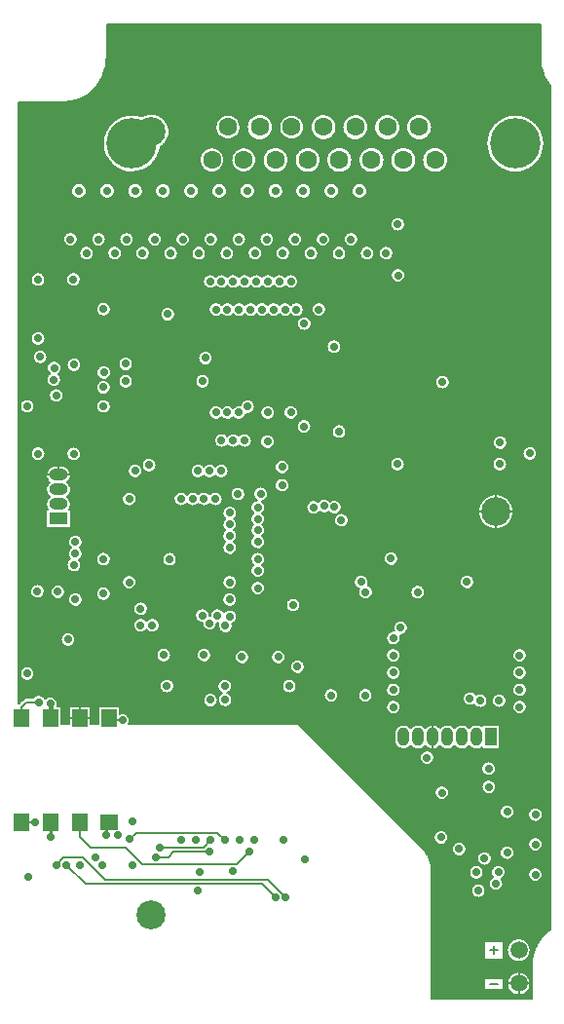
<source format=gbr>
*
%LPD*%
%LNBOT*%
%FSLAX24Y24*%
%MOIN*%
%AD*%
%ADD10C,0.006*%
%ADD19C,0.01*%
%ADD63C,0.008*%
%ADD64C,0.016*%
%ADD70O,0.041X0.063*%
%ADD71R,0.041X0.063*%
%ADD72C,0.059*%
%ADD73O,0.063X0.041*%
%ADD74R,0.063X0.041*%
%ADD75C,0.099*%
%ADD76C,0.172*%
%ADD77C,0.063*%
%ADD78C,0.028*%
%ADD79R,0.052X0.06*%
%ADD80R,0.06X0.052*%
G54D10*
%SRX1Y1I0.0J0.0*%
G1X18206Y32661D2*
G1X18272Y32443D1*
G1X18296Y32386D2*
G1X18404Y32184D1*
G1X18170Y32980D2*
G1X18170Y34140D1*
G1X18172Y32949D2*
G1X18194Y32722D1*
G1X18270Y30322D2*
G1X18270Y32450D1*
G1X18300Y30080D2*
G1X18300Y32378D1*
G1X18240Y30419D2*
G1X18240Y32549D1*
G1X18150Y30604D2*
G1X18150Y34140D1*
G1X18120Y30649D2*
G1X18120Y34140D1*
G1X18210Y30492D2*
G1X18210Y32648D1*
G1X18180Y30552D2*
G1X18180Y32863D1*
G1X17730Y30976D2*
G1X17730Y34140D1*
G1X17760Y30962D2*
G1X17760Y34140D1*
G1X17700Y30990D2*
G1X17700Y34140D1*
G1X17820Y30929D2*
G1X17820Y34140D1*
G1X17790Y30946D2*
G1X17790Y34140D1*
G1X17580Y31032D2*
G1X17580Y34140D1*
G1X17610Y31023D2*
G1X17610Y34140D1*
G1X17550Y31040D2*
G1X17550Y34140D1*
G1X17670Y31002D2*
G1X17670Y34140D1*
G1X17640Y31013D2*
G1X17640Y34140D1*
G1X18000Y30790D2*
G1X18000Y34140D1*
G1X18030Y30759D2*
G1X18030Y34140D1*
G1X17970Y30818D2*
G1X17970Y34140D1*
G1X18090Y30690D2*
G1X18090Y34140D1*
G1X18060Y30726D2*
G1X18060Y34140D1*
G1X17880Y30889D2*
G1X17880Y34140D1*
G1X17850Y30910D2*
G1X17850Y34140D1*
G1X17940Y30844D2*
G1X17940Y34140D1*
G1X17910Y30867D2*
G1X17910Y34140D1*
G1X18265Y30340D2*
G1X18510Y30340D1*
G1X18273Y30310D2*
G1X18510Y30310D1*
G1X18257Y30370D2*
G1X18510Y30370D1*
G1X18285Y30250D2*
G1X18510Y30250D1*
G1X18280Y30280D2*
G1X18510Y30280D1*
G1X18438Y32133D2*
G1X18510Y32045D1*
G1X18224Y30460D2*
G1X18510Y30460D1*
G1X18211Y30490D2*
G1X18510Y30490D1*
G1X18247Y30400D2*
G1X18510Y30400D1*
G1X18236Y30430D2*
G1X18510Y30430D1*
G1X18300Y30100D2*
G1X18510Y30100D1*
G1X18300Y30070D2*
G1X18510Y30070D1*
G1X18299Y30040D2*
G1X18510Y30040D1*
G1X18298Y30010D2*
G1X18510Y30010D1*
G1X18295Y29980D2*
G1X18510Y29980D1*
G1X18294Y30190D2*
G1X18510Y30190D1*
G1X18290Y30220D2*
G1X18510Y30220D1*
G1X18299Y30130D2*
G1X18510Y30130D1*
G1X18297Y30160D2*
G1X18510Y30160D1*
G1X17893Y30880D2*
G1X18510Y30880D1*
G1X17932Y30850D2*
G1X18510Y30850D1*
G1X17850Y30910D2*
G1X18510Y30910D1*
G1X18000Y30790D2*
G1X18510Y30790D1*
G1X17968Y30820D2*
G1X18510Y30820D1*
G1X17589Y31030D2*
G1X18510Y31030D1*
G1X17676Y31000D2*
G1X18510Y31000D1*
G1X17450Y31060D2*
G1X18510Y31060D1*
G1X17800Y30940D2*
G1X18510Y30940D1*
G1X17744Y30970D2*
G1X18510Y30970D1*
G1X18146Y30610D2*
G1X18510Y30610D1*
G1X18164Y30580D2*
G1X18510Y30580D1*
G1X18126Y30640D2*
G1X18510Y30640D1*
G1X18197Y30520D2*
G1X18510Y30520D1*
G1X18181Y30550D2*
G1X18510Y30550D1*
G1X18057Y30730D2*
G1X18510Y30730D1*
G1X18030Y30760D2*
G1X18510Y30760D1*
G1X18105Y30670D2*
G1X18510Y30670D1*
G1X18082Y30700D2*
G1X18510Y30700D1*
G1X17370Y31068D2*
G1X17370Y34140D1*
G1X17400Y31066D2*
G1X17400Y34140D1*
G1X17340Y31070D2*
G1X17340Y34140D1*
G1X17460Y31059D2*
G1X17460Y34140D1*
G1X17430Y31063D2*
G1X17430Y34140D1*
G1X17250Y31068D2*
G1X17250Y34140D1*
G1X17220Y31066D2*
G1X17220Y34140D1*
G1X17190Y31063D2*
G1X17190Y34140D1*
G1X17310Y31070D2*
G1X17310Y34140D1*
G1X17280Y31070D2*
G1X17280Y34140D1*
G1X17160Y31059D2*
G1X17160Y34140D1*
G1X17130Y31053D2*
G1X17130Y34140D1*
G1X17100Y31047D2*
G1X17100Y34140D1*
G1X17520Y31047D2*
G1X17520Y34140D1*
G1X17490Y31053D2*
G1X17490Y34140D1*
G1X17010Y31023D2*
G1X17010Y34140D1*
G1X16980Y31013D2*
G1X16980Y34140D1*
G1X17070Y31040D2*
G1X17070Y34140D1*
G1X17040Y31032D2*
G1X17040Y34140D1*
G1X16890Y30976D2*
G1X16890Y34140D1*
G1X16860Y30962D2*
G1X16860Y34140D1*
G1X16830Y30946D2*
G1X16830Y34140D1*
G1X16950Y31002D2*
G1X16950Y34140D1*
G1X16920Y30990D2*
G1X16920Y34140D1*
G1X16740Y30889D2*
G1X16740Y34140D1*
G1X16710Y30867D2*
G1X16710Y34140D1*
G1X14400Y30872D2*
G1X14400Y34140D1*
G1X16800Y30929D2*
G1X16800Y34140D1*
G1X16770Y30910D2*
G1X16770Y34140D1*
G1X16620Y30790D2*
G1X16620Y34140D1*
G1X16590Y30759D2*
G1X16590Y34140D1*
G1X16560Y30726D2*
G1X16560Y34140D1*
G1X16680Y30844D2*
G1X16680Y34140D1*
G1X16650Y30818D2*
G1X16650Y34140D1*
G1X16380Y30419D2*
G1X16380Y34140D1*
G1X14430Y30813D2*
G1X14430Y34140D1*
G1X16470Y30604D2*
G1X16470Y34140D1*
G1X16440Y30552D2*
G1X16440Y34140D1*
G1X16530Y30690D2*
G1X16530Y34140D1*
G1X16500Y30649D2*
G1X16500Y34140D1*
G1X14456Y30730D2*
G1X16563Y30730D1*
G1X14464Y30670D2*
G1X16515Y30670D1*
G1X14461Y30700D2*
G1X16538Y30700D1*
G1X14465Y30640D2*
G1X16494Y30640D1*
G1X14464Y30610D2*
G1X16474Y30610D1*
G1X14460Y30707D2*
G1X14460Y34140D1*
G1X14461Y30580D2*
G1X16456Y30580D1*
G1X14456Y30550D2*
G1X16439Y30550D1*
G1X16320Y30080D2*
G1X16320Y34140D1*
G1X14640Y29959D2*
G1X14640Y34140D1*
G1X14610Y29963D2*
G1X14610Y34140D1*
G1X16410Y30492D2*
G1X16410Y34140D1*
G1X16350Y30322D2*
G1X16350Y34140D1*
G1X14520Y29962D2*
G1X14520Y34140D1*
G1X14490Y29958D2*
G1X14490Y34140D1*
G1X14580Y29965D2*
G1X14580Y34140D1*
G1X14550Y29965D2*
G1X14550Y34140D1*
G1X14349Y30940D2*
G1X16820Y30940D1*
G1X14374Y30910D2*
G1X16770Y30910D1*
G1X14319Y30970D2*
G1X16876Y30970D1*
G1X14412Y30850D2*
G1X16688Y30850D1*
G1X14395Y30880D2*
G1X16727Y30880D1*
G1X14340Y30949D2*
G1X14340Y34140D1*
G1X14370Y30915D2*
G1X14370Y34140D1*
G1X14310Y30978D2*
G1X14310Y34140D1*
G1X14439Y30790D2*
G1X16620Y30790D1*
G1X14427Y30820D2*
G1X16652Y30820D1*
G1X14449Y30760D2*
G1X16590Y30760D1*
G1X14449Y30520D2*
G1X16423Y30520D1*
G1X14439Y30490D2*
G1X16409Y30490D1*
G1X14427Y30460D2*
G1X16396Y30460D1*
G1X14412Y30430D2*
G1X16384Y30430D1*
G1X14395Y30400D2*
G1X16373Y30400D1*
G1X14374Y30370D2*
G1X16363Y30370D1*
G1X14349Y30340D2*
G1X16355Y30340D1*
G1X14319Y30310D2*
G1X16347Y30310D1*
G1X18260Y29800D2*
G1X18510Y29800D1*
G1X18250Y29770D2*
G1X18510Y29770D1*
G1X18240Y29740D2*
G1X18510Y29740D1*
G1X18228Y29710D2*
G1X18510Y29710D1*
G1X18216Y29680D2*
G1X18510Y29680D1*
G1X18291Y29950D2*
G1X18510Y29950D1*
G1X18287Y29920D2*
G1X18510Y29920D1*
G1X18282Y29890D2*
G1X18510Y29890D1*
G1X18275Y29860D2*
G1X18510Y29860D1*
G1X18268Y29830D2*
G1X18510Y29830D1*
G1X18202Y29650D2*
G1X18510Y29650D1*
G1X18187Y29620D2*
G1X18510Y29620D1*
G1X18170Y29590D2*
G1X18510Y29590D1*
G1X18152Y29560D2*
G1X18510Y29560D1*
G1X18133Y29530D2*
G1X18510Y29530D1*
G1X18112Y29500D2*
G1X18510Y29500D1*
G1X18090Y29470D2*
G1X18510Y29470D1*
G1X18065Y29440D2*
G1X18510Y29440D1*
G1X18060Y19480D2*
G1X18060Y29434D1*
G1X18039Y29410D2*
G1X18510Y29410D1*
G1X18010Y29380D2*
G1X18510Y29380D1*
G1X17979Y29350D2*
G1X18510Y29350D1*
G1X17944Y29320D2*
G1X18510Y29320D1*
G1X17907Y29290D2*
G1X18510Y29290D1*
G1X14968Y29320D2*
G1X16676Y29320D1*
G1X14951Y29290D2*
G1X16713Y29290D1*
G1X17865Y29260D2*
G1X18510Y29260D1*
G1X14931Y29260D2*
G1X16755Y29260D1*
G1X18000Y19642D2*
G1X18000Y29370D1*
G1X18030Y19599D2*
G1X18030Y29401D1*
G1X17970Y19672D2*
G1X17970Y29342D1*
G1X17940Y19694D2*
G1X17940Y29316D1*
G1X17910Y19709D2*
G1X17910Y29293D1*
G1X16710Y20087D2*
G1X16710Y29293D1*
G1X16680Y20074D2*
G1X16680Y29316D1*
G1X17880Y19720D2*
G1X17880Y29271D1*
G1X16740Y20095D2*
G1X16740Y29271D1*
G1X17818Y29230D2*
G1X18510Y29230D1*
G1X17764Y29200D2*
G1X18510Y29200D1*
G1X17700Y29170D2*
G1X18510Y29170D1*
G1X17621Y29140D2*
G1X18510Y29140D1*
G1X17508Y29110D2*
G1X18510Y29110D1*
G1X17820Y19730D2*
G1X17820Y29231D1*
G1X17850Y19727D2*
G1X17850Y29250D1*
G1X17790Y19729D2*
G1X17790Y29214D1*
G1X17760Y19725D2*
G1X17760Y29198D1*
G1X17730Y19717D2*
G1X17730Y29184D1*
G1X17700Y19705D2*
G1X17700Y29170D1*
G1X17670Y19687D2*
G1X17670Y29158D1*
G1X17640Y19663D2*
G1X17640Y29147D1*
G1X17610Y19630D2*
G1X17610Y29137D1*
G1X17580Y19578D2*
G1X17580Y29128D1*
G1X17190Y17753D2*
G1X17190Y29097D1*
G1X17160Y17805D2*
G1X17160Y29101D1*
G1X17250Y17558D2*
G1X17250Y29092D1*
G1X17220Y17683D2*
G1X17220Y29094D1*
G1X14845Y29170D2*
G1X16920Y29170D1*
G1X16860Y20090D2*
G1X16860Y29198D1*
G1X14802Y29140D2*
G1X16999Y29140D1*
G1X14743Y29110D2*
G1X17112Y29110D1*
G1X14637Y29080D2*
G1X18510Y29080D1*
G1X16800Y20100D2*
G1X16800Y29231D1*
G1X16770Y20099D2*
G1X16770Y29250D1*
G1X14908Y29230D2*
G1X16802Y29230D1*
G1X16830Y20097D2*
G1X16830Y29214D1*
G1X14879Y29200D2*
G1X16856Y29200D1*
G1X17040Y19850D2*
G1X17040Y29128D1*
G1X17070Y17915D2*
G1X17070Y29120D1*
G1X17010Y19969D2*
G1X17010Y29137D1*
G1X17130Y17848D2*
G1X17130Y29106D1*
G1X17100Y17884D2*
G1X17100Y29113D1*
G1X16920Y20064D2*
G1X16920Y29170D1*
G1X16890Y20079D2*
G1X16890Y29184D1*
G1X16980Y20012D2*
G1X16980Y29147D1*
G1X16950Y20042D2*
G1X16950Y29158D1*
G1X16350Y18005D2*
G1X16350Y29838D1*
G1X16320Y17987D2*
G1X16320Y30080D1*
G1X15060Y21990D2*
G1X15060Y34140D1*
G1X14938Y29770D2*
G1X16370Y29770D1*
G1X14916Y29800D2*
G1X16360Y29800D1*
G1X14940Y29767D2*
G1X14940Y34140D1*
G1X14970Y29715D2*
G1X14970Y34140D1*
G1X14910Y29807D2*
G1X14910Y34140D1*
G1X15030Y22056D2*
G1X15030Y34140D1*
G1X15000Y29635D2*
G1X15000Y34140D1*
G1X16230Y17915D2*
G1X16230Y34140D1*
G1X16200Y17884D2*
G1X16200Y34140D1*
G1X16170Y17848D2*
G1X16170Y34140D1*
G1X16290Y17966D2*
G1X16290Y34140D1*
G1X16260Y17943D2*
G1X16260Y34140D1*
G1X16080Y17683D2*
G1X16080Y34140D1*
G1X16050Y17558D2*
G1X16050Y34140D1*
G1X16140Y17805D2*
G1X16140Y34140D1*
G1X16110Y17753D2*
G1X16110Y34140D1*
G1X14730Y29935D2*
G1X14730Y34140D1*
G1X14760Y29922D2*
G1X14760Y34140D1*
G1X14700Y29946D2*
G1X14700Y34140D1*
G1X14765Y29920D2*
G1X16333Y29920D1*
G1X14685Y29950D2*
G1X16329Y29950D1*
G1X14670Y29954D2*
G1X14670Y34140D1*
G1X14460Y29951D2*
G1X14460Y30573D1*
G1X14430Y29942D2*
G1X14430Y30467D1*
G1X14400Y29931D2*
G1X14400Y30408D1*
G1X14370Y29918D2*
G1X14370Y30365D1*
G1X14850Y29866D2*
G1X14850Y34140D1*
G1X14880Y29839D2*
G1X14880Y34140D1*
G1X14817Y29890D2*
G1X16338Y29890D1*
G1X14889Y29830D2*
G1X16352Y29830D1*
G1X14857Y29860D2*
G1X16345Y29860D1*
G1X14820Y29888D2*
G1X14820Y34140D1*
G1X14790Y29907D2*
G1X14790Y34140D1*
G1X14340Y29901D2*
G1X14340Y30331D1*
G1X14310Y29881D2*
G1X14310Y30302D1*
G1X15015Y29500D2*
G1X16508Y29500D1*
G1X15012Y29470D2*
G1X16530Y29470D1*
G1X15008Y29440D2*
G1X16555Y29440D1*
G1X16650Y20057D2*
G1X16650Y29342D1*
G1X15001Y29410D2*
G1X16581Y29410D1*
G1X15009Y29590D2*
G1X16450Y29590D1*
G1X15013Y29560D2*
G1X16468Y29560D1*
G1X15004Y29620D2*
G1X16433Y29620D1*
G1X15015Y29530D2*
G1X16487Y29530D1*
G1X15000Y22093D2*
G1X15000Y29405D1*
G1X16560Y19948D2*
G1X16560Y29434D1*
G1X16530Y19110D2*
G1X16530Y29470D1*
G1X16500Y18066D2*
G1X16500Y29511D1*
G1X16620Y20033D2*
G1X16620Y29370D1*
G1X16590Y20000D2*
G1X16590Y29401D1*
G1X16410Y18035D2*
G1X16410Y29668D1*
G1X16380Y18021D2*
G1X16380Y29741D1*
G1X16470Y18058D2*
G1X16470Y29556D1*
G1X16440Y18047D2*
G1X16440Y29608D1*
G1X14985Y29680D2*
G1X16404Y29680D1*
G1X14996Y29650D2*
G1X16418Y29650D1*
G1X14972Y29710D2*
G1X16392Y29710D1*
G1X14992Y29380D2*
G1X16610Y29380D1*
G1X14981Y29350D2*
G1X16641Y29350D1*
G1X14957Y29740D2*
G1X16380Y29740D1*
G1X14850Y22168D2*
G1X14850Y29174D1*
G1X14820Y22170D2*
G1X14820Y29152D1*
G1X14790Y22168D2*
G1X14790Y29133D1*
G1X14940Y22139D2*
G1X14940Y29273D1*
G1X14970Y22120D2*
G1X14970Y29325D1*
G1X14910Y22153D2*
G1X14910Y29233D1*
G1X14880Y22163D2*
G1X14880Y29201D1*
G1X14760Y22163D2*
G1X14760Y29118D1*
G1X14730Y22153D2*
G1X14730Y29105D1*
G1X14700Y22139D2*
G1X14700Y29094D1*
G1X14670Y22120D2*
G1X14670Y29086D1*
G1X14640Y22093D2*
G1X14640Y29081D1*
G1X14070Y31082D2*
G1X14070Y34140D1*
G1X14100Y31078D2*
G1X14100Y34140D1*
G1X14040Y31085D2*
G1X14040Y34140D1*
G1X14160Y31062D2*
G1X14160Y34140D1*
G1X14130Y31071D2*
G1X14130Y34140D1*
G1X13950Y31079D2*
G1X13950Y34140D1*
G1X13920Y31074D2*
G1X13920Y34140D1*
G1X13890Y31066D2*
G1X13890Y34140D1*
G1X14010Y31085D2*
G1X14010Y34140D1*
G1X13980Y31083D2*
G1X13980Y34140D1*
G1X14220Y31038D2*
G1X14220Y34140D1*
G1X14250Y31021D2*
G1X14250Y34140D1*
G1X14190Y31051D2*
G1X14190Y34140D1*
G1X14280Y31001D2*
G1X14280Y34140D1*
G1X14167Y31060D2*
G1X17170Y31060D1*
G1X13800Y31027D2*
G1X13800Y34140D1*
G1X13770Y31008D2*
G1X13770Y34140D1*
G1X13860Y31055D2*
G1X13860Y34140D1*
G1X13830Y31042D2*
G1X13830Y34140D1*
G1X13710Y30959D2*
G1X13710Y34140D1*
G1X13680Y30927D2*
G1X13680Y34140D1*
G1X13650Y30887D2*
G1X13650Y34140D1*
G1X13740Y30986D2*
G1X13740Y34140D1*
G1X13077Y31060D2*
G1X13873Y31060D1*
G1X13320Y30854D2*
G1X13320Y34140D1*
G1X13350Y30787D2*
G1X13350Y34140D1*
G1X13290Y30902D2*
G1X13290Y34140D1*
G1X13620Y30835D2*
G1X13620Y34140D1*
G1X13590Y30755D2*
G1X13590Y34140D1*
G1X13500Y29965D2*
G1X13500Y34140D1*
G1X13530Y29962D2*
G1X13530Y34140D1*
G1X13470Y29965D2*
G1X13470Y34140D1*
G1X13560Y29958D2*
G1X13560Y34140D1*
G1X13440Y29963D2*
G1X13440Y34140D1*
G1X13410Y29959D2*
G1X13410Y34140D1*
G1X13380Y29954D2*
G1X13380Y34140D1*
G1X14234Y31030D2*
G1X17031Y31030D1*
G1X14282Y31000D2*
G1X16944Y31000D1*
G1X13359Y30760D2*
G1X13591Y30760D1*
G1X13366Y30550D2*
G1X13584Y30550D1*
G1X13366Y30730D2*
G1X13584Y30730D1*
G1X13374Y30670D2*
G1X13576Y30670D1*
G1X13375Y30640D2*
G1X13575Y30640D1*
G1X13371Y30700D2*
G1X13579Y30700D1*
G1X13374Y30610D2*
G1X13576Y30610D1*
G1X13371Y30580D2*
G1X13579Y30580D1*
G1X14282Y30280D2*
G1X16340Y30280D1*
G1X14234Y30250D2*
G1X16335Y30250D1*
G1X13620Y29942D2*
G1X13620Y30445D1*
G1X14167Y30220D2*
G1X16330Y30220D1*
G1X13595Y29950D2*
G1X14455Y29950D1*
G1X13590Y29951D2*
G1X13590Y30525D1*
G1X13359Y30520D2*
G1X13591Y30520D1*
G1X13350Y29946D2*
G1X13350Y30493D1*
G1X13349Y30490D2*
G1X13601Y30490D1*
G1X13192Y31000D2*
G1X13758Y31000D1*
G1X13229Y30970D2*
G1X13721Y30970D1*
G1X13144Y31030D2*
G1X13806Y31030D1*
G1X13284Y30910D2*
G1X13666Y30910D1*
G1X13259Y30940D2*
G1X13691Y30940D1*
G1X13322Y30850D2*
G1X13628Y30850D1*
G1X13337Y30820D2*
G1X13613Y30820D1*
G1X13305Y30880D2*
G1X13645Y30880D1*
G1X13349Y30790D2*
G1X13601Y30790D1*
G1X13337Y30460D2*
G1X13613Y30460D1*
G1X13259Y30340D2*
G1X13691Y30340D1*
G1X13229Y30310D2*
G1X13721Y30310D1*
G1X13192Y30280D2*
G1X13758Y30280D1*
G1X13144Y30250D2*
G1X13806Y30250D1*
G1X13077Y30220D2*
G1X13873Y30220D1*
G1X13322Y30430D2*
G1X13628Y30430D1*
G1X13305Y30400D2*
G1X13645Y30400D1*
G1X13284Y30370D2*
G1X13666Y30370D1*
G1X12505Y29950D2*
G1X13365Y29950D1*
G1X12990Y31081D2*
G1X12990Y34140D1*
G1X13020Y31076D2*
G1X13020Y34140D1*
G1X12960Y31084D2*
G1X12960Y34140D1*
G1X13080Y31059D2*
G1X13080Y34140D1*
G1X13050Y31069D2*
G1X13050Y34140D1*
G1X12870Y31081D2*
G1X12870Y34140D1*
G1X12840Y31076D2*
G1X12840Y34140D1*
G1X12810Y31069D2*
G1X12810Y34140D1*
G1X12930Y31085D2*
G1X12930Y34140D1*
G1X12900Y31084D2*
G1X12900Y34140D1*
G1X13170Y31015D2*
G1X13170Y34140D1*
G1X13200Y30994D2*
G1X13200Y34140D1*
G1X13140Y31032D2*
G1X13140Y34140D1*
G1X13260Y30939D2*
G1X13260Y34140D1*
G1X13230Y30969D2*
G1X13230Y34140D1*
G1X12750Y31047D2*
G1X12750Y34140D1*
G1X12720Y31032D2*
G1X12720Y34140D1*
G1X13110Y31047D2*
G1X13110Y34140D1*
G1X12780Y31059D2*
G1X12780Y34140D1*
G1X12630Y30969D2*
G1X12630Y34140D1*
G1X12600Y30939D2*
G1X12600Y34140D1*
G1X12570Y30902D2*
G1X12570Y34140D1*
G1X12690Y31015D2*
G1X12690Y34140D1*
G1X12660Y30994D2*
G1X12660Y34140D1*
G1X12090Y31008D2*
G1X12090Y34140D1*
G1X12120Y30986D2*
G1X12120Y34140D1*
G1X12060Y31027D2*
G1X12060Y34140D1*
G1X12180Y30927D2*
G1X12180Y34140D1*
G1X12150Y30959D2*
G1X12150Y34140D1*
G1X12450Y29961D2*
G1X12450Y34140D1*
G1X12480Y29956D2*
G1X12480Y34140D1*
G1X12420Y29964D2*
G1X12420Y34140D1*
G1X12540Y30854D2*
G1X12540Y34140D1*
G1X12510Y30787D2*
G1X12510Y34140D1*
G1X12240Y30835D2*
G1X12240Y34140D1*
G1X12210Y30887D2*
G1X12210Y34140D1*
G1X12330Y29961D2*
G1X12330Y34140D1*
G1X12270Y30755D2*
G1X12270Y34140D1*
G1X12259Y30790D2*
G1X12511Y30790D1*
G1X12269Y30760D2*
G1X12501Y30760D1*
G1X12247Y30820D2*
G1X12523Y30820D1*
G1X12276Y30550D2*
G1X12494Y30550D1*
G1X12276Y30730D2*
G1X12494Y30730D1*
G1X12284Y30670D2*
G1X12486Y30670D1*
G1X12285Y30640D2*
G1X12485Y30640D1*
G1X12281Y30700D2*
G1X12489Y30700D1*
G1X12284Y30610D2*
G1X12486Y30610D1*
G1X12281Y30580D2*
G1X12489Y30580D1*
G1X12390Y29965D2*
G1X12390Y34140D1*
G1X12510Y29949D2*
G1X12510Y30493D1*
G1X12269Y30520D2*
G1X12501Y30520D1*
G1X12259Y30490D2*
G1X12511Y30490D1*
G1X12247Y30460D2*
G1X12523Y30460D1*
G1X12360Y29964D2*
G1X12360Y34140D1*
G1X12300Y29956D2*
G1X12300Y34140D1*
G1X12270Y29949D2*
G1X12270Y30525D1*
G1X12240Y29939D2*
G1X12240Y30445D1*
G1X12054Y31030D2*
G1X12716Y31030D1*
G1X12102Y31000D2*
G1X12668Y31000D1*
G1X11987Y31060D2*
G1X12783Y31060D1*
G1X12169Y30940D2*
G1X12601Y30940D1*
G1X12139Y30970D2*
G1X12631Y30970D1*
G1X12215Y30880D2*
G1X12555Y30880D1*
G1X12194Y30910D2*
G1X12576Y30910D1*
G1X12232Y30430D2*
G1X12538Y30430D1*
G1X12232Y30850D2*
G1X12538Y30850D1*
G1X12169Y30340D2*
G1X12601Y30340D1*
G1X12139Y30310D2*
G1X12631Y30310D1*
G1X12102Y30280D2*
G1X12668Y30280D1*
G1X12054Y30250D2*
G1X12716Y30250D1*
G1X11987Y30220D2*
G1X12783Y30220D1*
G1X12215Y30400D2*
G1X12555Y30400D1*
G1X12194Y30370D2*
G1X12576Y30370D1*
G1X11405Y29950D2*
G1X12275Y29950D1*
G1X14280Y29858D2*
G1X14280Y30279D1*
G1X14250Y29829D2*
G1X14250Y30259D1*
G1X13767Y29860D2*
G1X14283Y29860D1*
G1X13826Y29800D2*
G1X14224Y29800D1*
G1X13799Y29830D2*
G1X14251Y29830D1*
G1X13800Y29829D2*
G1X13800Y30253D1*
G1X14220Y29795D2*
G1X14220Y30242D1*
G1X13770Y29858D2*
G1X13770Y30272D1*
G1X13848Y29770D2*
G1X14202Y29770D1*
G1X13830Y29795D2*
G1X13830Y30238D1*
G1X14190Y29752D2*
G1X14190Y30229D1*
G1X14160Y29693D2*
G1X14160Y30218D1*
G1X13882Y29710D2*
G1X14168Y29710D1*
G1X13867Y29740D2*
G1X14183Y29740D1*
G1X13890Y29693D2*
G1X13890Y30214D1*
G1X13860Y29752D2*
G1X13860Y30225D1*
G1X14130Y29587D2*
G1X14130Y30209D1*
G1X13920Y29587D2*
G1X13920Y30206D1*
G1X13680Y29918D2*
G1X13680Y30353D1*
G1X13710Y29901D2*
G1X13710Y30321D1*
G1X13650Y29931D2*
G1X13650Y30393D1*
G1X13727Y29890D2*
G1X14323Y29890D1*
G1X13675Y29920D2*
G1X14375Y29920D1*
G1X13320Y29935D2*
G1X13320Y30426D1*
G1X13290Y29922D2*
G1X13290Y30378D1*
G1X13260Y29907D2*
G1X13260Y30341D1*
G1X12637Y29890D2*
G1X13233Y29890D1*
G1X12585Y29920D2*
G1X13285Y29920D1*
G1X13230Y29888D2*
G1X13230Y30311D1*
G1X13740Y29881D2*
G1X13740Y30294D1*
G1X13200Y29866D2*
G1X13200Y30286D1*
G1X12677Y29860D2*
G1X13193Y29860D1*
G1X13170Y29839D2*
G1X13170Y30265D1*
G1X13140Y29807D2*
G1X13140Y30248D1*
G1X12736Y29800D2*
G1X13134Y29800D1*
G1X12709Y29830D2*
G1X13161Y29830D1*
G1X13906Y29650D2*
G1X14144Y29650D1*
G1X13914Y29620D2*
G1X14136Y29620D1*
G1X13895Y29680D2*
G1X14155Y29680D1*
G1X13918Y29440D2*
G1X14132Y29440D1*
G1X13911Y29410D2*
G1X14139Y29410D1*
G1X13923Y29560D2*
G1X14127Y29560D1*
G1X13925Y29530D2*
G1X14125Y29530D1*
G1X13919Y29590D2*
G1X14131Y29590D1*
G1X13925Y29500D2*
G1X14125Y29500D1*
G1X13922Y29470D2*
G1X14128Y29470D1*
G1X13841Y29260D2*
G1X14209Y29260D1*
G1X13818Y29230D2*
G1X14232Y29230D1*
G1X13789Y29200D2*
G1X14261Y29200D1*
G1X13755Y29170D2*
G1X14295Y29170D1*
G1X13712Y29140D2*
G1X14338Y29140D1*
G1X13902Y29380D2*
G1X14148Y29380D1*
G1X13891Y29350D2*
G1X14159Y29350D1*
G1X13878Y29320D2*
G1X14172Y29320D1*
G1X13861Y29290D2*
G1X14189Y29290D1*
G1X13653Y29110D2*
G1X14397Y29110D1*
G1X13290Y27570D2*
G1X13290Y29118D1*
G1X12563Y29110D2*
G1X13307Y29110D1*
G1X13547Y29080D2*
G1X14503Y29080D1*
G1X12457Y29080D2*
G1X13413Y29080D1*
G1X12751Y29260D2*
G1X13119Y29260D1*
G1X12728Y29230D2*
G1X13142Y29230D1*
G1X12699Y29200D2*
G1X13171Y29200D1*
G1X12665Y29170D2*
G1X13205Y29170D1*
G1X12622Y29140D2*
G1X13248Y29140D1*
G1X13320Y27568D2*
G1X13320Y29105D1*
G1X13350Y27563D2*
G1X13350Y29094D1*
G1X13260Y27568D2*
G1X13260Y29133D1*
G1X13410Y27539D2*
G1X13410Y29081D1*
G1X13380Y27553D2*
G1X13380Y29086D1*
G1X13170Y27539D2*
G1X13170Y29201D1*
G1X13140Y27520D2*
G1X13140Y29233D1*
G1X13230Y27563D2*
G1X13230Y29152D1*
G1X13200Y27553D2*
G1X13200Y29174D1*
G1X13110Y29767D2*
G1X13110Y30233D1*
G1X13080Y29715D2*
G1X13080Y30221D1*
G1X12758Y29770D2*
G1X13112Y29770D1*
G1X12792Y29710D2*
G1X13078Y29710D1*
G1X12777Y29740D2*
G1X13093Y29740D1*
G1X12780Y29734D2*
G1X12780Y30221D1*
G1X12810Y29667D2*
G1X12810Y30211D1*
G1X12750Y29782D2*
G1X12750Y30233D1*
G1X12816Y29650D2*
G1X13054Y29650D1*
G1X12805Y29680D2*
G1X13065Y29680D1*
G1X13050Y29635D2*
G1X13050Y30211D1*
G1X13020Y26544D2*
G1X13020Y30204D1*
G1X12990Y26559D2*
G1X12990Y30199D1*
G1X12960Y26570D2*
G1X12960Y30196D1*
G1X12824Y29620D2*
G1X13046Y29620D1*
G1X12870Y26579D2*
G1X12870Y30199D1*
G1X12840Y26575D2*
G1X12840Y30204D1*
G1X12930Y26577D2*
G1X12930Y30195D1*
G1X12900Y26580D2*
G1X12900Y30196D1*
G1X12570Y29927D2*
G1X12570Y30378D1*
G1X12600Y29912D2*
G1X12600Y30341D1*
G1X12540Y29939D2*
G1X12540Y30426D1*
G1X12660Y29874D2*
G1X12660Y30286D1*
G1X12630Y29895D2*
G1X12630Y30311D1*
G1X12210Y29927D2*
G1X12210Y30393D1*
G1X12180Y29912D2*
G1X12180Y30353D1*
G1X12150Y29895D2*
G1X12150Y30321D1*
G1X11537Y29890D2*
G1X12143Y29890D1*
G1X11485Y29920D2*
G1X12195Y29920D1*
G1X12690Y29849D2*
G1X12690Y30265D1*
G1X12720Y29819D2*
G1X12720Y30248D1*
G1X12120Y29874D2*
G1X12120Y30294D1*
G1X11577Y29860D2*
G1X12103Y29860D1*
G1X12090Y29849D2*
G1X12090Y30272D1*
G1X12060Y29819D2*
G1X12060Y30253D1*
G1X11636Y29800D2*
G1X12044Y29800D1*
G1X11609Y29830D2*
G1X12071Y29830D1*
G1X12828Y29440D2*
G1X13042Y29440D1*
G1X12821Y29410D2*
G1X13049Y29410D1*
G1X12812Y29380D2*
G1X13058Y29380D1*
G1X12801Y29350D2*
G1X13069Y29350D1*
G1X12788Y29320D2*
G1X13082Y29320D1*
G1X12833Y29560D2*
G1X13037Y29560D1*
G1X12835Y29530D2*
G1X13035Y29530D1*
G1X12829Y29590D2*
G1X13041Y29590D1*
G1X12835Y29500D2*
G1X13035Y29500D1*
G1X12832Y29470D2*
G1X13038Y29470D1*
G1X13080Y27456D2*
G1X13080Y29325D1*
G1X13050Y27390D2*
G1X13050Y29405D1*
G1X12810Y26567D2*
G1X12810Y29373D1*
G1X13110Y27493D2*
G1X13110Y29273D1*
G1X12771Y29290D2*
G1X13099Y29290D1*
G1X12780Y26554D2*
G1X12780Y29306D1*
G1X12750Y26537D2*
G1X12750Y29258D1*
G1X12720Y26513D2*
G1X12720Y29221D1*
G1X12690Y26480D2*
G1X12690Y29191D1*
G1X11565Y29170D2*
G1X12115Y29170D1*
G1X12120Y28691D2*
G1X12120Y29166D1*
G1X11522Y29140D2*
G1X12158Y29140D1*
G1X11463Y29110D2*
G1X12217Y29110D1*
G1X11357Y29080D2*
G1X12323Y29080D1*
G1X12060Y28718D2*
G1X12060Y29221D1*
G1X11628Y29230D2*
G1X12052Y29230D1*
G1X12090Y28707D2*
G1X12090Y29191D1*
G1X11599Y29200D2*
G1X12081Y29200D1*
G1X12660Y26428D2*
G1X12660Y29166D1*
G1X12480Y26400D2*
G1X12480Y29084D1*
G1X12270Y26578D2*
G1X12270Y29091D1*
G1X12450Y26466D2*
G1X12450Y29079D1*
G1X12300Y26573D2*
G1X12300Y29084D1*
G1X12180Y28641D2*
G1X12180Y29128D1*
G1X12150Y28670D2*
G1X12150Y29145D1*
G1X12240Y28533D2*
G1X12240Y29101D1*
G1X12210Y28601D2*
G1X12210Y29113D1*
G1X13535Y27370D2*
G1X18510Y27370D1*
G1X13539Y27340D2*
G1X18510Y27340D1*
G1X13527Y27400D2*
G1X18510Y27400D1*
G1X13540Y27310D2*
G1X18510Y27310D1*
G1X13537Y27280D2*
G1X18510Y27280D1*
G1X13440Y27520D2*
G1X18510Y27520D1*
G1X13473Y27490D2*
G1X18510Y27490D1*
G1X13388Y27550D2*
G1X18510Y27550D1*
G1X13515Y27430D2*
G1X18510Y27430D1*
G1X13497Y27460D2*
G1X18510Y27460D1*
G1X13452Y27130D2*
G1X18510Y27130D1*
G1X13436Y25780D2*
G1X18510Y25780D1*
G1X13409Y27100D2*
G1X18510Y27100D1*
G1X13500Y25720D2*
G1X18510Y25720D1*
G1X13473Y25750D2*
G1X18510Y25750D1*
G1X13530Y27250D2*
G1X18510Y27250D1*
G1X13519Y27220D2*
G1X18510Y27220D1*
G1X13504Y27190D2*
G1X18510Y27190D1*
G1X13482Y27160D2*
G1X18510Y27160D1*
G1X13127Y26410D2*
G1X18510Y26410D1*
G1X13135Y26380D2*
G1X18510Y26380D1*
G1X13115Y26440D2*
G1X18510Y26440D1*
G1X13140Y26320D2*
G1X18510Y26320D1*
G1X13139Y26350D2*
G1X18510Y26350D1*
G1X13290Y27070D2*
G1X18510Y27070D1*
G1X13040Y26530D2*
G1X18510Y26530D1*
G1X12988Y26560D2*
G1X18510Y26560D1*
G1X13097Y26470D2*
G1X18510Y26470D1*
G1X13073Y26500D2*
G1X18510Y26500D1*
G1X13082Y26170D2*
G1X18510Y26170D1*
G1X13052Y26140D2*
G1X18510Y26140D1*
G1X13009Y26110D2*
G1X18510Y26110D1*
G1X13370Y25810D2*
G1X18510Y25810D1*
G1X12890Y26080D2*
G1X18510Y26080D1*
G1X13137Y26290D2*
G1X18510Y26290D1*
G1X13130Y26260D2*
G1X18510Y26260D1*
G1X13119Y26230D2*
G1X18510Y26230D1*
G1X13104Y26200D2*
G1X18510Y26200D1*
G1X17039Y19870D2*
G1X18510Y19870D1*
G1X17040Y19840D2*
G1X18510Y19840D1*
G1X17037Y19810D2*
G1X18510Y19810D1*
G1X17030Y19780D2*
G1X18510Y19780D1*
G1X17019Y19750D2*
G1X18510Y19750D1*
G1X15069Y21940D2*
G1X18510Y21940D1*
G1X15070Y21910D2*
G1X18510Y21910D1*
G1X15065Y21970D2*
G1X18510Y21970D1*
G1X17035Y19900D2*
G1X18510Y19900D1*
G1X15067Y21880D2*
G1X18510Y21880D1*
G1X18053Y19540D2*
G1X18510Y19540D1*
G1X18058Y19510D2*
G1X18510Y19510D1*
G1X18029Y19600D2*
G1X18510Y19600D1*
G1X18060Y19480D2*
G1X18510Y19480D1*
G1X18010Y19330D2*
G1X18510Y19330D1*
G1X17946Y19690D2*
G1X18510Y19690D1*
G1X17880Y19720D2*
G1X18510Y19720D1*
G1X18010Y19630D2*
G1X18510Y19630D1*
G1X17983Y19660D2*
G1X18510Y19660D1*
G1X13548Y25540D2*
G1X18510Y25540D1*
G1X13543Y25510D2*
G1X18510Y25510D1*
G1X13533Y25480D2*
G1X18510Y25480D1*
G1X13519Y25450D2*
G1X18510Y25450D1*
G1X13500Y25420D2*
G1X18510Y25420D1*
G1X13533Y25660D2*
G1X18510Y25660D1*
G1X13543Y25630D2*
G1X18510Y25630D1*
G1X13519Y25690D2*
G1X18510Y25690D1*
G1X13550Y25570D2*
G1X18510Y25570D1*
G1X13548Y25600D2*
G1X18510Y25600D1*
G1X15003Y22090D2*
G1X18510Y22090D1*
G1X15027Y22060D2*
G1X18510Y22060D1*
G1X14970Y22120D2*
G1X18510Y22120D1*
G1X15057Y22000D2*
G1X18510Y22000D1*
G1X15045Y22030D2*
G1X18510Y22030D1*
G1X13473Y25390D2*
G1X18510Y25390D1*
G1X13436Y25360D2*
G1X18510Y25360D1*
G1X14918Y22150D2*
G1X18510Y22150D1*
G1X13370Y25330D2*
G1X18510Y25330D1*
G1X13500Y27456D2*
G1X13500Y29075D1*
G1X13530Y27390D2*
G1X13530Y29078D1*
G1X13440Y27520D2*
G1X13440Y29077D1*
G1X13470Y27493D2*
G1X13470Y29075D1*
G1X13410Y25795D2*
G1X13410Y27101D1*
G1X13350Y25815D2*
G1X13350Y27077D1*
G1X13380Y25807D2*
G1X13380Y27087D1*
G1X13320Y25819D2*
G1X13320Y27072D1*
G1X13290Y25820D2*
G1X13290Y27070D1*
G1X13260Y25817D2*
G1X13260Y27072D1*
G1X14610Y22056D2*
G1X14610Y29077D1*
G1X14580Y21990D2*
G1X14580Y29075D1*
G1X13530Y25668D2*
G1X13530Y27250D1*
G1X13500Y25720D2*
G1X13500Y27184D1*
G1X13470Y25753D2*
G1X13470Y27147D1*
G1X13440Y25777D2*
G1X13440Y27120D1*
G1X13380Y19339D2*
G1X13380Y25333D1*
G1X13350Y19350D2*
G1X13350Y25325D1*
G1X13320Y19357D2*
G1X13320Y25321D1*
G1X13140Y26330D2*
G1X13140Y27120D1*
G1X13170Y25784D2*
G1X13170Y27101D1*
G1X13230Y25810D2*
G1X13230Y27077D1*
G1X13200Y25799D2*
G1X13200Y27087D1*
G1X13080Y26492D2*
G1X13080Y27184D1*
G1X13110Y26449D2*
G1X13110Y27147D1*
G1X13050Y26522D2*
G1X13050Y27250D1*
G1X12490Y26320D2*
G1X12640Y26320D1*
G1X13200Y19347D2*
G1X13200Y25341D1*
G1X13170Y19334D2*
G1X13170Y25356D1*
G1X13260Y19359D2*
G1X13260Y25323D1*
G1X13230Y19355D2*
G1X13230Y25330D1*
G1X13140Y25762D2*
G1X13140Y26330D1*
G1X13110Y25732D2*
G1X13110Y26211D1*
G1X13080Y25689D2*
G1X13080Y26168D1*
G1X13050Y25570D2*
G1X13050Y26138D1*
G1X16940Y20050D2*
G1X18510Y20050D1*
G1X16973Y20020D2*
G1X18510Y20020D1*
G1X16888Y20080D2*
G1X18510Y20080D1*
G1X17015Y19960D2*
G1X18510Y19960D1*
G1X16997Y19990D2*
G1X18510Y19990D1*
G1X17027Y19930D2*
G1X18510Y19930D1*
G1X17004Y19720D2*
G1X17740Y19720D1*
G1X16982Y19690D2*
G1X17674Y19690D1*
G1X16952Y19660D2*
G1X17637Y19660D1*
G1X16909Y19630D2*
G1X17610Y19630D1*
G1X18058Y19450D2*
G1X18510Y19450D1*
G1X18053Y19420D2*
G1X18510Y19420D1*
G1X18043Y19570D2*
G1X18510Y19570D1*
G1X18043Y19390D2*
G1X18510Y19390D1*
G1X18029Y19360D2*
G1X18510Y19360D1*
G1X16890Y19334D2*
G1X16890Y19621D1*
G1X16860Y19347D2*
G1X16860Y19610D1*
G1X16899Y19330D2*
G1X17610Y19330D1*
G1X16830Y19355D2*
G1X16830Y19603D1*
G1X15060Y21850D2*
G1X18510Y21850D1*
G1X15049Y21820D2*
G1X18510Y21820D1*
G1X15034Y21790D2*
G1X18510Y21790D1*
G1X15012Y21760D2*
G1X18510Y21760D1*
G1X14982Y21730D2*
G1X18510Y21730D1*
G1X14939Y21700D2*
G1X18510Y21700D1*
G1X14820Y21670D2*
G1X18510Y21670D1*
G1X16790Y19600D2*
G1X17591Y19600D1*
G1X16770Y19360D2*
G1X16770Y19601D1*
G1X16800Y19359D2*
G1X16800Y19600D1*
G1X16740Y19357D2*
G1X16740Y19605D1*
G1X16780Y19360D2*
G1X17591Y19360D1*
G1X13280Y19360D2*
G1X16780Y19360D1*
G1X16680Y19339D2*
G1X16680Y19626D1*
G1X13290Y19360D2*
G1X13290Y25320D1*
G1X16710Y19350D2*
G1X16710Y19613D1*
G1X13399Y19330D2*
G1X16661Y19330D1*
G1X17983Y19300D2*
G1X18510Y19300D1*
G1X17946Y19270D2*
G1X18510Y19270D1*
G1X17880Y19240D2*
G1X18510Y19240D1*
G1X17065Y17920D2*
G1X18510Y17920D1*
G1X17031Y17950D2*
G1X18510Y17950D1*
G1X17121Y17860D2*
G1X18510Y17860D1*
G1X17095Y17890D2*
G1X18510Y17890D1*
G1X17163Y17800D2*
G1X18510Y17800D1*
G1X17143Y17830D2*
G1X18510Y17830D1*
G1X17239Y17620D2*
G1X18510Y17620D1*
G1X17245Y17590D2*
G1X18510Y17590D1*
G1X17231Y17650D2*
G1X18510Y17650D1*
G1X17253Y17530D2*
G1X18510Y17530D1*
G1X17250Y17560D2*
G1X18510Y17560D1*
G1X17196Y17740D2*
G1X18510Y17740D1*
G1X17181Y17770D2*
G1X18510Y17770D1*
G1X17221Y17680D2*
G1X18510Y17680D1*
G1X17210Y17710D2*
G1X18510Y17710D1*
G1X17030Y19120D2*
G1X18510Y19120D1*
G1X17029Y19090D2*
G1X18510Y19090D1*
G1X17027Y19150D2*
G1X18510Y19150D1*
G1X17025Y19060D2*
G1X18510Y19060D1*
G1X17017Y19030D2*
G1X18510Y19030D1*
G1X16972Y19270D2*
G1X17674Y19270D1*
G1X16994Y19240D2*
G1X17740Y19240D1*
G1X16942Y19300D2*
G1X17637Y19300D1*
G1X17020Y19180D2*
G1X18510Y19180D1*
G1X17009Y19210D2*
G1X18510Y19210D1*
G1X16878Y18880D2*
G1X18510Y18880D1*
G1X16879Y18040D2*
G1X18510Y18040D1*
G1X16784Y18070D2*
G1X18510Y18070D1*
G1X16991Y17980D2*
G1X18510Y17980D1*
G1X16942Y18010D2*
G1X18510Y18010D1*
G1X17005Y19000D2*
G1X18510Y19000D1*
G1X16987Y18970D2*
G1X18510Y18970D1*
G1X16963Y18940D2*
G1X18510Y18940D1*
G1X16930Y18910D2*
G1X18510Y18910D1*
G1X17241Y17350D2*
G1X18510Y17350D1*
G1X17233Y17320D2*
G1X18510Y17320D1*
G1X17224Y17290D2*
G1X18510Y17290D1*
G1X17214Y17260D2*
G1X18510Y17260D1*
G1X17201Y17230D2*
G1X18510Y17230D1*
G1X17255Y17500D2*
G1X18510Y17500D1*
G1X17255Y17470D2*
G1X18510Y17470D1*
G1X17254Y17440D2*
G1X18510Y17440D1*
G1X17251Y17410D2*
G1X18510Y17410D1*
G1X17247Y17380D2*
G1X18510Y17380D1*
G1X17104Y17080D2*
G1X18510Y17080D1*
G1X17076Y17050D2*
G1X18510Y17050D1*
G1X17043Y17020D2*
G1X18510Y17020D1*
G1X17005Y16990D2*
G1X18510Y16990D1*
G1X16959Y16960D2*
G1X18510Y16960D1*
G1X17186Y17200D2*
G1X18510Y17200D1*
G1X17170Y17170D2*
G1X18510Y17170D1*
G1X17150Y17140D2*
G1X18510Y17140D1*
G1X17129Y17110D2*
G1X18510Y17110D1*
G1X13279Y16000D2*
G1X18510Y16000D1*
G1X13293Y15970D2*
G1X18510Y15970D1*
G1X13260Y16030D2*
G1X18510Y16030D1*
G1X13308Y15910D2*
G1X18510Y15910D1*
G1X13303Y15940D2*
G1X18510Y15940D1*
G1X16902Y16930D2*
G1X18510Y16930D1*
G1X16822Y16900D2*
G1X18510Y16900D1*
G1X13130Y16120D2*
G1X18510Y16120D1*
G1X13233Y16060D2*
G1X18510Y16060D1*
G1X13196Y16090D2*
G1X18510Y16090D1*
G1X13279Y15760D2*
G1X18510Y15760D1*
G1X13260Y15730D2*
G1X18510Y15730D1*
G1X13233Y15700D2*
G1X18510Y15700D1*
G1X13196Y15670D2*
G1X18510Y15670D1*
G1X13130Y15640D2*
G1X18510Y15640D1*
G1X13310Y15880D2*
G1X18510Y15880D1*
G1X13308Y15850D2*
G1X18510Y15850D1*
G1X13303Y15820D2*
G1X18510Y15820D1*
G1X13293Y15790D2*
G1X18510Y15790D1*
G1X16980Y19260D2*
G1X16980Y19688D1*
G1X17010Y19208D2*
G1X17010Y19731D1*
G1X16950Y19293D2*
G1X16950Y19658D1*
G1X16920Y19317D2*
G1X16920Y19636D1*
G1X16650Y19324D2*
G1X16650Y19643D1*
G1X16590Y19272D2*
G1X16590Y19700D1*
G1X16560Y19229D2*
G1X16560Y19752D1*
G1X13500Y19229D2*
G1X13500Y25420D1*
G1X16620Y19302D2*
G1X16620Y19667D1*
G1X13509Y19210D2*
G1X16551Y19210D1*
G1X17040Y17943D2*
G1X17040Y19850D1*
G1X13520Y19180D2*
G1X16540Y19180D1*
G1X13527Y19150D2*
G1X16533Y19150D1*
G1X13525Y19060D2*
G1X16535Y19060D1*
G1X13530Y19110D2*
G1X13530Y25472D1*
G1X13530Y19120D2*
G1X16530Y19120D1*
G1X16530Y18073D2*
G1X16530Y19110D1*
G1X13529Y19090D2*
G1X16531Y19090D1*
G1X13442Y19300D2*
G1X16618Y19300D1*
G1X13470Y19272D2*
G1X13470Y25387D1*
G1X13440Y19302D2*
G1X13440Y25363D1*
G1X13494Y19240D2*
G1X16566Y19240D1*
G1X13472Y19270D2*
G1X16588Y19270D1*
G1X13110Y19293D2*
G1X13110Y25408D1*
G1X13080Y19260D2*
G1X13080Y25451D1*
G1X13050Y19208D2*
G1X13050Y25570D1*
G1X13410Y19324D2*
G1X13410Y25346D1*
G1X13140Y19317D2*
G1X13140Y25378D1*
G1X13020Y16127D2*
G1X13020Y26116D1*
G1X12990Y16120D2*
G1X12990Y26101D1*
G1X12960Y16109D2*
G1X12960Y26090D1*
G1X12930Y16094D2*
G1X12930Y26083D1*
G1X12840Y15999D2*
G1X12840Y26085D1*
G1X12810Y15880D2*
G1X12810Y26093D1*
G1X12900Y16072D2*
G1X12900Y26080D1*
G1X12870Y16042D2*
G1X12870Y26081D1*
G1X16740Y18078D2*
G1X16740Y18863D1*
G1X16830Y18058D2*
G1X16830Y18865D1*
G1X16710Y18082D2*
G1X16710Y18870D1*
G1X16800Y18066D2*
G1X16800Y18861D1*
G1X16770Y18073D2*
G1X16770Y18860D1*
G1X16620Y18084D2*
G1X16620Y18918D1*
G1X16590Y18082D2*
G1X16590Y18948D1*
G1X16560Y18078D2*
G1X16560Y18991D1*
G1X16680Y18084D2*
G1X16680Y18881D1*
G1X16650Y18085D2*
G1X16650Y18896D1*
G1X16980Y17987D2*
G1X16980Y18960D1*
G1X17010Y17966D2*
G1X17010Y19012D1*
G1X16950Y18005D2*
G1X16950Y18927D1*
G1X16920Y18021D2*
G1X16920Y18903D1*
G1X16890Y18035D2*
G1X16890Y18886D1*
G1X16860Y18047D2*
G1X16860Y18873D1*
G1X13463Y18940D2*
G1X16597Y18940D1*
G1X13430Y18910D2*
G1X16630Y18910D1*
G1X13378Y18880D2*
G1X16682Y18880D1*
G1X13517Y19030D2*
G1X16543Y19030D1*
G1X13050Y16130D2*
G1X13050Y19012D1*
G1X13504Y19000D2*
G1X16556Y19000D1*
G1X13487Y18970D2*
G1X16573Y18970D1*
G1X13230Y16063D2*
G1X13230Y18865D1*
G1X13260Y16030D2*
G1X13260Y18861D1*
G1X13200Y16087D2*
G1X13200Y18873D1*
G1X13290Y15978D2*
G1X13290Y18860D1*
G1X13110Y16125D2*
G1X13110Y18927D1*
G1X13080Y16129D2*
G1X13080Y18960D1*
G1X13170Y16105D2*
G1X13170Y18886D1*
G1X13140Y16117D2*
G1X13140Y18903D1*
G1X12238Y28540D2*
G1X18510Y28540D1*
G1X12245Y28510D2*
G1X18510Y28510D1*
G1X12227Y28570D2*
G1X18510Y28570D1*
G1X12250Y28450D2*
G1X18510Y28450D1*
G1X12249Y28480D2*
G1X18510Y28480D1*
G1X12121Y28690D2*
G1X18510Y28690D1*
G1X12161Y28660D2*
G1X18510Y28660D1*
G1X12053Y28720D2*
G1X18510Y28720D1*
G1X12211Y28600D2*
G1X18510Y28600D1*
G1X12190Y28630D2*
G1X18510Y28630D1*
G1X12197Y28300D2*
G1X18510Y28300D1*
G1X12172Y28270D2*
G1X18510Y28270D1*
G1X12137Y28240D2*
G1X18510Y28240D1*
G1X12082Y28210D2*
G1X18510Y28210D1*
G1X11940Y26800D2*
G1X18510Y26800D1*
G1X12247Y28420D2*
G1X18510Y28420D1*
G1X12241Y28390D2*
G1X18510Y28390D1*
G1X12231Y28360D2*
G1X18510Y28360D1*
G1X12217Y28330D2*
G1X18510Y28330D1*
G1X11933Y26860D2*
G1X18510Y26860D1*
G1X11938Y26830D2*
G1X18510Y26830D1*
G1X11923Y26890D2*
G1X18510Y26890D1*
G1X11938Y26770D2*
G1X18510Y26770D1*
G1X11933Y26740D2*
G1X18510Y26740D1*
G1X11826Y27010D2*
G1X18510Y27010D1*
G1X11863Y26980D2*
G1X18510Y26980D1*
G1X11760Y27040D2*
G1X18510Y27040D1*
G1X11909Y26920D2*
G1X18510Y26920D1*
G1X11890Y26950D2*
G1X18510Y26950D1*
G1X11826Y26590D2*
G1X18510Y26590D1*
G1X9873Y25300D2*
G1X18510Y25300D1*
G1X9863Y25270D2*
G1X18510Y25270D1*
G1X9849Y25240D2*
G1X18510Y25240D1*
G1X9830Y25210D2*
G1X18510Y25210D1*
G1X11923Y26710D2*
G1X18510Y26710D1*
G1X11909Y26680D2*
G1X18510Y26680D1*
G1X11890Y26650D2*
G1X18510Y26650D1*
G1X11863Y26620D2*
G1X18510Y26620D1*
G1X11324Y23260D2*
G1X18510Y23260D1*
G1X11339Y23230D2*
G1X18510Y23230D1*
G1X11302Y23290D2*
G1X18510Y23290D1*
G1X11357Y23170D2*
G1X18510Y23170D1*
G1X11350Y23200D2*
G1X18510Y23200D1*
G1X10838Y24430D2*
G1X18510Y24430D1*
G1X10840Y24400D2*
G1X18510Y24400D1*
G1X10833Y24460D2*
G1X18510Y24460D1*
G1X10838Y24370D2*
G1X18510Y24370D1*
G1X10833Y24340D2*
G1X18510Y24340D1*
G1X11334Y23020D2*
G1X18510Y23020D1*
G1X11317Y22990D2*
G1X18510Y22990D1*
G1X11293Y22960D2*
G1X18510Y22960D1*
G1X11260Y22930D2*
G1X18510Y22930D1*
G1X11208Y22900D2*
G1X18510Y22900D1*
G1X11360Y23140D2*
G1X18510Y23140D1*
G1X11359Y23110D2*
G1X18510Y23110D1*
G1X11355Y23080D2*
G1X18510Y23080D1*
G1X11347Y23050D2*
G1X18510Y23050D1*
G1X10790Y24550D2*
G1X18510Y24550D1*
G1X10809Y24520D2*
G1X18510Y24520D1*
G1X10763Y24580D2*
G1X18510Y24580D1*
G1X10823Y24310D2*
G1X18510Y24310D1*
G1X10823Y24490D2*
G1X18510Y24490D1*
G1X9803Y25180D2*
G1X18510Y25180D1*
G1X9766Y25150D2*
G1X18510Y25150D1*
G1X9700Y25120D2*
G1X18510Y25120D1*
G1X10726Y24610D2*
G1X18510Y24610D1*
G1X10660Y24640D2*
G1X18510Y24640D1*
G1X9879Y20860D2*
G1X18510Y20860D1*
G1X9875Y20830D2*
G1X18510Y20830D1*
G1X9867Y20800D2*
G1X18510Y20800D1*
G1X9854Y20770D2*
G1X18510Y20770D1*
G1X9837Y20740D2*
G1X18510Y20740D1*
G1X9792Y21070D2*
G1X18510Y21070D1*
G1X9749Y21100D2*
G1X18510Y21100D1*
G1X9880Y20890D2*
G1X18510Y20890D1*
G1X9877Y20920D2*
G1X18510Y20920D1*
G1X12390Y26530D2*
G1X12740Y26530D1*
G1X12423Y26500D2*
G1X12707Y26500D1*
G1X12338Y26560D2*
G1X12792Y26560D1*
G1X12465Y26440D2*
G1X12666Y26440D1*
G1X12447Y26470D2*
G1X12683Y26470D1*
G1X12360Y26549D2*
G1X12360Y29076D1*
G1X12420Y26503D2*
G1X12420Y29076D1*
G1X12330Y26563D2*
G1X12330Y29079D1*
G1X12477Y26410D2*
G1X12653Y26410D1*
G1X12390Y26530D2*
G1X12390Y29075D1*
G1X12469Y26230D2*
G1X12661Y26230D1*
G1X12454Y26200D2*
G1X12676Y26200D1*
G1X12432Y26170D2*
G1X12698Y26170D1*
G1X12402Y26140D2*
G1X12728Y26140D1*
G1X12359Y26110D2*
G1X12771Y26110D1*
G1X12489Y26350D2*
G1X12641Y26350D1*
G1X12485Y26380D2*
G1X12645Y26380D1*
G1X12487Y26290D2*
G1X12643Y26290D1*
G1X12480Y26260D2*
G1X12650Y26260D1*
G1X12240Y26580D2*
G1X12240Y28387D1*
G1X12210Y26578D2*
G1X12210Y28319D1*
G1X12180Y26573D2*
G1X12180Y28279D1*
G1X12150Y26563D2*
G1X12150Y28250D1*
G1X12120Y26549D2*
G1X12120Y28229D1*
G1X12090Y26530D2*
G1X12090Y28213D1*
G1X12060Y26503D2*
G1X12060Y28202D1*
G1X11760Y26560D2*
G1X12142Y26560D1*
G1X11430Y26530D2*
G1X12090Y26530D1*
G1X12240Y26080D2*
G1X12890Y26080D1*
G1X11280Y26080D2*
G1X12240Y26080D1*
G1X9766Y25570D2*
G1X13050Y25570D1*
G1X9700Y25600D2*
G1X13052Y25600D1*
G1X11472Y26170D2*
G1X12048Y26170D1*
G1X11463Y26500D2*
G1X12057Y26500D1*
G1X11442Y26140D2*
G1X12078Y26140D1*
G1X11399Y26110D2*
G1X12121Y26110D1*
G1X10309Y24040D2*
G1X18510Y24040D1*
G1X10323Y24010D2*
G1X18510Y24010D1*
G1X10290Y24070D2*
G1X18510Y24070D1*
G1X10338Y23950D2*
G1X18510Y23950D1*
G1X10333Y23980D2*
G1X18510Y23980D1*
G1X10809Y24280D2*
G1X18510Y24280D1*
G1X10790Y24250D2*
G1X18510Y24250D1*
G1X10763Y24220D2*
G1X18510Y24220D1*
G1X10726Y24190D2*
G1X18510Y24190D1*
G1X10660Y24160D2*
G1X18510Y24160D1*
G1X10309Y23800D2*
G1X18510Y23800D1*
G1X11110Y23380D2*
G1X18510Y23380D1*
G1X10290Y23770D2*
G1X18510Y23770D1*
G1X11272Y23320D2*
G1X18510Y23320D1*
G1X11229Y23350D2*
G1X18510Y23350D1*
G1X10340Y23920D2*
G1X18510Y23920D1*
G1X10338Y23890D2*
G1X18510Y23890D1*
G1X10333Y23860D2*
G1X18510Y23860D1*
G1X10323Y23830D2*
G1X18510Y23830D1*
G1X9878Y25390D2*
G1X13127Y25390D1*
G1X9880Y25360D2*
G1X13164Y25360D1*
G1X9873Y25420D2*
G1X13100Y25420D1*
G1X10226Y24130D2*
G1X18510Y24130D1*
G1X9878Y25330D2*
G1X13230Y25330D1*
G1X9830Y25510D2*
G1X13057Y25510D1*
G1X9803Y25540D2*
G1X13052Y25540D1*
G1X9863Y25450D2*
G1X13081Y25450D1*
G1X9849Y25480D2*
G1X13067Y25480D1*
G1X9822Y21040D2*
G1X18510Y21040D1*
G1X9844Y21010D2*
G1X18510Y21010D1*
G1X9630Y21130D2*
G1X18510Y21130D1*
G1X9870Y20950D2*
G1X18510Y20950D1*
G1X9859Y20980D2*
G1X18510Y20980D1*
G1X10263Y23740D2*
G1X18510Y23740D1*
G1X10263Y24100D2*
G1X18510Y24100D1*
G1X10226Y23710D2*
G1X18510Y23710D1*
G1X10160Y23680D2*
G1X18510Y23680D1*
G1X11499Y20350D2*
G1X18510Y20350D1*
G1X11513Y20320D2*
G1X18510Y20320D1*
G1X11480Y20380D2*
G1X18510Y20380D1*
G1X11528Y20260D2*
G1X18510Y20260D1*
G1X11523Y20290D2*
G1X18510Y20290D1*
G1X10309Y20500D2*
G1X18510Y20500D1*
G1X11350Y20470D2*
G1X18510Y20470D1*
G1X10294Y20530D2*
G1X18510Y20530D1*
G1X11453Y20410D2*
G1X18510Y20410D1*
G1X11416Y20440D2*
G1X18510Y20440D1*
G1X11530Y20230D2*
G1X18510Y20230D1*
G1X11528Y20200D2*
G1X18510Y20200D1*
G1X11523Y20170D2*
G1X18510Y20170D1*
G1X11513Y20140D2*
G1X18510Y20140D1*
G1X11499Y20110D2*
G1X18510Y20110D1*
G1X11480Y20080D2*
G1X16692Y20080D1*
G1X11453Y20050D2*
G1X16640Y20050D1*
G1X11416Y20020D2*
G1X16607Y20020D1*
G1X11350Y19990D2*
G1X16583Y19990D1*
G1X9813Y20710D2*
G1X18510Y20710D1*
G1X10080Y20650D2*
G1X18510Y20650D1*
G1X9780Y20680D2*
G1X18510Y20680D1*
G1X10242Y20590D2*
G1X18510Y20590D1*
G1X10199Y20620D2*
G1X18510Y20620D1*
G1X10272Y20560D2*
G1X18510Y20560D1*
G1X9067Y19960D2*
G1X16566Y19960D1*
G1X9022Y19720D2*
G1X16576Y19720D1*
G1X8992Y19690D2*
G1X16598Y19690D1*
G1X8949Y19660D2*
G1X16628Y19660D1*
G1X9330Y18640D2*
G1X18510Y18640D1*
G1X9449Y18610D2*
G1X18510Y18610D1*
G1X9330Y18760D2*
G1X18510Y18760D1*
G1X9522Y18550D2*
G1X18510Y18550D1*
G1X9492Y18580D2*
G1X18510Y18580D1*
G1X9522Y18850D2*
G1X18510Y18850D1*
G1X8830Y19630D2*
G1X16671Y19630D1*
G1X9492Y18820D2*
G1X18510Y18820D1*
G1X9449Y18790D2*
G1X18510Y18790D1*
G1X9579Y18370D2*
G1X18510Y18370D1*
G1X9575Y18340D2*
G1X18510Y18340D1*
G1X9567Y18310D2*
G1X18510Y18310D1*
G1X9555Y18280D2*
G1X18510Y18280D1*
G1X9537Y18250D2*
G1X18510Y18250D1*
G1X9559Y18490D2*
G1X18510Y18490D1*
G1X9570Y18460D2*
G1X18510Y18460D1*
G1X9544Y18520D2*
G1X18510Y18520D1*
G1X9580Y18400D2*
G1X18510Y18400D1*
G1X9577Y18430D2*
G1X18510Y18430D1*
G1X8850Y18100D2*
G1X18510Y18100D1*
G1X8750Y16840D2*
G1X18510Y16840D1*
G1X8749Y16870D2*
G1X18510Y16870D1*
G1X8750Y16450D2*
G1X18510Y16450D1*
G1X8748Y16480D2*
G1X18510Y16480D1*
G1X9513Y18220D2*
G1X18510Y18220D1*
G1X9480Y18190D2*
G1X18510Y18190D1*
G1X9428Y18160D2*
G1X18510Y18160D1*
G1X8847Y18130D2*
G1X18510Y18130D1*
G1X8673Y16630D2*
G1X18510Y16630D1*
G1X8700Y16600D2*
G1X18510Y16600D1*
G1X8662Y16660D2*
G1X18510Y16660D1*
G1X8733Y16540D2*
G1X18510Y16540D1*
G1X8719Y16570D2*
G1X18510Y16570D1*
G1X8747Y16810D2*
G1X18510Y16810D1*
G1X8740Y16780D2*
G1X18510Y16780D1*
G1X8729Y16750D2*
G1X18510Y16750D1*
G1X8714Y16720D2*
G1X18510Y16720D1*
G1X8692Y16690D2*
G1X18510Y16690D1*
G1X8719Y16330D2*
G1X18510Y16330D1*
G1X8700Y16300D2*
G1X18510Y16300D1*
G1X8673Y16270D2*
G1X18510Y16270D1*
G1X8707Y15610D2*
G1X18510Y15610D1*
G1X8636Y16240D2*
G1X18510Y16240D1*
G1X8748Y16420D2*
G1X18510Y16420D1*
G1X8743Y16510D2*
G1X18510Y16510D1*
G1X8743Y16390D2*
G1X18510Y16390D1*
G1X8733Y16360D2*
G1X18510Y16360D1*
G1X10840Y17920D2*
G1X16235Y17920D1*
G1X11120Y17890D2*
G1X16205Y17890D1*
G1X9570Y18940D2*
G1X13097Y18940D1*
G1X11282Y17830D2*
G1X16157Y17830D1*
G1X11239Y17860D2*
G1X16179Y17860D1*
G1X9575Y19060D2*
G1X13035Y19060D1*
G1X9579Y19030D2*
G1X13043Y19030D1*
G1X9567Y19090D2*
G1X13031Y19090D1*
G1X9580Y19000D2*
G1X13056Y19000D1*
G1X9577Y18970D2*
G1X13073Y18970D1*
G1X11334Y17770D2*
G1X16119Y17770D1*
G1X11349Y17740D2*
G1X16104Y17740D1*
G1X11312Y17800D2*
G1X16137Y17800D1*
G1X11367Y17680D2*
G1X16079Y17680D1*
G1X11360Y17710D2*
G1X16090Y17710D1*
G1X11370Y17650D2*
G1X16069Y17650D1*
G1X11369Y17620D2*
G1X16061Y17620D1*
G1X11365Y17590D2*
G1X16055Y17590D1*
G1X11357Y17560D2*
G1X16050Y17560D1*
G1X9075Y19930D2*
G1X16553Y19930D1*
G1X9079Y19900D2*
G1X16545Y19900D1*
G1X9070Y19810D2*
G1X16543Y19810D1*
G1X9059Y19780D2*
G1X16550Y19780D1*
G1X9044Y19750D2*
G1X16561Y19750D1*
G1X9080Y19870D2*
G1X16541Y19870D1*
G1X9428Y19240D2*
G1X13066Y19240D1*
G1X9077Y19840D2*
G1X16540Y19840D1*
G1X9513Y19180D2*
G1X13040Y19180D1*
G1X9480Y19210D2*
G1X13051Y19210D1*
G1X8849Y18070D2*
G1X16516Y18070D1*
G1X8845Y18040D2*
G1X16421Y18040D1*
G1X8837Y18010D2*
G1X16358Y18010D1*
G1X8824Y17980D2*
G1X16309Y17980D1*
G1X8807Y17950D2*
G1X16269Y17950D1*
G1X9555Y19120D2*
G1X13030Y19120D1*
G1X9537Y19150D2*
G1X13033Y19150D1*
G1X9559Y18910D2*
G1X13130Y18910D1*
G1X9544Y18880D2*
G1X13182Y18880D1*
G1X11574Y17320D2*
G1X16067Y17320D1*
G1X11589Y17290D2*
G1X16076Y17290D1*
G1X11552Y17350D2*
G1X16059Y17350D1*
G1X11607Y17230D2*
G1X16099Y17230D1*
G1X11600Y17260D2*
G1X16086Y17260D1*
G1X11345Y17530D2*
G1X16047Y17530D1*
G1X11360Y17440D2*
G1X16046Y17440D1*
G1X11327Y17500D2*
G1X16045Y17500D1*
G1X11522Y17380D2*
G1X16053Y17380D1*
G1X11479Y17410D2*
G1X16049Y17410D1*
G1X11584Y17080D2*
G1X16196Y17080D1*
G1X11567Y17050D2*
G1X16224Y17050D1*
G1X11543Y17020D2*
G1X16257Y17020D1*
G1X11510Y16990D2*
G1X16295Y16990D1*
G1X11458Y16960D2*
G1X16341Y16960D1*
G1X11610Y17200D2*
G1X16114Y17200D1*
G1X11609Y17170D2*
G1X16130Y17170D1*
G1X11605Y17140D2*
G1X16150Y17140D1*
G1X11597Y17110D2*
G1X16171Y17110D1*
G1X11303Y17470D2*
G1X16045Y17470D1*
G1X8745Y16900D2*
G1X16478Y16900D1*
G1X8737Y16930D2*
G1X16398Y16930D1*
G1X8683Y16030D2*
G1X12860Y16030D1*
G1X8650Y16060D2*
G1X12887Y16060D1*
G1X8725Y15970D2*
G1X12827Y15970D1*
G1X8707Y16000D2*
G1X12841Y16000D1*
G1X8745Y15910D2*
G1X12812Y15910D1*
G1X8737Y15940D2*
G1X12817Y15940D1*
G1X8729Y15760D2*
G1X12841Y15760D1*
G1X8714Y15730D2*
G1X12860Y15730D1*
G1X8692Y15700D2*
G1X12887Y15700D1*
G1X8683Y15640D2*
G1X12990Y15640D1*
G1X8662Y15670D2*
G1X12924Y15670D1*
G1X8750Y15850D2*
G1X12812Y15850D1*
G1X8749Y15880D2*
G1X12810Y15880D1*
G1X8747Y15820D2*
G1X12817Y15820D1*
G1X8740Y15790D2*
G1X12827Y15790D1*
G1X11880Y31083D2*
G1X11880Y34140D1*
G1X11910Y31079D2*
G1X11910Y34140D1*
G1X11850Y31085D2*
G1X11850Y34140D1*
G1X11970Y31066D2*
G1X11970Y34140D1*
G1X11940Y31074D2*
G1X11940Y34140D1*
G1X11760Y31078D2*
G1X11760Y34140D1*
G1X11730Y31071D2*
G1X11730Y34140D1*
G1X11700Y31062D2*
G1X11700Y34140D1*
G1X11820Y31085D2*
G1X11820Y34140D1*
G1X11790Y31082D2*
G1X11790Y34140D1*
G1X11670Y31051D2*
G1X11670Y34140D1*
G1X11640Y31038D2*
G1X11640Y34140D1*
G1X11610Y31021D2*
G1X11610Y34140D1*
G1X12030Y31042D2*
G1X12030Y34140D1*
G1X12000Y31055D2*
G1X12000Y34140D1*
G1X11520Y30949D2*
G1X11520Y34140D1*
G1X11490Y30915D2*
G1X11490Y34140D1*
G1X11580Y31001D2*
G1X11580Y34140D1*
G1X11550Y30978D2*
G1X11550Y34140D1*
G1X10964Y31030D2*
G1X11626Y31030D1*
G1X11012Y31000D2*
G1X11578Y31000D1*
G1X10897Y31060D2*
G1X11693Y31060D1*
G1X11079Y30940D2*
G1X11511Y30940D1*
G1X11049Y30970D2*
G1X11541Y30970D1*
G1X11125Y30880D2*
G1X11465Y30880D1*
G1X11460Y30872D2*
G1X11460Y34140D1*
G1X11104Y30910D2*
G1X11486Y30910D1*
G1X11157Y30820D2*
G1X11433Y30820D1*
G1X11142Y30850D2*
G1X11448Y30850D1*
G1X11430Y30813D2*
G1X11430Y34140D1*
G1X11400Y30707D2*
G1X11400Y34140D1*
G1X11169Y30790D2*
G1X11421Y30790D1*
G1X11186Y30730D2*
G1X11404Y30730D1*
G1X11179Y30760D2*
G1X11411Y30760D1*
G1X11370Y29958D2*
G1X11370Y34140D1*
G1X11191Y30700D2*
G1X11399Y30700D1*
G1X11195Y30640D2*
G1X11395Y30640D1*
G1X11194Y30670D2*
G1X11396Y30670D1*
G1X12030Y29782D2*
G1X12030Y30238D1*
G1X12000Y29734D2*
G1X12000Y30225D1*
G1X11658Y29770D2*
G1X12022Y29770D1*
G1X11692Y29710D2*
G1X11988Y29710D1*
G1X11677Y29740D2*
G1X12003Y29740D1*
G1X11580Y29858D2*
G1X11580Y30279D1*
G1X11610Y29829D2*
G1X11610Y30259D1*
G1X11550Y29881D2*
G1X11550Y30302D1*
G1X11670Y29752D2*
G1X11670Y30229D1*
G1X11640Y29795D2*
G1X11640Y30242D1*
G1X11970Y29667D2*
G1X11970Y30214D1*
G1X11716Y29650D2*
G1X11964Y29650D1*
G1X11705Y29680D2*
G1X11975Y29680D1*
G1X11729Y29590D2*
G1X11951Y29590D1*
G1X11724Y29620D2*
G1X11956Y29620D1*
G1X11730Y29587D2*
G1X11730Y30209D1*
G1X11700Y29693D2*
G1X11700Y30218D1*
G1X11735Y29530D2*
G1X11945Y29530D1*
G1X11733Y29560D2*
G1X11947Y29560D1*
G1X11157Y30460D2*
G1X11433Y30460D1*
G1X11142Y30430D2*
G1X11448Y30430D1*
G1X11125Y30400D2*
G1X11465Y30400D1*
G1X11104Y30370D2*
G1X11486Y30370D1*
G1X11079Y30340D2*
G1X11511Y30340D1*
G1X11194Y30610D2*
G1X11396Y30610D1*
G1X11191Y30580D2*
G1X11399Y30580D1*
G1X11186Y30550D2*
G1X11404Y30550D1*
G1X11179Y30520D2*
G1X11411Y30520D1*
G1X11169Y30490D2*
G1X11421Y30490D1*
G1X11049Y30310D2*
G1X11541Y30310D1*
G1X11520Y29901D2*
G1X11520Y30331D1*
G1X11012Y30280D2*
G1X11578Y30280D1*
G1X10964Y30250D2*
G1X11626Y30250D1*
G1X10897Y30220D2*
G1X11693Y30220D1*
G1X11430Y29942D2*
G1X11430Y30467D1*
G1X11400Y29951D2*
G1X11400Y30573D1*
G1X11490Y29918D2*
G1X11490Y30365D1*
G1X11460Y29931D2*
G1X11460Y30408D1*
G1X11010Y31001D2*
G1X11010Y34140D1*
G1X11040Y30978D2*
G1X11040Y34140D1*
G1X10980Y31021D2*
G1X10980Y34140D1*
G1X11100Y30915D2*
G1X11100Y34140D1*
G1X11070Y30949D2*
G1X11070Y34140D1*
G1X10860Y31071D2*
G1X10860Y34140D1*
G1X10890Y31062D2*
G1X10890Y34140D1*
G1X10830Y31078D2*
G1X10830Y34140D1*
G1X10950Y31038D2*
G1X10950Y34140D1*
G1X10920Y31051D2*
G1X10920Y34140D1*
G1X11280Y29965D2*
G1X11280Y34140D1*
G1X11250Y29963D2*
G1X11250Y34140D1*
G1X11220Y29959D2*
G1X11220Y34140D1*
G1X11340Y29962D2*
G1X11340Y34140D1*
G1X11310Y29965D2*
G1X11310Y34140D1*
G1X11190Y30707D2*
G1X11190Y34140D1*
G1X11160Y30813D2*
G1X11160Y34140D1*
G1X11190Y29954D2*
G1X11190Y30573D1*
G1X11130Y30872D2*
G1X11130Y34140D1*
G1X10740Y31085D2*
G1X10740Y34140D1*
G1X10710Y31083D2*
G1X10710Y34140D1*
G1X10680Y31079D2*
G1X10680Y34140D1*
G1X10800Y31082D2*
G1X10800Y34140D1*
G1X10770Y31085D2*
G1X10770Y34140D1*
G1X10590Y31055D2*
G1X10590Y34140D1*
G1X10560Y31042D2*
G1X10560Y34140D1*
G1X10530Y31027D2*
G1X10530Y34140D1*
G1X10650Y31074D2*
G1X10650Y34140D1*
G1X10620Y31066D2*
G1X10620Y34140D1*
G1X10470Y30986D2*
G1X10470Y34140D1*
G1X10440Y30959D2*
G1X10440Y34140D1*
G1X10410Y30927D2*
G1X10410Y34140D1*
G1X10500Y31008D2*
G1X10500Y34140D1*
G1X10320Y30755D2*
G1X10320Y34140D1*
G1X10290Y29958D2*
G1X10290Y34140D1*
G1X10380Y30887D2*
G1X10380Y34140D1*
G1X10350Y30835D2*
G1X10350Y34140D1*
G1X11160Y29946D2*
G1X11160Y30467D1*
G1X11130Y29935D2*
G1X11130Y30408D1*
G1X11100Y29922D2*
G1X11100Y30365D1*
G1X11070Y29907D2*
G1X11070Y30331D1*
G1X11040Y29888D2*
G1X11040Y30302D1*
G1X11010Y29866D2*
G1X11010Y30279D1*
G1X10980Y29839D2*
G1X10980Y30259D1*
G1X10950Y29807D2*
G1X10950Y30242D1*
G1X10920Y29767D2*
G1X10920Y30229D1*
G1X10890Y29715D2*
G1X10890Y30218D1*
G1X10636Y29650D2*
G1X10864Y29650D1*
G1X10860Y29635D2*
G1X10860Y30209D1*
G1X10625Y29680D2*
G1X10875Y29680D1*
G1X10649Y29590D2*
G1X10851Y29590D1*
G1X10644Y29620D2*
G1X10856Y29620D1*
G1X10650Y29587D2*
G1X10650Y30206D1*
G1X10620Y29693D2*
G1X10620Y30214D1*
G1X10655Y29530D2*
G1X10845Y29530D1*
G1X10653Y29560D2*
G1X10847Y29560D1*
G1X10405Y29920D2*
G1X11095Y29920D1*
G1X10470Y29881D2*
G1X10470Y30294D1*
G1X10325Y29950D2*
G1X11175Y29950D1*
G1X10497Y29860D2*
G1X11003Y29860D1*
G1X10457Y29890D2*
G1X11043Y29890D1*
G1X10350Y29942D2*
G1X10350Y30445D1*
G1X10380Y29931D2*
G1X10380Y30393D1*
G1X10320Y29951D2*
G1X10320Y30525D1*
G1X10440Y29901D2*
G1X10440Y30321D1*
G1X10410Y29918D2*
G1X10410Y30353D1*
G1X10556Y29800D2*
G1X10944Y29800D1*
G1X10578Y29770D2*
G1X10922Y29770D1*
G1X10529Y29830D2*
G1X10971Y29830D1*
G1X10612Y29710D2*
G1X10888Y29710D1*
G1X10597Y29740D2*
G1X10903Y29740D1*
G1X10530Y29829D2*
G1X10530Y30253D1*
G1X10500Y29858D2*
G1X10500Y30272D1*
G1X10590Y29752D2*
G1X10590Y30225D1*
G1X10560Y29795D2*
G1X10560Y30238D1*
G1X11712Y29380D2*
G1X11968Y29380D1*
G1X11970Y28730D2*
G1X11970Y29373D1*
G1X11701Y29350D2*
G1X11979Y29350D1*
G1X12000Y28729D2*
G1X12000Y29306D1*
G1X11688Y29320D2*
G1X11992Y29320D1*
G1X11735Y29500D2*
G1X11945Y29500D1*
G1X11940Y28727D2*
G1X11940Y30206D1*
G1X11732Y29470D2*
G1X11948Y29470D1*
G1X11728Y29440D2*
G1X11952Y29440D1*
G1X11721Y29410D2*
G1X11959Y29410D1*
G1X11910Y28721D2*
G1X11910Y30201D1*
G1X11880Y28711D2*
G1X11880Y30197D1*
G1X11820Y28677D2*
G1X11820Y30195D1*
G1X12030Y28725D2*
G1X12030Y29258D1*
G1X11850Y28697D2*
G1X11850Y30195D1*
G1X11790Y28652D2*
G1X11790Y30198D1*
G1X11760Y28617D2*
G1X11760Y30202D1*
G1X11730Y28562D2*
G1X11730Y29453D1*
G1X11700Y27050D2*
G1X11700Y29347D1*
G1X11671Y29290D2*
G1X12009Y29290D1*
G1X11670Y27049D2*
G1X11670Y29288D1*
G1X11651Y29260D2*
G1X12029Y29260D1*
G1X11640Y27045D2*
G1X11640Y29245D1*
G1X11220Y28641D2*
G1X11220Y29081D1*
G1X11610Y27037D2*
G1X11610Y29211D1*
G1X11190Y28670D2*
G1X11190Y29086D1*
G1X11250Y28601D2*
G1X11250Y29077D1*
G1X10277Y29080D2*
G1X11223Y29080D1*
G1X11580Y27024D2*
G1X11580Y29182D1*
G1X11550Y27007D2*
G1X11550Y29159D1*
G1X11520Y26983D2*
G1X11520Y29139D1*
G1X11490Y26950D2*
G1X11490Y29122D1*
G1X11460Y26898D2*
G1X11460Y29109D1*
G1X11430Y26530D2*
G1X11430Y29098D1*
G1X11400Y26549D2*
G1X11400Y29089D1*
G1X11370Y26563D2*
G1X11370Y29082D1*
G1X11340Y26573D2*
G1X11340Y29078D1*
G1X11730Y27047D2*
G1X11730Y28358D1*
G1X11760Y27040D2*
G1X11760Y28303D1*
G1X11281Y28390D2*
G1X11719Y28390D1*
G1X11820Y27014D2*
G1X11820Y28243D1*
G1X11790Y27029D2*
G1X11790Y28268D1*
G1X11285Y28510D2*
G1X11715Y28510D1*
G1X11289Y28480D2*
G1X11711Y28480D1*
G1X11280Y28533D2*
G1X11280Y29075D1*
G1X11290Y28450D2*
G1X11710Y28450D1*
G1X11287Y28420D2*
G1X11713Y28420D1*
G1X11940Y26800D2*
G1X11940Y28193D1*
G1X12030Y26466D2*
G1X12030Y28195D1*
G1X11910Y26919D2*
G1X11910Y28199D1*
G1X12000Y26400D2*
G1X12000Y28191D1*
G1X11310Y26578D2*
G1X11310Y29075D1*
G1X11280Y26580D2*
G1X11280Y28387D1*
G1X11880Y26962D2*
G1X11880Y28209D1*
G1X11850Y26992D2*
G1X11850Y28223D1*
G1X11161Y28690D2*
G1X11839Y28690D1*
G1X11201Y28660D2*
G1X11799Y28660D1*
G1X11093Y28720D2*
G1X11907Y28720D1*
G1X11237Y28300D2*
G1X11763Y28300D1*
G1X11230Y28630D2*
G1X11770Y28630D1*
G1X11267Y28570D2*
G1X11733Y28570D1*
G1X11278Y28540D2*
G1X11722Y28540D1*
G1X11251Y28600D2*
G1X11749Y28600D1*
G1X11271Y28360D2*
G1X11729Y28360D1*
G1X11257Y28330D2*
G1X11743Y28330D1*
G1X11212Y28270D2*
G1X11788Y28270D1*
G1X11177Y28240D2*
G1X11823Y28240D1*
G1X11122Y28210D2*
G1X11878Y28210D1*
G1X10866Y27010D2*
G1X11554Y27010D1*
G1X10800Y27040D2*
G1X11620Y27040D1*
G1X11250Y26578D2*
G1X11250Y28319D1*
G1X11220Y26573D2*
G1X11220Y28279D1*
G1X10903Y26980D2*
G1X11517Y26980D1*
G1X11010Y28730D2*
G1X11010Y29174D1*
G1X11040Y28729D2*
G1X11040Y29152D1*
G1X10980Y28727D2*
G1X10980Y29201D1*
G1X11100Y28718D2*
G1X11100Y29118D1*
G1X11070Y28725D2*
G1X11070Y29133D1*
G1X10655Y29500D2*
G1X10845Y29500D1*
G1X10652Y29470D2*
G1X10848Y29470D1*
G1X10648Y29440D2*
G1X10852Y29440D1*
G1X10950Y28721D2*
G1X10950Y29233D1*
G1X10920Y28711D2*
G1X10920Y29273D1*
G1X10830Y28652D2*
G1X10830Y30202D1*
G1X10800Y28617D2*
G1X10800Y30198D1*
G1X10770Y28562D2*
G1X10770Y30195D1*
G1X10890Y28697D2*
G1X10890Y29325D1*
G1X10860Y28677D2*
G1X10860Y29405D1*
G1X10710Y27049D2*
G1X10710Y30197D1*
G1X10680Y27045D2*
G1X10680Y30201D1*
G1X10740Y27050D2*
G1X10740Y30195D1*
G1X10650Y27037D2*
G1X10650Y29453D1*
G1X10571Y29260D2*
G1X10929Y29260D1*
G1X10548Y29230D2*
G1X10952Y29230D1*
G1X10519Y29200D2*
G1X10981Y29200D1*
G1X10485Y29170D2*
G1X11015Y29170D1*
G1X10442Y29140D2*
G1X11058Y29140D1*
G1X10641Y29410D2*
G1X10859Y29410D1*
G1X10632Y29380D2*
G1X10868Y29380D1*
G1X10621Y29350D2*
G1X10879Y29350D1*
G1X10608Y29320D2*
G1X10892Y29320D1*
G1X10591Y29290D2*
G1X10909Y29290D1*
G1X10620Y27024D2*
G1X10620Y29347D1*
G1X10590Y27007D2*
G1X10590Y29288D1*
G1X10560Y26983D2*
G1X10560Y29245D1*
G1X10530Y26950D2*
G1X10530Y29211D1*
G1X10383Y29110D2*
G1X11117Y29110D1*
G1X10500Y26898D2*
G1X10500Y29182D1*
G1X10470Y26530D2*
G1X10470Y29159D1*
G1X10440Y26549D2*
G1X10440Y29139D1*
G1X10410Y26563D2*
G1X10410Y29122D1*
G1X11130Y28707D2*
G1X11130Y29105D1*
G1X11160Y28691D2*
G1X11160Y29094D1*
G1X10920Y26962D2*
G1X10920Y28209D1*
G1X10980Y26800D2*
G1X10980Y28193D1*
G1X10950Y26919D2*
G1X10950Y28199D1*
G1X10800Y27040D2*
G1X10800Y28303D1*
G1X10830Y27029D2*
G1X10830Y28268D1*
G1X10770Y27047D2*
G1X10770Y28358D1*
G1X10890Y26992D2*
G1X10890Y28223D1*
G1X10860Y27014D2*
G1X10860Y28243D1*
G1X11190Y26563D2*
G1X11190Y28250D1*
G1X11160Y26549D2*
G1X11160Y28229D1*
G1X11130Y26530D2*
G1X11130Y28213D1*
G1X11100Y26503D2*
G1X11100Y28202D1*
G1X11070Y26466D2*
G1X11070Y28195D1*
G1X11040Y26400D2*
G1X11040Y28191D1*
G1X10380Y26573D2*
G1X10380Y29109D1*
G1X11010Y23359D2*
G1X11010Y28190D1*
G1X10291Y28600D2*
G1X10789Y28600D1*
G1X10307Y28570D2*
G1X10773Y28570D1*
G1X10270Y28630D2*
G1X10810Y28630D1*
G1X10325Y28510D2*
G1X10755Y28510D1*
G1X10318Y28540D2*
G1X10762Y28540D1*
G1X10320Y28533D2*
G1X10320Y29089D1*
G1X10290Y28601D2*
G1X10290Y29082D1*
G1X10330Y28450D2*
G1X10750Y28450D1*
G1X10329Y28480D2*
G1X10751Y28480D1*
G1X10327Y28420D2*
G1X10753Y28420D1*
G1X10321Y28390D2*
G1X10759Y28390D1*
G1X10311Y28360D2*
G1X10769Y28360D1*
G1X10297Y28330D2*
G1X10783Y28330D1*
G1X10277Y28300D2*
G1X10803Y28300D1*
G1X10350Y26578D2*
G1X10350Y29098D1*
G1X10320Y26580D2*
G1X10320Y28387D1*
G1X10290Y26578D2*
G1X10290Y28319D1*
G1X10260Y26573D2*
G1X10260Y28279D1*
G1X9961Y30940D2*
G1X10421Y30940D1*
G1X9988Y30910D2*
G1X10396Y30910D1*
G1X9928Y30970D2*
G1X10451Y30970D1*
G1X10029Y30850D2*
G1X10358Y30850D1*
G1X10011Y30880D2*
G1X10375Y30880D1*
G1X9960Y30941D2*
G1X9960Y34140D1*
G1X9990Y30908D2*
G1X9990Y34140D1*
G1X9930Y30968D2*
G1X9930Y34140D1*
G1X10045Y30820D2*
G1X10343Y30820D1*
G1X10020Y30866D2*
G1X10020Y34140D1*
G1X10200Y29965D2*
G1X10200Y34140D1*
G1X10230Y29965D2*
G1X10230Y34140D1*
G1X10170Y29963D2*
G1X10170Y34140D1*
G1X10260Y29962D2*
G1X10260Y34140D1*
G1X10058Y30790D2*
G1X10331Y30790D1*
G1X10080Y30705D2*
G1X10080Y34140D1*
G1X10050Y30809D2*
G1X10050Y34140D1*
G1X10140Y29959D2*
G1X10140Y34140D1*
G1X10110Y29954D2*
G1X10110Y34140D1*
G1X9720Y31061D2*
G1X9720Y34140D1*
G1X9750Y31055D2*
G1X9750Y34140D1*
G1X9690Y31064D2*
G1X9690Y34140D1*
G1X9780Y31048D2*
G1X9780Y34140D1*
G1X9725Y31060D2*
G1X10603Y31060D1*
G1X9660Y31065D2*
G1X9660Y34140D1*
G1X9630Y31064D2*
G1X9630Y34140D1*
G1X9600Y31061D2*
G1X9600Y34140D1*
G1X9570Y31055D2*
G1X9570Y34140D1*
G1X8717Y31060D2*
G1X9595Y31060D1*
G1X9870Y31009D2*
G1X9870Y34140D1*
G1X9900Y30991D2*
G1X9900Y34140D1*
G1X9886Y31000D2*
G1X10488Y31000D1*
G1X9829Y31030D2*
G1X10536Y31030D1*
G1X9540Y31048D2*
G1X9540Y34140D1*
G1X9510Y31038D2*
G1X9510Y34140D1*
G1X9840Y31025D2*
G1X9840Y34140D1*
G1X9810Y31038D2*
G1X9810Y34140D1*
G1X10075Y30730D2*
G1X10314Y30730D1*
G1X10075Y30550D2*
G1X10314Y30550D1*
G1X10068Y30760D2*
G1X10321Y30760D1*
G1X10068Y30520D2*
G1X10321Y30520D1*
G1X10058Y30490D2*
G1X10331Y30490D1*
G1X10084Y30670D2*
G1X10306Y30670D1*
G1X10085Y30640D2*
G1X10305Y30640D1*
G1X10081Y30700D2*
G1X10309Y30700D1*
G1X10084Y30610D2*
G1X10306Y30610D1*
G1X10081Y30580D2*
G1X10309Y30580D1*
G1X10045Y30460D2*
G1X10343Y30460D1*
G1X10029Y30430D2*
G1X10358Y30430D1*
G1X10011Y30400D2*
G1X10375Y30400D1*
G1X9988Y30370D2*
G1X10396Y30370D1*
G1X9961Y30340D2*
G1X10421Y30340D1*
G1X10080Y29946D2*
G1X10080Y30575D1*
G1X10050Y29935D2*
G1X10050Y30471D1*
G1X10020Y29922D2*
G1X10020Y30414D1*
G1X9990Y29907D2*
G1X9990Y30372D1*
G1X9928Y30310D2*
G1X10451Y30310D1*
G1X9886Y30280D2*
G1X10488Y30280D1*
G1X9829Y30250D2*
G1X10536Y30250D1*
G1X9725Y30220D2*
G1X10603Y30220D1*
G1X9225Y29950D2*
G1X10095Y29950D1*
G1X9960Y29888D2*
G1X9960Y30339D1*
G1X9930Y29866D2*
G1X9930Y30312D1*
G1X8717Y30220D2*
G1X9595Y30220D1*
G1X9357Y29890D2*
G1X9963Y29890D1*
G1X9305Y29920D2*
G1X10015Y29920D1*
G1X9900Y29839D2*
G1X9900Y30289D1*
G1X9870Y29807D2*
G1X9870Y30271D1*
G1X9397Y29860D2*
G1X9923Y29860D1*
G1X9456Y29800D2*
G1X9864Y29800D1*
G1X9429Y29830D2*
G1X9891Y29830D1*
G1X9840Y29767D2*
G1X9840Y30255D1*
G1X9810Y29715D2*
G1X9810Y30242D1*
G1X9497Y29740D2*
G1X9823Y29740D1*
G1X9478Y29770D2*
G1X9842Y29770D1*
G1X9420Y30991D2*
G1X9420Y34140D1*
G1X9390Y30968D2*
G1X9390Y34140D1*
G1X9360Y30941D2*
G1X9360Y34140D1*
G1X9480Y31025D2*
G1X9480Y34140D1*
G1X9450Y31009D2*
G1X9450Y34140D1*
G1X9330Y30908D2*
G1X9330Y34140D1*
G1X9300Y30866D2*
G1X9300Y34140D1*
G1X9270Y30809D2*
G1X9270Y34140D1*
G1X8989Y30790D2*
G1X9262Y30790D1*
G1X8977Y30820D2*
G1X9275Y30820D1*
G1X9150Y29963D2*
G1X9150Y34140D1*
G1X9180Y29959D2*
G1X9180Y34140D1*
G1X9120Y29965D2*
G1X9120Y34140D1*
G1X9240Y30705D2*
G1X9240Y34140D1*
G1X9210Y29954D2*
G1X9210Y34140D1*
G1X9030Y29958D2*
G1X9030Y34140D1*
G1X9000Y30755D2*
G1X9000Y34140D1*
G1X9090Y29965D2*
G1X9090Y34140D1*
G1X9060Y29962D2*
G1X9060Y34140D1*
G1X8820Y31008D2*
G1X8820Y34140D1*
G1X8850Y30986D2*
G1X8850Y34140D1*
G1X8790Y31027D2*
G1X8790Y34140D1*
G1X8832Y31000D2*
G1X9434Y31000D1*
G1X8784Y31030D2*
G1X9491Y31030D1*
G1X8670Y31074D2*
G1X8670Y34140D1*
G1X8700Y31066D2*
G1X8700Y34140D1*
G1X8640Y31079D2*
G1X8640Y34140D1*
G1X8760Y31042D2*
G1X8760Y34140D1*
G1X8730Y31055D2*
G1X8730Y34140D1*
G1X8899Y30940D2*
G1X9359Y30940D1*
G1X8924Y30910D2*
G1X9332Y30910D1*
G1X8869Y30970D2*
G1X9392Y30970D1*
G1X8962Y30850D2*
G1X9291Y30850D1*
G1X8945Y30880D2*
G1X9309Y30880D1*
G1X8910Y30927D2*
G1X8910Y34140D1*
G1X8880Y30959D2*
G1X8880Y34140D1*
G1X8970Y30835D2*
G1X8970Y34140D1*
G1X8940Y30887D2*
G1X8940Y34140D1*
G1X9006Y30730D2*
G1X9245Y30730D1*
G1X9011Y30700D2*
G1X9239Y30700D1*
G1X8999Y30760D2*
G1X9252Y30760D1*
G1X9006Y30550D2*
G1X9245Y30550D1*
G1X8999Y30520D2*
G1X9252Y30520D1*
G1X9014Y30670D2*
G1X9236Y30670D1*
G1X9015Y30640D2*
G1X9235Y30640D1*
G1X9014Y30610D2*
G1X9236Y30610D1*
G1X9011Y30580D2*
G1X9239Y30580D1*
G1X9000Y29951D2*
G1X9000Y30525D1*
G1X9390Y29866D2*
G1X9390Y30312D1*
G1X9420Y29839D2*
G1X9420Y30289D1*
G1X9360Y29888D2*
G1X9360Y30339D1*
G1X9480Y29767D2*
G1X9480Y30255D1*
G1X9450Y29807D2*
G1X9450Y30271D1*
G1X9270Y29935D2*
G1X9270Y30471D1*
G1X9240Y29946D2*
G1X9240Y30575D1*
G1X9330Y29907D2*
G1X9330Y30372D1*
G1X9300Y29922D2*
G1X9300Y30414D1*
G1X8924Y30370D2*
G1X9332Y30370D1*
G1X8899Y30340D2*
G1X9359Y30340D1*
G1X8869Y30310D2*
G1X9392Y30310D1*
G1X8832Y30280D2*
G1X9434Y30280D1*
G1X8784Y30250D2*
G1X9491Y30250D1*
G1X8989Y30490D2*
G1X9262Y30490D1*
G1X8977Y30460D2*
G1X9275Y30460D1*
G1X8962Y30430D2*
G1X9291Y30430D1*
G1X8945Y30400D2*
G1X9309Y30400D1*
G1X8970Y29942D2*
G1X8970Y30445D1*
G1X8940Y29931D2*
G1X8940Y30393D1*
G1X8910Y29918D2*
G1X8910Y30353D1*
G1X8880Y29901D2*
G1X8880Y30321D1*
G1X8850Y29881D2*
G1X8850Y30294D1*
G1X8820Y29858D2*
G1X8820Y30272D1*
G1X8790Y29829D2*
G1X8790Y30253D1*
G1X8760Y29795D2*
G1X8760Y30238D1*
G1X8730Y29752D2*
G1X8730Y30225D1*
G1X10110Y28725D2*
G1X10110Y29086D1*
G1X10140Y28718D2*
G1X10140Y29081D1*
G1X10080Y28729D2*
G1X10080Y29094D1*
G1X10170Y28707D2*
G1X10170Y29077D1*
G1X10133Y28720D2*
G1X10947Y28720D1*
G1X9990Y28721D2*
G1X9990Y29133D1*
G1X9960Y28711D2*
G1X9960Y29152D1*
G1X9930Y28697D2*
G1X9930Y29174D1*
G1X10050Y28730D2*
G1X10050Y29105D1*
G1X10020Y28727D2*
G1X10020Y29118D1*
G1X10230Y28670D2*
G1X10230Y29075D1*
G1X10260Y28641D2*
G1X10260Y29078D1*
G1X10200Y28691D2*
G1X10200Y29075D1*
G1X10241Y28660D2*
G1X10839Y28660D1*
G1X10201Y28690D2*
G1X10879Y28690D1*
G1X9840Y28617D2*
G1X9840Y29273D1*
G1X9810Y28562D2*
G1X9810Y29325D1*
G1X9900Y28677D2*
G1X9900Y29201D1*
G1X9870Y28652D2*
G1X9870Y29233D1*
G1X9512Y29710D2*
G1X9808Y29710D1*
G1X9508Y29320D2*
G1X9812Y29320D1*
G1X9491Y29290D2*
G1X9829Y29290D1*
G1X9471Y29260D2*
G1X9849Y29260D1*
G1X9448Y29230D2*
G1X9872Y29230D1*
G1X9536Y29650D2*
G1X9784Y29650D1*
G1X9780Y29635D2*
G1X9780Y30232D1*
G1X9525Y29680D2*
G1X9795Y29680D1*
G1X9532Y29380D2*
G1X9788Y29380D1*
G1X9521Y29350D2*
G1X9799Y29350D1*
G1X9283Y29110D2*
G1X10037Y29110D1*
G1X9177Y29080D2*
G1X10143Y29080D1*
G1X9173Y28720D2*
G1X9987Y28720D1*
G1X9419Y29200D2*
G1X9901Y29200D1*
G1X9385Y29170D2*
G1X9935Y29170D1*
G1X9342Y29140D2*
G1X9978Y29140D1*
G1X9241Y28690D2*
G1X9919Y28690D1*
G1X10252Y28270D2*
G1X10828Y28270D1*
G1X10217Y28240D2*
G1X10863Y28240D1*
G1X10162Y28210D2*
G1X10918Y28210D1*
G1X9906Y27010D2*
G1X10594Y27010D1*
G1X9840Y27040D2*
G1X10660Y27040D1*
G1X9900Y27014D2*
G1X9900Y28243D1*
G1X9930Y26992D2*
G1X9930Y28223D1*
G1X9870Y27029D2*
G1X9870Y28268D1*
G1X9960Y26962D2*
G1X9960Y28209D1*
G1X9943Y26980D2*
G1X10557Y26980D1*
G1X10230Y26563D2*
G1X10230Y28250D1*
G1X10200Y26549D2*
G1X10200Y28229D1*
G1X10170Y26530D2*
G1X10170Y28213D1*
G1X10140Y26503D2*
G1X10140Y28202D1*
G1X10110Y26466D2*
G1X10110Y28195D1*
G1X10020Y26800D2*
G1X10020Y28193D1*
G1X9990Y26919D2*
G1X9990Y28199D1*
G1X10080Y26400D2*
G1X10080Y28191D1*
G1X10050Y24498D2*
G1X10050Y28190D1*
G1X9310Y28630D2*
G1X9850Y28630D1*
G1X9331Y28600D2*
G1X9829Y28600D1*
G1X9281Y28660D2*
G1X9879Y28660D1*
G1X9358Y28540D2*
G1X9802Y28540D1*
G1X9347Y28570D2*
G1X9813Y28570D1*
G1X9369Y28480D2*
G1X9791Y28480D1*
G1X9370Y28450D2*
G1X9790Y28450D1*
G1X9365Y28510D2*
G1X9795Y28510D1*
G1X9367Y28420D2*
G1X9793Y28420D1*
G1X9361Y28390D2*
G1X9799Y28390D1*
G1X9317Y28300D2*
G1X9843Y28300D1*
G1X9292Y28270D2*
G1X9868Y28270D1*
G1X9257Y28240D2*
G1X9903Y28240D1*
G1X9202Y28210D2*
G1X9958Y28210D1*
G1X9810Y27047D2*
G1X9810Y28358D1*
G1X9351Y28360D2*
G1X9809Y28360D1*
G1X9840Y27040D2*
G1X9840Y28303D1*
G1X9337Y28330D2*
G1X9823Y28330D1*
G1X9549Y29590D2*
G1X9771Y29590D1*
G1X9548Y29440D2*
G1X9772Y29440D1*
G1X9544Y29620D2*
G1X9776Y29620D1*
G1X9780Y27050D2*
G1X9780Y29405D1*
G1X9541Y29410D2*
G1X9779Y29410D1*
G1X9553Y29560D2*
G1X9767Y29560D1*
G1X9555Y29530D2*
G1X9765Y29530D1*
G1X9540Y29635D2*
G1X9540Y30232D1*
G1X9555Y29500D2*
G1X9765Y29500D1*
G1X9552Y29470D2*
G1X9768Y29470D1*
G1X9750Y27049D2*
G1X9750Y30225D1*
G1X9720Y27045D2*
G1X9720Y30219D1*
G1X9690Y27037D2*
G1X9690Y30216D1*
G1X9660Y27024D2*
G1X9660Y30215D1*
G1X9630Y27007D2*
G1X9630Y30216D1*
G1X9600Y26983D2*
G1X9600Y30219D1*
G1X9570Y26950D2*
G1X9570Y30225D1*
G1X9540Y26898D2*
G1X9540Y29405D1*
G1X9510Y26530D2*
G1X9510Y29325D1*
G1X9510Y29715D2*
G1X9510Y30242D1*
G1X9360Y28533D2*
G1X9360Y29152D1*
G1X9330Y28601D2*
G1X9330Y29133D1*
G1X8880Y28617D2*
G1X8880Y29139D1*
G1X8700Y29693D2*
G1X8700Y30214D1*
G1X8790Y27049D2*
G1X8790Y29211D1*
G1X8670Y29587D2*
G1X8670Y30206D1*
G1X8850Y28562D2*
G1X8850Y29159D1*
G1X8820Y27050D2*
G1X8820Y29182D1*
G1X9450Y26563D2*
G1X9450Y29233D1*
G1X9480Y26549D2*
G1X9480Y29273D1*
G1X8760Y27045D2*
G1X8760Y29245D1*
G1X9420Y26573D2*
G1X9420Y29201D1*
G1X9390Y26578D2*
G1X9390Y29174D1*
G1X8670Y27007D2*
G1X8670Y29453D1*
G1X8640Y26983D2*
G1X8640Y30201D1*
G1X8730Y27037D2*
G1X8730Y29288D1*
G1X8700Y27024D2*
G1X8700Y29347D1*
G1X9270Y28670D2*
G1X9270Y29105D1*
G1X9300Y28641D2*
G1X9300Y29118D1*
G1X9240Y28691D2*
G1X9240Y29094D1*
G1X9360Y26580D2*
G1X9360Y28387D1*
G1X9210Y28707D2*
G1X9210Y29086D1*
G1X9150Y28725D2*
G1X9150Y29077D1*
G1X9180Y28718D2*
G1X9180Y29081D1*
G1X9060Y28727D2*
G1X9060Y29078D1*
G1X9120Y28729D2*
G1X9120Y29075D1*
G1X9090Y28730D2*
G1X9090Y29075D1*
G1X9330Y26578D2*
G1X9330Y28319D1*
G1X9300Y26573D2*
G1X9300Y28279D1*
G1X9270Y26563D2*
G1X9270Y28250D1*
G1X9240Y26549D2*
G1X9240Y28229D1*
G1X9210Y26530D2*
G1X9210Y28213D1*
G1X9180Y26503D2*
G1X9180Y28202D1*
G1X9150Y26466D2*
G1X9150Y28195D1*
G1X9120Y26400D2*
G1X9120Y28191D1*
G1X9090Y25560D2*
G1X9090Y28190D1*
G1X9030Y28721D2*
G1X9030Y29082D1*
G1X9000Y28711D2*
G1X9000Y29089D1*
G1X8970Y28697D2*
G1X8970Y29098D1*
G1X8880Y27040D2*
G1X9700Y27040D1*
G1X8940Y28677D2*
G1X8940Y29109D1*
G1X8910Y28652D2*
G1X8910Y29122D1*
G1X8880Y27040D2*
G1X8880Y28303D1*
G1X8850Y27047D2*
G1X8850Y28358D1*
G1X9030Y26919D2*
G1X9030Y28199D1*
G1X9060Y26800D2*
G1X9060Y28193D1*
G1X8946Y27010D2*
G1X9634Y27010D1*
G1X9010Y26950D2*
G1X9570Y26950D1*
G1X8983Y26980D2*
G1X9597Y26980D1*
G1X8940Y27014D2*
G1X8940Y28243D1*
G1X8910Y27029D2*
G1X8910Y28268D1*
G1X9000Y26962D2*
G1X9000Y28209D1*
G1X8970Y26992D2*
G1X8970Y28223D1*
G1X10949Y26920D2*
G1X11471Y26920D1*
G1X10963Y26890D2*
G1X11457Y26890D1*
G1X10930Y26950D2*
G1X11490Y26950D1*
G1X10963Y26710D2*
G1X11457Y26710D1*
G1X10949Y26680D2*
G1X11471Y26680D1*
G1X10978Y26830D2*
G1X11442Y26830D1*
G1X10980Y26800D2*
G1X11440Y26800D1*
G1X10973Y26860D2*
G1X11447Y26860D1*
G1X10978Y26770D2*
G1X11442Y26770D1*
G1X10973Y26740D2*
G1X11447Y26740D1*
G1X10903Y26620D2*
G1X11517Y26620D1*
G1X11520Y26400D2*
G1X11520Y26617D1*
G1X10866Y26590D2*
G1X11554Y26590D1*
G1X11378Y26560D2*
G1X11620Y26560D1*
G1X11460Y26503D2*
G1X11460Y26702D1*
G1X10930Y26650D2*
G1X11490Y26650D1*
G1X11490Y26466D2*
G1X11490Y26650D1*
G1X10830Y24470D2*
G1X10830Y26571D1*
G1X9989Y26920D2*
G1X10511Y26920D1*
G1X9989Y26680D2*
G1X10511Y26680D1*
G1X9970Y26950D2*
G1X10530Y26950D1*
G1X9970Y26650D2*
G1X10530Y26650D1*
G1X9943Y26620D2*
G1X10557Y26620D1*
G1X10013Y26860D2*
G1X10487Y26860D1*
G1X10018Y26830D2*
G1X10482Y26830D1*
G1X10003Y26890D2*
G1X10497Y26890D1*
G1X10013Y26740D2*
G1X10487Y26740D1*
G1X10003Y26710D2*
G1X10497Y26710D1*
G1X10590Y24650D2*
G1X10590Y26593D1*
G1X10620Y24648D2*
G1X10620Y26575D1*
G1X9906Y26590D2*
G1X10594Y26590D1*
G1X10800Y24536D2*
G1X10800Y26560D1*
G1X10650Y24643D2*
G1X10650Y26563D1*
G1X10530Y26466D2*
G1X10530Y26650D1*
G1X10500Y26503D2*
G1X10500Y26702D1*
G1X10560Y26400D2*
G1X10560Y26617D1*
G1X11505Y26440D2*
G1X12016Y26440D1*
G1X11517Y26410D2*
G1X12003Y26410D1*
G1X11487Y26470D2*
G1X12033Y26470D1*
G1X11529Y26350D2*
G1X11991Y26350D1*
G1X11525Y26380D2*
G1X11995Y26380D1*
G1X10800Y26560D2*
G1X11182Y26560D1*
G1X10569Y26350D2*
G1X11031Y26350D1*
G1X10565Y26380D2*
G1X11035Y26380D1*
G1X11530Y26320D2*
G1X11990Y26320D1*
G1X10570Y26320D2*
G1X11030Y26320D1*
G1X11527Y26290D2*
G1X11993Y26290D1*
G1X11520Y26260D2*
G1X12000Y26260D1*
G1X10567Y26290D2*
G1X11033Y26290D1*
G1X11509Y26230D2*
G1X12011Y26230D1*
G1X11494Y26200D2*
G1X12026Y26200D1*
G1X10770Y24573D2*
G1X10770Y26553D1*
G1X10680Y24633D2*
G1X10680Y26555D1*
G1X10740Y24600D2*
G1X10740Y26550D1*
G1X10710Y24619D2*
G1X10710Y26551D1*
G1X10503Y26500D2*
G1X11097Y26500D1*
G1X10527Y26470D2*
G1X11073Y26470D1*
G1X10470Y26530D2*
G1X11130Y26530D1*
G1X10534Y26200D2*
G1X11066Y26200D1*
G1X10512Y26170D2*
G1X11088Y26170D1*
G1X10545Y26440D2*
G1X11055Y26440D1*
G1X10557Y26410D2*
G1X11043Y26410D1*
G1X10418Y26560D2*
G1X10660Y26560D1*
G1X10560Y26260D2*
G1X11040Y26260D1*
G1X10549Y26230D2*
G1X11051Y26230D1*
G1X10482Y26140D2*
G1X11118Y26140D1*
G1X10560Y24648D2*
G1X10560Y26260D1*
G1X10439Y26110D2*
G1X11161Y26110D1*
G1X10320Y26080D2*
G1X11280Y26080D1*
G1X10530Y24643D2*
G1X10530Y26194D1*
G1X10500Y24633D2*
G1X10500Y26157D1*
G1X10160Y24160D2*
G1X10520Y24160D1*
G1X9890Y24640D2*
G1X10520Y24640D1*
G1X10020Y26800D2*
G1X10480Y26800D1*
G1X10018Y26770D2*
G1X10482Y26770D1*
G1X9840Y26560D2*
G1X10222Y26560D1*
G1X10470Y24619D2*
G1X10470Y26130D1*
G1X10440Y24600D2*
G1X10440Y26111D1*
G1X9930Y24624D2*
G1X9930Y26608D1*
G1X9960Y24607D2*
G1X9960Y26638D1*
G1X9900Y24637D2*
G1X9900Y26586D1*
G1X9870Y25430D2*
G1X9870Y26571D1*
G1X9840Y25496D2*
G1X9840Y26560D1*
G1X10170Y24157D2*
G1X10170Y26130D1*
G1X10200Y24145D2*
G1X10200Y26111D1*
G1X10140Y24165D2*
G1X10140Y26157D1*
G1X10410Y24573D2*
G1X10410Y26097D1*
G1X10230Y24127D2*
G1X10230Y26097D1*
G1X10020Y24550D2*
G1X10020Y26800D1*
G1X9990Y24583D2*
G1X9990Y26681D1*
G1X10110Y24169D2*
G1X10110Y26194D1*
G1X10080Y24170D2*
G1X10080Y26260D1*
G1X9597Y26410D2*
G1X10083Y26410D1*
G1X9605Y26380D2*
G1X10075Y26380D1*
G1X9585Y26440D2*
G1X10096Y26440D1*
G1X9600Y26260D2*
G1X10080Y26260D1*
G1X9589Y26230D2*
G1X10091Y26230D1*
G1X9600Y26400D2*
G1X9600Y26617D1*
G1X9609Y26350D2*
G1X10071Y26350D1*
G1X9570Y26466D2*
G1X9570Y26650D1*
G1X9610Y26320D2*
G1X10070Y26320D1*
G1X9607Y26290D2*
G1X10073Y26290D1*
G1X9750Y25579D2*
G1X9750Y26551D1*
G1X9810Y25533D2*
G1X9810Y26553D1*
G1X9720Y25593D2*
G1X9720Y26555D1*
G1X9780Y25560D2*
G1X9780Y26550D1*
G1X9574Y26200D2*
G1X10106Y26200D1*
G1X9660Y25608D2*
G1X9660Y26575D1*
G1X9630Y25610D2*
G1X9630Y26593D1*
G1X9690Y25603D2*
G1X9690Y26563D1*
G1X9600Y25608D2*
G1X9600Y26260D1*
G1X10020Y24550D2*
G1X10390Y24550D1*
G1X10380Y24536D2*
G1X10380Y26087D1*
G1X9993Y24580D2*
G1X10417Y24580D1*
G1X10053Y24490D2*
G1X10357Y24490D1*
G1X10039Y24520D2*
G1X10371Y24520D1*
G1X10350Y24470D2*
G1X10350Y26082D1*
G1X10068Y24430D2*
G1X10342Y24430D1*
G1X10063Y24460D2*
G1X10347Y24460D1*
G1X10070Y24400D2*
G1X10340Y24400D1*
G1X10068Y24370D2*
G1X10342Y24370D1*
G1X10063Y24340D2*
G1X10347Y24340D1*
G1X10053Y24310D2*
G1X10357Y24310D1*
G1X10039Y24280D2*
G1X10371Y24280D1*
G1X10020Y24250D2*
G1X10390Y24250D1*
G1X9993Y24220D2*
G1X10417Y24220D1*
G1X10260Y24103D2*
G1X10260Y26087D1*
G1X10050Y24167D2*
G1X10050Y24302D1*
G1X10020Y24160D2*
G1X10020Y24250D1*
G1X9990Y24149D2*
G1X9990Y24217D1*
G1X9840Y24649D2*
G1X9840Y25224D1*
G1X9870Y24645D2*
G1X9870Y25290D1*
G1X9810Y24650D2*
G1X9810Y25187D1*
G1X9956Y24610D2*
G1X10454Y24610D1*
G1X9780Y24647D2*
G1X9780Y25160D1*
G1X9750Y24640D2*
G1X9750Y25141D1*
G1X9720Y24629D2*
G1X9720Y25127D1*
G1X9690Y24614D2*
G1X9690Y25117D1*
G1X9660Y24592D2*
G1X9660Y25112D1*
G1X9600Y24583D2*
G1X9600Y25112D1*
G1X9960Y24134D2*
G1X9960Y24193D1*
G1X9956Y24190D2*
G1X10454Y24190D1*
G1X9890Y24160D2*
G1X10020Y24160D1*
G1X9630Y24562D2*
G1X9630Y25110D1*
G1X9603Y24580D2*
G1X9647Y24580D1*
G1X9930Y24112D2*
G1X9930Y24175D1*
G1X9603Y24220D2*
G1X9647Y24220D1*
G1X11310Y23280D2*
G1X11310Y26082D1*
G1X11340Y23228D2*
G1X11340Y26087D1*
G1X11280Y23313D2*
G1X11280Y26080D1*
G1X11340Y20473D2*
G1X11340Y23032D1*
G1X11310Y20478D2*
G1X11310Y22980D1*
G1X11250Y23337D2*
G1X11250Y26082D1*
G1X11280Y20480D2*
G1X11280Y22947D1*
G1X11220Y23355D2*
G1X11220Y26087D1*
G1X11250Y20478D2*
G1X11250Y22923D1*
G1X11220Y20473D2*
G1X11220Y22906D1*
G1X11580Y17309D2*
G1X11580Y26575D1*
G1X11610Y17190D2*
G1X11610Y26563D1*
G1X11550Y17352D2*
G1X11550Y26593D1*
G1X11520Y20300D2*
G1X11520Y26260D1*
G1X11490Y20366D2*
G1X11490Y26194D1*
G1X11460Y20403D2*
G1X11460Y26157D1*
G1X11430Y20430D2*
G1X11430Y26130D1*
G1X11400Y20449D2*
G1X11400Y26111D1*
G1X11370Y20463D2*
G1X11370Y26097D1*
G1X11160Y23375D2*
G1X11160Y26111D1*
G1X11190Y23367D2*
G1X11190Y26097D1*
G1X11190Y20463D2*
G1X11190Y22893D1*
G1X10320Y20470D2*
G1X11210Y20470D1*
G1X11100Y23380D2*
G1X11100Y26157D1*
G1X11070Y23377D2*
G1X11070Y26194D1*
G1X11040Y23370D2*
G1X11040Y26260D1*
G1X11160Y20449D2*
G1X11160Y22885D1*
G1X11130Y23379D2*
G1X11130Y26130D1*
G1X11130Y20430D2*
G1X11130Y22881D1*
G1X11100Y20403D2*
G1X11100Y22880D1*
G1X10330Y20410D2*
G1X11107Y20410D1*
G1X10327Y20440D2*
G1X11144Y20440D1*
G1X11010Y17865D2*
G1X11010Y22901D1*
G1X10980Y17847D2*
G1X10980Y22916D1*
G1X11070Y20366D2*
G1X11070Y22883D1*
G1X11040Y20300D2*
G1X11040Y22890D1*
G1X11340Y17759D2*
G1X11340Y19987D1*
G1X11370Y17640D2*
G1X11370Y19997D1*
G1X11310Y17802D2*
G1X11310Y19982D1*
G1X11280Y17832D2*
G1X11280Y19980D1*
G1X11270Y17440D2*
G1X11360Y17440D1*
G1X11160Y17887D2*
G1X11160Y20011D1*
G1X11190Y17880D2*
G1X11190Y19997D1*
G1X11130Y17890D2*
G1X11130Y20030D1*
G1X11250Y17854D2*
G1X11250Y19982D1*
G1X11220Y17869D2*
G1X11220Y19987D1*
G1X11490Y17404D2*
G1X11490Y20094D1*
G1X11520Y17382D2*
G1X11520Y20160D1*
G1X11460Y17419D2*
G1X11460Y20057D1*
G1X11430Y17430D2*
G1X11430Y20030D1*
G1X11400Y17437D2*
G1X11400Y20011D1*
G1X11370Y17440D2*
G1X11370Y17640D1*
G1X11340Y17439D2*
G1X11340Y17521D1*
G1X11310Y17435D2*
G1X11310Y17478D1*
G1X11160Y17340D2*
G1X11160Y17393D1*
G1X10329Y20380D2*
G1X11080Y20380D1*
G1X10325Y20350D2*
G1X11061Y20350D1*
G1X10317Y20320D2*
G1X11047Y20320D1*
G1X11100Y17889D2*
G1X11100Y20057D1*
G1X10906Y17890D2*
G1X11120Y17890D1*
G1X10304Y20290D2*
G1X11037Y20290D1*
G1X10287Y20260D2*
G1X11032Y20260D1*
G1X10263Y20230D2*
G1X11030Y20230D1*
G1X10230Y20200D2*
G1X11032Y20200D1*
G1X10178Y20170D2*
G1X11037Y20170D1*
G1X11130Y17288D2*
G1X11130Y17390D1*
G1X10410Y17380D2*
G1X11198Y17380D1*
G1X11070Y17885D2*
G1X11070Y20094D1*
G1X11040Y17877D2*
G1X11040Y20160D1*
G1X10943Y17860D2*
G1X11001Y17860D1*
G1X10529Y17410D2*
G1X11022Y17410D1*
G1X10980Y23344D2*
G1X10980Y26800D1*
G1X10950Y23322D2*
G1X10950Y26681D1*
G1X10920Y23292D2*
G1X10920Y26638D1*
G1X10890Y23249D2*
G1X10890Y26608D1*
G1X10860Y23130D2*
G1X10860Y26586D1*
G1X10800Y17928D2*
G1X10800Y24264D1*
G1X10830Y17923D2*
G1X10830Y24330D1*
G1X10770Y17930D2*
G1X10770Y24227D1*
G1X10740Y17928D2*
G1X10740Y24200D1*
G1X10710Y17923D2*
G1X10710Y24181D1*
G1X10680Y17913D2*
G1X10680Y24167D1*
G1X10650Y17899D2*
G1X10650Y24157D1*
G1X10620Y17880D2*
G1X10620Y24152D1*
G1X10590Y17853D2*
G1X10590Y24150D1*
G1X10560Y17830D2*
G1X10560Y24152D1*
G1X10470Y17873D2*
G1X10470Y24181D1*
G1X10440Y17878D2*
G1X10440Y24200D1*
G1X10530Y17849D2*
G1X10530Y24157D1*
G1X10500Y17863D2*
G1X10500Y24167D1*
G1X10290Y24070D2*
G1X10290Y26082D1*
G1X10320Y24018D2*
G1X10320Y26080D1*
G1X9900Y24082D2*
G1X9900Y24163D1*
G1X9870Y24039D2*
G1X9870Y24155D1*
G1X9630Y21130D2*
G1X9630Y24238D1*
G1X9660Y21128D2*
G1X9660Y24208D1*
G1X9600Y21128D2*
G1X9600Y24217D1*
G1X9840Y23920D2*
G1X9840Y24151D1*
G1X9690Y21123D2*
G1X9690Y24186D1*
G1X10410Y17880D2*
G1X10410Y24227D1*
G1X10380Y17878D2*
G1X10380Y24264D1*
G1X10350Y17873D2*
G1X10350Y24330D1*
G1X10320Y20470D2*
G1X10320Y23822D1*
G1X9840Y21016D2*
G1X9840Y23920D1*
G1X9750Y21099D2*
G1X9750Y24160D1*
G1X9720Y21113D2*
G1X9720Y24171D1*
G1X9810Y21053D2*
G1X9810Y24150D1*
G1X9780Y21080D2*
G1X9780Y24153D1*
G1X10890Y17899D2*
G1X10890Y23011D1*
G1X10920Y17880D2*
G1X10920Y22968D1*
G1X10860Y17913D2*
G1X10860Y23130D1*
G1X10950Y17853D2*
G1X10950Y22938D1*
G1X10508Y17860D2*
G1X10597Y17860D1*
G1X10260Y20573D2*
G1X10260Y23737D1*
G1X10290Y20536D2*
G1X10290Y23770D1*
G1X10230Y20600D2*
G1X10230Y23713D1*
G1X10320Y17863D2*
G1X10320Y20330D1*
G1X10200Y20619D2*
G1X10200Y23696D1*
G1X10906Y17470D2*
G1X10937Y17470D1*
G1X10840Y17440D2*
G1X10970Y17440D1*
G1X10572Y17440D2*
G1X10700Y17440D1*
G1X10290Y17849D2*
G1X10290Y20264D1*
G1X10260Y17830D2*
G1X10260Y20227D1*
G1X10602Y17470D2*
G1X10634Y17470D1*
G1X10230Y17803D2*
G1X10230Y20200D1*
G1X10140Y20643D2*
G1X10140Y23675D1*
G1X10170Y20633D2*
G1X10170Y23683D1*
G1X10110Y20648D2*
G1X10110Y23671D1*
G1X10080Y20650D2*
G1X10080Y23670D1*
G1X9728Y20650D2*
G1X10080Y20650D1*
G1X9990Y20633D2*
G1X9990Y23691D1*
G1X9870Y20950D2*
G1X9870Y23801D1*
G1X10050Y20648D2*
G1X10050Y23673D1*
G1X10020Y20643D2*
G1X10020Y23680D1*
G1X9960Y20619D2*
G1X9960Y23706D1*
G1X10200Y17766D2*
G1X10200Y20181D1*
G1X10170Y17700D2*
G1X10170Y20167D1*
G1X9930Y20600D2*
G1X9930Y23728D1*
G1X9900Y20573D2*
G1X9900Y23758D1*
G1X9870Y20536D2*
G1X9870Y20810D1*
G1X9840Y20470D2*
G1X9840Y20744D1*
G1X9543Y26500D2*
G1X10137Y26500D1*
G1X9522Y26140D2*
G1X10158Y26140D1*
G1X9510Y26530D2*
G1X10170Y26530D1*
G1X9479Y26110D2*
G1X10201Y26110D1*
G1X9360Y26080D2*
G1X10320Y26080D1*
G1X9540Y26503D2*
G1X9540Y26702D1*
G1X9567Y26470D2*
G1X10113Y26470D1*
G1X9458Y26560D2*
G1X9700Y26560D1*
G1X9570Y25603D2*
G1X9570Y26194D1*
G1X9552Y26170D2*
G1X10128Y26170D1*
G1X9540Y25593D2*
G1X9540Y26157D1*
G1X9510Y25579D2*
G1X9510Y26130D1*
G1X9480Y25560D2*
G1X9480Y26111D1*
G1X9450Y25533D2*
G1X9450Y26097D1*
G1X9420Y25533D2*
G1X9420Y26087D1*
G1X9390Y25560D2*
G1X9390Y26082D1*
G1X9360Y25579D2*
G1X9360Y26080D1*
G1X9330Y25593D2*
G1X9330Y26082D1*
G1X9043Y26890D2*
G1X9537Y26890D1*
G1X9043Y26710D2*
G1X9537Y26710D1*
G1X9029Y26920D2*
G1X9551Y26920D1*
G1X9029Y26680D2*
G1X9551Y26680D1*
G1X9010Y26650D2*
G1X9570Y26650D1*
G1X9058Y26830D2*
G1X9522Y26830D1*
G1X9060Y26800D2*
G1X9520Y26800D1*
G1X9053Y26860D2*
G1X9527Y26860D1*
G1X9058Y26770D2*
G1X9522Y26770D1*
G1X9053Y26740D2*
G1X9527Y26740D1*
G1X8983Y26620D2*
G1X9597Y26620D1*
G1X8946Y26590D2*
G1X9634Y26590D1*
G1X9310Y25600D2*
G1X9560Y25600D1*
G1X9240Y25610D2*
G1X9240Y26111D1*
G1X8880Y26560D2*
G1X9262Y26560D1*
G1X9300Y25603D2*
G1X9300Y26087D1*
G1X9270Y25608D2*
G1X9270Y26097D1*
G1X9480Y24645D2*
G1X9480Y25160D1*
G1X9376Y25150D2*
G1X9494Y25150D1*
G1X9510Y24637D2*
G1X9510Y25141D1*
G1X9500Y24640D2*
G1X9750Y24640D1*
G1X9420Y24650D2*
G1X9420Y25187D1*
G1X9450Y24649D2*
G1X9450Y25187D1*
G1X9413Y25540D2*
G1X9457Y25540D1*
G1X9413Y25180D2*
G1X9457Y25180D1*
G1X9390Y24647D2*
G1X9390Y25160D1*
G1X9570Y24607D2*
G1X9570Y25117D1*
G1X9570Y21123D2*
G1X9570Y24193D1*
G1X9566Y24610D2*
G1X9684Y24610D1*
G1X9566Y24190D2*
G1X9684Y24190D1*
G1X9500Y24160D2*
G1X9750Y24160D1*
G1X9540Y21113D2*
G1X9540Y24175D1*
G1X9540Y24624D2*
G1X9540Y25127D1*
G1X9510Y21099D2*
G1X9510Y24163D1*
G1X9480Y21080D2*
G1X9480Y24155D1*
G1X9376Y25570D2*
G1X9494Y25570D1*
G1X9360Y24640D2*
G1X9360Y25141D1*
G1X9310Y25120D2*
G1X9560Y25120D1*
G1X9110Y24640D2*
G1X9360Y24640D1*
G1X9330Y24629D2*
G1X9330Y25127D1*
G1X9300Y24614D2*
G1X9300Y25117D1*
G1X9270Y24592D2*
G1X9270Y25112D1*
G1X9213Y24580D2*
G1X9257Y24580D1*
G1X9176Y24610D2*
G1X9294Y24610D1*
G1X8840Y21130D2*
G1X9630Y21130D1*
G1X9002Y21070D2*
G1X9468Y21070D1*
G1X8959Y21100D2*
G1X9511Y21100D1*
G1X9240Y24562D2*
G1X9240Y25110D1*
G1X9213Y24220D2*
G1X9257Y24220D1*
G1X9176Y24190D2*
G1X9294Y24190D1*
G1X9110Y24160D2*
G1X9360Y24160D1*
G1X9180Y25603D2*
G1X9180Y26157D1*
G1X9150Y25593D2*
G1X9150Y26194D1*
G1X9120Y25579D2*
G1X9120Y26260D1*
G1X9210Y25608D2*
G1X9210Y26130D1*
G1X8910Y25600D2*
G1X9170Y25600D1*
G1X8910Y25600D2*
G1X8910Y26571D1*
G1X8940Y25589D2*
G1X8940Y26586D1*
G1X8880Y25607D2*
G1X8880Y26560D1*
G1X8850Y25610D2*
G1X8850Y26553D1*
G1X8820Y25609D2*
G1X8820Y26550D1*
G1X9013Y25540D2*
G1X9067Y25540D1*
G1X9060Y25533D2*
G1X9060Y26800D1*
G1X8976Y25570D2*
G1X9104Y25570D1*
G1X9060Y24649D2*
G1X9060Y25187D1*
G1X9013Y25180D2*
G1X9067Y25180D1*
G1X9030Y25522D2*
G1X9030Y26681D1*
G1X9000Y25552D2*
G1X9000Y26638D1*
G1X9030Y24650D2*
G1X9030Y25198D1*
G1X8970Y25574D2*
G1X8970Y26608D1*
G1X8637Y26410D2*
G1X9123Y26410D1*
G1X8645Y26380D2*
G1X9115Y26380D1*
G1X8625Y26440D2*
G1X9136Y26440D1*
G1X8640Y26260D2*
G1X9120Y26260D1*
G1X8629Y26230D2*
G1X9131Y26230D1*
G1X8649Y26350D2*
G1X9111Y26350D1*
G1X8790Y25605D2*
G1X8790Y26551D1*
G1X8640Y26400D2*
G1X8640Y26617D1*
G1X8650Y26320D2*
G1X9110Y26320D1*
G1X8647Y26290D2*
G1X9113Y26290D1*
G1X8760Y25597D2*
G1X8760Y26555D1*
G1X8730Y25585D2*
G1X8730Y26563D1*
G1X8700Y25567D2*
G1X8700Y26575D1*
G1X8670Y25543D2*
G1X8670Y26593D1*
G1X8640Y25522D2*
G1X8640Y26260D1*
G1X8670Y24648D2*
G1X8670Y25177D1*
G1X8640Y24650D2*
G1X8640Y25198D1*
G1X9120Y24637D2*
G1X9120Y25141D1*
G1X9150Y24624D2*
G1X9150Y25127D1*
G1X8976Y25150D2*
G1X9104Y25150D1*
G1X9180Y24607D2*
G1X9180Y25117D1*
G1X8910Y25120D2*
G1X9170Y25120D1*
G1X9000Y24647D2*
G1X9000Y25168D1*
G1X9090Y24645D2*
G1X9090Y25160D1*
G1X8970Y24640D2*
G1X8970Y25146D1*
G1X8940Y24629D2*
G1X8940Y25131D1*
G1X8910Y24614D2*
G1X8910Y25120D1*
G1X9210Y24583D2*
G1X9210Y25112D1*
G1X8940Y21109D2*
G1X8940Y24171D1*
G1X8910Y21120D2*
G1X8910Y24186D1*
G1X9000Y21072D2*
G1X9000Y24153D1*
G1X8970Y21094D2*
G1X8970Y24160D1*
G1X8880Y24592D2*
G1X8880Y25113D1*
G1X8850Y24562D2*
G1X8850Y25110D1*
G1X8880Y21127D2*
G1X8880Y24208D1*
G1X8850Y21130D2*
G1X8850Y24238D1*
G1X8820Y24573D2*
G1X8820Y25111D1*
G1X8710Y24640D2*
G1X8970Y24640D1*
G1X8813Y24580D2*
G1X8867Y24580D1*
G1X8776Y24610D2*
G1X8904Y24610D1*
G1X8730Y24633D2*
G1X8730Y25135D1*
G1X8700Y24643D2*
G1X8700Y25153D1*
G1X8790Y24600D2*
G1X8790Y25115D1*
G1X8760Y24619D2*
G1X8760Y25123D1*
G1X8820Y21129D2*
G1X8820Y24227D1*
G1X8813Y24220D2*
G1X8867Y24220D1*
G1X8776Y24190D2*
G1X8904Y24190D1*
G1X8710Y24160D2*
G1X8970Y24160D1*
G1X8790Y21125D2*
G1X8790Y24200D1*
G1X8760Y21117D2*
G1X8760Y24181D1*
G1X8730Y21104D2*
G1X8730Y24167D1*
G1X8700Y21087D2*
G1X8700Y24157D1*
G1X9450Y21053D2*
G1X9450Y24151D1*
G1X9420Y21016D2*
G1X9420Y24150D1*
G1X9450Y19229D2*
G1X9450Y20707D1*
G1X9420Y19243D2*
G1X9420Y20744D1*
G1X9390Y20950D2*
G1X9390Y24153D1*
G1X9360Y19258D2*
G1X9360Y24160D1*
G1X9330Y19260D2*
G1X9330Y24171D1*
G1X9390Y19253D2*
G1X9390Y20810D1*
G1X9090Y20890D2*
G1X9380Y20890D1*
G1X9570Y19080D2*
G1X9570Y20637D1*
G1X9570Y18460D2*
G1X9570Y18940D1*
G1X9540Y19146D2*
G1X9540Y20647D1*
G1X9540Y18526D2*
G1X9540Y18874D1*
G1X9510Y18563D2*
G1X9510Y18837D1*
G1X9510Y19183D2*
G1X9510Y20661D1*
G1X9480Y19210D2*
G1X9480Y20680D1*
G1X9480Y18590D2*
G1X9480Y18810D1*
G1X9450Y18609D2*
G1X9450Y18791D1*
G1X9054Y21010D2*
G1X9416Y21010D1*
G1X9069Y20980D2*
G1X9401Y20980D1*
G1X9032Y21040D2*
G1X9438Y21040D1*
G1X9065Y20770D2*
G1X9405Y20770D1*
G1X9047Y20740D2*
G1X9423Y20740D1*
G1X9087Y20920D2*
G1X9383Y20920D1*
G1X9089Y20860D2*
G1X9381Y20860D1*
G1X9080Y20950D2*
G1X9390Y20950D1*
G1X9085Y20830D2*
G1X9385Y20830D1*
G1X9077Y20800D2*
G1X9393Y20800D1*
G1X8980Y20080D2*
G1X11080Y20080D1*
G1X9013Y20050D2*
G1X11107Y20050D1*
G1X8928Y20110D2*
G1X11061Y20110D1*
G1X9054Y19990D2*
G1X11210Y19990D1*
G1X9037Y20020D2*
G1X11144Y20020D1*
G1X9023Y20710D2*
G1X9447Y20710D1*
G1X8990Y20680D2*
G1X9480Y20680D1*
G1X8938Y20650D2*
G1X9532Y20650D1*
G1X8783Y17920D2*
G1X10700Y17920D1*
G1X8750Y17890D2*
G1X10634Y17890D1*
G1X8737Y17710D2*
G1X10173Y17710D1*
G1X8749Y17650D2*
G1X10161Y17650D1*
G1X8745Y17680D2*
G1X10165Y17680D1*
G1X9390Y18633D2*
G1X9390Y18767D1*
G1X9420Y18623D2*
G1X9420Y18777D1*
G1X9360Y18638D2*
G1X9360Y18762D1*
G1X9330Y18640D2*
G1X9330Y18760D1*
G1X8743Y17290D2*
G1X11131Y17290D1*
G1X8748Y17260D2*
G1X11120Y17260D1*
G1X8733Y17320D2*
G1X11146Y17320D1*
G1X8750Y17230D2*
G1X11113Y17230D1*
G1X8743Y17170D2*
G1X11111Y17170D1*
G1X8750Y17620D2*
G1X10160Y17620D1*
G1X8747Y17590D2*
G1X10163Y17590D1*
G1X8748Y17200D2*
G1X11110Y17200D1*
G1X8740Y17560D2*
G1X10170Y17560D1*
G1X8698Y17860D2*
G1X10312Y17860D1*
G1X8683Y17800D2*
G1X10227Y17800D1*
G1X8650Y17830D2*
G1X10260Y17830D1*
G1X8673Y17410D2*
G1X10291Y17410D1*
G1X8662Y17440D2*
G1X10248Y17440D1*
G1X8725Y17740D2*
G1X10186Y17740D1*
G1X8729Y17530D2*
G1X10181Y17530D1*
G1X8707Y17770D2*
G1X10203Y17770D1*
G1X8714Y17500D2*
G1X10196Y17500D1*
G1X8692Y17470D2*
G1X10218Y17470D1*
G1X8719Y17350D2*
G1X11168Y17350D1*
G1X8683Y17020D2*
G1X11177Y17020D1*
G1X8673Y17050D2*
G1X11153Y17050D1*
G1X8725Y16960D2*
G1X11262Y16960D1*
G1X8707Y16990D2*
G1X11210Y16990D1*
G1X8733Y17140D2*
G1X11115Y17140D1*
G1X8700Y17380D2*
G1X10410Y17380D1*
G1X8719Y17110D2*
G1X11123Y17110D1*
G1X8700Y17080D2*
G1X11136Y17080D1*
G1X9090Y20880D2*
G1X9090Y24155D1*
G1X9300Y19258D2*
G1X9300Y24186D1*
G1X9060Y20999D2*
G1X9060Y24151D1*
G1X9060Y19978D2*
G1X9060Y20761D1*
G1X9030Y21042D2*
G1X9030Y24150D1*
G1X9000Y20063D2*
G1X9000Y20688D1*
G1X9030Y20030D2*
G1X9030Y20718D1*
G1X8970Y20087D2*
G1X8970Y20666D1*
G1X8940Y20105D2*
G1X8940Y20651D1*
G1X8910Y20117D2*
G1X8910Y20640D1*
G1X9270Y19253D2*
G1X9270Y24208D1*
G1X9240Y19243D2*
G1X9240Y24238D1*
G1X9210Y19229D2*
G1X9210Y24217D1*
G1X9180Y19210D2*
G1X9180Y24193D1*
G1X9150Y19183D2*
G1X9150Y24175D1*
G1X9120Y19146D2*
G1X9120Y24163D1*
G1X9090Y19080D2*
G1X9090Y20880D1*
G1X9120Y18526D2*
G1X9120Y18874D1*
G1X9090Y18460D2*
G1X9090Y18940D1*
G1X8790Y20127D2*
G1X8790Y20635D1*
G1X8880Y20125D2*
G1X8880Y20633D1*
G1X8760Y20120D2*
G1X8760Y20643D1*
G1X8850Y20129D2*
G1X8850Y20630D1*
G1X8820Y20130D2*
G1X8820Y20631D1*
G1X8670Y21063D2*
G1X8670Y24152D1*
G1X8670Y20072D2*
G1X8670Y20697D1*
G1X8640Y21030D2*
G1X8640Y24150D1*
G1X8730Y20109D2*
G1X8730Y20655D1*
G1X8700Y20094D2*
G1X8700Y20673D1*
G1X8760Y18282D2*
G1X8760Y19640D1*
G1X8790Y18252D2*
G1X8790Y19633D1*
G1X8730Y18304D2*
G1X8730Y19651D1*
G1X8850Y18090D2*
G1X8850Y19631D1*
G1X8820Y18209D2*
G1X8820Y19630D1*
G1X8640Y18337D2*
G1X8640Y19718D1*
G1X8640Y20042D2*
G1X8640Y20730D1*
G1X8700Y18319D2*
G1X8700Y19666D1*
G1X8670Y18330D2*
G1X8670Y19688D1*
G1X9240Y18623D2*
G1X9240Y18777D1*
G1X9210Y18609D2*
G1X9210Y18791D1*
G1X9180Y18590D2*
G1X9180Y18810D1*
G1X9300Y18638D2*
G1X9300Y18762D1*
G1X9270Y18633D2*
G1X9270Y18767D1*
G1X9150Y18563D2*
G1X9150Y18837D1*
G1X8762Y18280D2*
G1X9105Y18280D1*
G1X8719Y18310D2*
G1X9093Y18310D1*
G1X8814Y18220D2*
G1X9147Y18220D1*
G1X8792Y18250D2*
G1X9123Y18250D1*
G1X8829Y18190D2*
G1X9180Y18190D1*
G1X8840Y18160D2*
G1X9232Y18160D1*
G1X8730Y17728D2*
G1X8730Y17876D1*
G1X8730Y15958D2*
G1X8730Y16352D1*
G1X8730Y17328D2*
G1X8730Y17532D1*
G1X8730Y16948D2*
G1X8730Y17132D1*
G1X8700Y17780D2*
G1X8700Y17861D1*
G1X8730Y16548D2*
G1X8730Y16752D1*
G1X8700Y16010D2*
G1X8700Y16300D1*
G1X8700Y17380D2*
G1X8700Y17480D1*
G1X8670Y17813D2*
G1X8670Y17850D1*
G1X8700Y17000D2*
G1X8700Y17080D1*
G1X8670Y17413D2*
G1X8670Y17447D1*
G1X8700Y16600D2*
G1X8700Y16700D1*
G1X8670Y16043D2*
G1X8670Y16267D1*
G1X8670Y16633D2*
G1X8670Y16667D1*
G1X8700Y15620D2*
G1X8700Y15710D1*
G1X8640Y16067D2*
G1X8640Y16243D1*
G1X18510Y13910D2*
G1X18510Y32045D1*
G1X17689Y12670D2*
G1X18510Y12670D1*
G1X17674Y12700D2*
G1X18510Y12700D1*
G1X17707Y12610D2*
G1X18510Y12610D1*
G1X17700Y12640D2*
G1X18510Y12640D1*
G1X17710Y12580D2*
G1X18510Y12580D1*
G1X17709Y12550D2*
G1X18510Y12550D1*
G1X17700Y12640D2*
G1X17700Y19255D1*
G1X17705Y12520D2*
G1X18510Y12520D1*
G1X17697Y12490D2*
G1X18510Y12490D1*
G1X17684Y12460D2*
G1X18510Y12460D1*
G1X18510Y12150D2*
G1X18510Y13910D1*
G1X17679Y12100D2*
G1X18510Y12100D1*
G1X17710Y11980D2*
G1X18510Y11980D1*
G1X17693Y12070D2*
G1X18510Y12070D1*
G1X17703Y12040D2*
G1X18510Y12040D1*
G1X17700Y12050D2*
G1X17700Y12500D1*
G1X17708Y11950D2*
G1X18510Y11950D1*
G1X17708Y12010D2*
G1X18510Y12010D1*
G1X17579Y12790D2*
G1X18510Y12790D1*
G1X17622Y12760D2*
G1X18510Y12760D1*
G1X17460Y12820D2*
G1X18510Y12820D1*
G1X17652Y12730D2*
G1X18510Y12730D1*
G1X17643Y12400D2*
G1X18510Y12400D1*
G1X17670Y12706D2*
G1X17670Y19273D1*
G1X17667Y12430D2*
G1X18510Y12430D1*
G1X17640Y12743D2*
G1X17640Y19297D1*
G1X17610Y12370D2*
G1X18510Y12370D1*
G1X17558Y12340D2*
G1X18510Y12340D1*
G1X17530Y12220D2*
G1X18510Y12220D1*
G1X17596Y12190D2*
G1X18510Y12190D1*
G1X17660Y12130D2*
G1X18510Y12130D1*
G1X17633Y12160D2*
G1X18510Y12160D1*
G1X17670Y12116D2*
G1X17670Y12434D1*
G1X17640Y12153D2*
G1X17640Y12397D1*
G1X17610Y12180D2*
G1X17610Y12370D1*
G1X17703Y11920D2*
G1X18510Y11920D1*
G1X17693Y11890D2*
G1X18510Y11890D1*
G1X17679Y11860D2*
G1X18510Y11860D1*
G1X17667Y11530D2*
G1X18510Y11530D1*
G1X17660Y11830D2*
G1X18510Y11830D1*
G1X17684Y11500D2*
G1X18510Y11500D1*
G1X17700Y11460D2*
G1X17700Y11910D1*
G1X17670Y11526D2*
G1X17670Y11844D1*
G1X17705Y11440D2*
G1X18510Y11440D1*
G1X17697Y11470D2*
G1X18510Y11470D1*
G1X17709Y11410D2*
G1X18510Y11410D1*
G1X17710Y11380D2*
G1X18510Y11380D1*
G1X17707Y11350D2*
G1X18510Y11350D1*
G1X17700Y11320D2*
G1X18510Y11320D1*
G1X17689Y11290D2*
G1X18510Y11290D1*
G1X17674Y11260D2*
G1X18510Y11260D1*
G1X17670Y10936D2*
G1X17670Y11254D1*
G1X17674Y10930D2*
G1X18510Y10930D1*
G1X17652Y11230D2*
G1X18510Y11230D1*
G1X17633Y11800D2*
G1X18510Y11800D1*
G1X17596Y11770D2*
G1X18510Y11770D1*
G1X17530Y11740D2*
G1X18510Y11740D1*
G1X17610Y11590D2*
G1X18510Y11590D1*
G1X17558Y11620D2*
G1X18510Y11620D1*
G1X17640Y11563D2*
G1X17640Y11807D1*
G1X17643Y11560D2*
G1X18510Y11560D1*
G1X17610Y11590D2*
G1X17610Y11780D1*
G1X17622Y11200D2*
G1X18510Y11200D1*
G1X17579Y11170D2*
G1X18510Y11170D1*
G1X17460Y11140D2*
G1X18510Y11140D1*
G1X17003Y11080D2*
G1X18510Y11080D1*
G1X16993Y11110D2*
G1X18510Y11110D1*
G1X17652Y10960D2*
G1X18510Y10960D1*
G1X17460Y11050D2*
G1X18510Y11050D1*
G1X17640Y10973D2*
G1X17640Y11217D1*
G1X17622Y10990D2*
G1X18510Y10990D1*
G1X17579Y11020D2*
G1X18510Y11020D1*
G1X17520Y12813D2*
G1X17520Y29113D1*
G1X17550Y12803D2*
G1X17550Y29120D1*
G1X17490Y12818D2*
G1X17490Y29106D1*
G1X17610Y12770D2*
G1X17610Y19330D1*
G1X17580Y12789D2*
G1X17580Y19382D1*
G1X17460Y12820D2*
G1X17460Y29101D1*
G1X17430Y12818D2*
G1X17430Y29097D1*
G1X17400Y12813D2*
G1X17400Y29094D1*
G1X17370Y12803D2*
G1X17370Y29092D1*
G1X17340Y12789D2*
G1X17340Y29090D1*
G1X17550Y12213D2*
G1X17550Y12337D1*
G1X17580Y12199D2*
G1X17580Y12351D1*
G1X17520Y12223D2*
G1X17520Y12327D1*
G1X17430Y12228D2*
G1X17430Y12322D1*
G1X17400Y12223D2*
G1X17400Y12327D1*
G1X17310Y12180D2*
G1X17310Y12370D1*
G1X17310Y12770D2*
G1X17310Y29090D1*
G1X17370Y12213D2*
G1X17370Y12337D1*
G1X17340Y12199D2*
G1X17340Y12351D1*
G1X17280Y12743D2*
G1X17280Y29090D1*
G1X17250Y12706D2*
G1X17250Y17402D1*
G1X17220Y12640D2*
G1X17220Y17277D1*
G1X17280Y12153D2*
G1X17280Y12397D1*
G1X17250Y12116D2*
G1X17250Y12434D1*
G1X16770Y11270D2*
G1X16770Y16887D1*
G1X16800Y11267D2*
G1X16800Y16894D1*
G1X16740Y11269D2*
G1X16740Y16882D1*
G1X17220Y12050D2*
G1X17220Y12500D1*
G1X16710Y11265D2*
G1X16710Y16878D1*
G1X16980Y11139D2*
G1X16980Y16973D1*
G1X17010Y11020D2*
G1X17010Y16994D1*
G1X16950Y11182D2*
G1X16950Y16955D1*
G1X16920Y11212D2*
G1X16920Y16939D1*
G1X16890Y11234D2*
G1X16890Y16925D1*
G1X16860Y11249D2*
G1X16860Y16913D1*
G1X16830Y11260D2*
G1X16830Y16902D1*
G1X16680Y11257D2*
G1X16680Y16876D1*
G1X16650Y11244D2*
G1X16650Y16875D1*
G1X17550Y11623D2*
G1X17550Y11747D1*
G1X17580Y11609D2*
G1X17580Y11761D1*
G1X17490Y12228D2*
G1X17490Y12322D1*
G1X17520Y11633D2*
G1X17520Y11737D1*
G1X17490Y11638D2*
G1X17490Y11732D1*
G1X17460Y12230D2*
G1X17460Y12320D1*
G1X17400Y11633D2*
G1X17400Y11737D1*
G1X17370Y11623D2*
G1X17370Y11747D1*
G1X17460Y11640D2*
G1X17460Y11730D1*
G1X17430Y11638D2*
G1X17430Y11732D1*
G1X17580Y11019D2*
G1X17580Y11171D1*
G1X17610Y11000D2*
G1X17610Y11190D1*
G1X17550Y11033D2*
G1X17550Y11157D1*
G1X17520Y11043D2*
G1X17520Y11147D1*
G1X17490Y11048D2*
G1X17490Y11142D1*
G1X17400Y11043D2*
G1X17400Y11147D1*
G1X17370Y11033D2*
G1X17370Y11157D1*
G1X17460Y11050D2*
G1X17460Y11140D1*
G1X17430Y11048D2*
G1X17430Y11142D1*
G1X17340Y11609D2*
G1X17340Y11761D1*
G1X17310Y11590D2*
G1X17310Y11780D1*
G1X16933Y11200D2*
G1X17298Y11200D1*
G1X16979Y11140D2*
G1X17460Y11140D1*
G1X16960Y11170D2*
G1X17341Y11170D1*
G1X17280Y11563D2*
G1X17280Y11807D1*
G1X17250Y11526D2*
G1X17250Y11844D1*
G1X17220Y11460D2*
G1X17220Y11910D1*
G1X16896Y11230D2*
G1X17268Y11230D1*
G1X16830Y11260D2*
G1X17246Y11260D1*
G1X17340Y11019D2*
G1X17340Y11171D1*
G1X17310Y11000D2*
G1X17310Y11190D1*
G1X17008Y11050D2*
G1X17460Y11050D1*
G1X17010Y11020D2*
G1X17341Y11020D1*
G1X17008Y10990D2*
G1X17298Y10990D1*
G1X17280Y10973D2*
G1X17280Y11217D1*
G1X17250Y10936D2*
G1X17250Y11254D1*
G1X17003Y10960D2*
G1X17268Y10960D1*
G1X16993Y10930D2*
G1X17246Y10930D1*
G1X18210Y7256D2*
G1X18210Y29668D1*
G1X18240Y7190D2*
G1X18240Y29741D1*
G1X18180Y7293D2*
G1X18180Y29608D1*
G1X18510Y3198D2*
G1X18510Y12150D1*
G1X17710Y10810D2*
G1X18510Y10810D1*
G1X18120Y7339D2*
G1X18120Y29511D1*
G1X18150Y7320D2*
G1X18150Y29556D1*
G1X18090Y7353D2*
G1X18090Y29470D1*
G1X18060Y7363D2*
G1X18060Y19480D1*
G1X18030Y7368D2*
G1X18030Y19361D1*
G1X18450Y3149D2*
G1X18450Y32118D1*
G1X18420Y3124D2*
G1X18420Y32157D1*
G1X18390Y3099D2*
G1X18390Y32210D1*
G1X18510Y3198D2*
G1X18510Y32045D1*
G1X18480Y3173D2*
G1X18480Y32082D1*
G1X18360Y3075D2*
G1X18360Y32266D1*
G1X18330Y3050D2*
G1X18330Y32322D1*
G1X18300Y3023D2*
G1X18300Y30080D1*
G1X18270Y2988D2*
G1X18270Y29838D1*
G1X17697Y10720D2*
G1X18510Y10720D1*
G1X17684Y10690D2*
G1X18510Y10690D1*
G1X17667Y10660D2*
G1X18510Y10660D1*
G1X17643Y10630D2*
G1X18510Y10630D1*
G1X17610Y10600D2*
G1X18510Y10600D1*
G1X17700Y10870D2*
G1X18510Y10870D1*
G1X17707Y10840D2*
G1X18510Y10840D1*
G1X17689Y10900D2*
G1X18510Y10900D1*
G1X17709Y10780D2*
G1X18510Y10780D1*
G1X17705Y10750D2*
G1X18510Y10750D1*
G1X16795Y10060D2*
G1X18510Y10060D1*
G1X16795Y10030D2*
G1X18510Y10030D1*
G1X16795Y10090D2*
G1X18510Y10090D1*
G1X16795Y9970D2*
G1X18510Y9970D1*
G1X16795Y10000D2*
G1X18510Y10000D1*
G1X17558Y10570D2*
G1X18510Y10570D1*
G1X16795Y10180D2*
G1X18510Y10180D1*
G1X16795Y10120D2*
G1X18510Y10120D1*
G1X16795Y10150D2*
G1X18510Y10150D1*
G1X17180Y7420D2*
G1X18510Y7420D1*
G1X17213Y7390D2*
G1X18510Y7390D1*
G1X17128Y7450D2*
G1X18510Y7450D1*
G1X18136Y7330D2*
G1X18510Y7330D1*
G1X18070Y7360D2*
G1X18510Y7360D1*
G1X16795Y9730D2*
G1X18510Y9730D1*
G1X16795Y9700D2*
G1X18510Y9700D1*
G1X16795Y9760D2*
G1X18510Y9760D1*
G1X16795Y9610D2*
G1X18510Y9610D1*
G1X16795Y9640D2*
G1X18510Y9640D1*
G1X18200Y7270D2*
G1X18510Y7270D1*
G1X18219Y7240D2*
G1X18510Y7240D1*
G1X18173Y7300D2*
G1X18510Y7300D1*
G1X18243Y7180D2*
G1X18510Y7180D1*
G1X18233Y7210D2*
G1X18510Y7210D1*
G1X18248Y7150D2*
G1X18510Y7150D1*
G1X18250Y7120D2*
G1X18510Y7120D1*
G1X18248Y7090D2*
G1X18510Y7090D1*
G1X16795Y9670D2*
G1X18510Y9670D1*
G1X16795Y9580D2*
G1X18510Y9580D1*
G1X16795Y9790D2*
G1X18510Y9790D1*
G1X16795Y9520D2*
G1X18510Y9520D1*
G1X16795Y9550D2*
G1X18510Y9550D1*
G1X16795Y9910D2*
G1X18510Y9910D1*
G1X16795Y9880D2*
G1X18510Y9880D1*
G1X16795Y9940D2*
G1X18510Y9940D1*
G1X16795Y9820D2*
G1X18510Y9820D1*
G1X16795Y9850D2*
G1X18510Y9850D1*
G1X16795Y9370D2*
G1X18510Y9370D1*
G1X16660Y8080D2*
G1X18510Y8080D1*
G1X16657Y8110D2*
G1X18510Y8110D1*
G1X16659Y8050D2*
G1X18510Y8050D1*
G1X16655Y8020D2*
G1X18510Y8020D1*
G1X16795Y9460D2*
G1X18510Y9460D1*
G1X16795Y9490D2*
G1X18510Y9490D1*
G1X16795Y9400D2*
G1X18510Y9400D1*
G1X16795Y9430D2*
G1X18510Y9430D1*
G1X18000Y7370D2*
G1X18000Y19318D1*
G1X17970Y7368D2*
G1X17970Y19288D1*
G1X17220Y10870D2*
G1X17220Y11320D1*
G1X17700Y10870D2*
G1X17700Y11320D1*
G1X17160Y7434D2*
G1X17160Y17155D1*
G1X17190Y7412D2*
G1X17190Y17207D1*
G1X17130Y7449D2*
G1X17130Y17112D1*
G1X17100Y7460D2*
G1X17100Y17076D1*
G1X17070Y7467D2*
G1X17070Y17045D1*
G1X17940Y7363D2*
G1X17940Y19266D1*
G1X17910Y7353D2*
G1X17910Y19251D1*
G1X17880Y7339D2*
G1X17880Y19240D1*
G1X17850Y7320D2*
G1X17850Y19233D1*
G1X17820Y7293D2*
G1X17820Y19230D1*
G1X17760Y7190D2*
G1X17760Y19235D1*
G1X17730Y2752D2*
G1X17730Y19243D1*
G1X17790Y7256D2*
G1X17790Y19231D1*
G1X17700Y2782D2*
G1X17700Y10730D1*
G1X16979Y10900D2*
G1X17231Y10900D1*
G1X16960Y10870D2*
G1X17220Y10870D1*
G1X16933Y10840D2*
G1X17213Y10840D1*
G1X16896Y10810D2*
G1X17210Y10810D1*
G1X16830Y10780D2*
G1X17211Y10780D1*
G1X16680Y10205D2*
G1X16680Y10783D1*
G1X16710Y10205D2*
G1X16710Y10775D1*
G1X16650Y10205D2*
G1X16650Y10796D1*
G1X16770Y10205D2*
G1X16770Y10770D1*
G1X16740Y10205D2*
G1X16740Y10771D1*
G1X17040Y7470D2*
G1X17040Y17017D1*
G1X17010Y7469D2*
G1X17010Y11020D1*
G1X16980Y7465D2*
G1X16980Y10901D1*
G1X16950Y7457D2*
G1X16950Y10858D1*
G1X16920Y7444D2*
G1X16920Y10828D1*
G1X16890Y7427D2*
G1X16890Y10806D1*
G1X16860Y7403D2*
G1X16860Y10791D1*
G1X16830Y7370D2*
G1X16830Y10780D1*
G1X16800Y7318D2*
G1X16800Y10773D1*
G1X17279Y7240D2*
G1X17781Y7240D1*
G1X17490Y2881D2*
G1X17490Y10552D1*
G1X17275Y7270D2*
G1X17800Y7270D1*
G1X17280Y7210D2*
G1X17767Y7210D1*
G1X17277Y7180D2*
G1X17757Y7180D1*
G1X17430Y2885D2*
G1X17430Y10552D1*
G1X17400Y2884D2*
G1X17400Y10557D1*
G1X17280Y7220D2*
G1X17280Y10627D1*
G1X17460Y2884D2*
G1X17460Y10550D1*
G1X17280Y5820D2*
G1X17280Y7220D1*
G1X17640Y2826D2*
G1X17640Y10627D1*
G1X17670Y2806D2*
G1X17670Y10664D1*
G1X17610Y2843D2*
G1X17610Y10600D1*
G1X17580Y2856D2*
G1X17580Y10581D1*
G1X17550Y2867D2*
G1X17550Y10567D1*
G1X17340Y2875D2*
G1X17340Y10581D1*
G1X17310Y2867D2*
G1X17310Y10600D1*
G1X17520Y2875D2*
G1X17520Y10557D1*
G1X17370Y2881D2*
G1X17370Y10567D1*
G1X17254Y7330D2*
G1X17864Y7330D1*
G1X17267Y7300D2*
G1X17827Y7300D1*
G1X17237Y7360D2*
G1X17930Y7360D1*
G1X17270Y7150D2*
G1X17752Y7150D1*
G1X17244Y7090D2*
G1X17752Y7090D1*
G1X17250Y7339D2*
G1X17250Y10664D1*
G1X17220Y7382D2*
G1X17220Y10730D1*
G1X17259Y7120D2*
G1X17750Y7120D1*
G1X16795Y9355D2*
G1X16795Y10205D1*
G1X16800Y5918D2*
G1X16800Y7122D1*
G1X16770Y5397D2*
G1X16770Y9355D1*
G1X17250Y5939D2*
G1X17250Y7101D1*
G1X16830Y5970D2*
G1X16830Y7070D1*
G1X16740Y5400D2*
G1X16740Y9355D1*
G1X16710Y5399D2*
G1X16710Y9355D1*
G1X16680Y5395D2*
G1X16680Y9355D1*
G1X16650Y5387D2*
G1X16650Y8000D1*
G1X15905Y15130D2*
G1X18510Y15130D1*
G1X15909Y15100D2*
G1X18510Y15100D1*
G1X15897Y15160D2*
G1X18510Y15160D1*
G1X15910Y15070D2*
G1X18510Y15070D1*
G1X15907Y15040D2*
G1X18510Y15040D1*
G1X15810Y15280D2*
G1X18510Y15280D1*
G1X15843Y15250D2*
G1X18510Y15250D1*
G1X15758Y15310D2*
G1X18510Y15310D1*
G1X15885Y15190D2*
G1X18510Y15190D1*
G1X15867Y15220D2*
G1X18510Y15220D1*
G1X15822Y14890D2*
G1X18510Y14890D1*
G1X15779Y14860D2*
G1X18510Y14860D1*
G1X15660Y14830D2*
G1X18510Y14830D1*
G1X14220Y14740D2*
G1X18510Y14740D1*
G1X14219Y14710D2*
G1X18510Y14710D1*
G1X15900Y15010D2*
G1X18510Y15010D1*
G1X15889Y14980D2*
G1X18510Y14980D1*
G1X15874Y14950D2*
G1X18510Y14950D1*
G1X15852Y14920D2*
G1X18510Y14920D1*
G1X8747Y15430D2*
G1X18510Y15430D1*
G1X8740Y15400D2*
G1X18510Y15400D1*
G1X8729Y15370D2*
G1X18510Y15370D1*
G1X14210Y14800D2*
G1X18510Y14800D1*
G1X8714Y15340D2*
G1X18510Y15340D1*
G1X8737Y15550D2*
G1X18510Y15550D1*
G1X8745Y15520D2*
G1X18510Y15520D1*
G1X8725Y15580D2*
G1X18510Y15580D1*
G1X8750Y15460D2*
G1X18510Y15460D1*
G1X8749Y15490D2*
G1X18510Y15490D1*
G1X14177Y14590D2*
G1X18510Y14590D1*
G1X14153Y14560D2*
G1X18510Y14560D1*
G1X14120Y14530D2*
G1X18510Y14530D1*
G1X14068Y14500D2*
G1X18510Y14500D1*
G1X9883Y14470D2*
G1X18510Y14470D1*
G1X14217Y14770D2*
G1X18510Y14770D1*
G1X14215Y14680D2*
G1X18510Y14680D1*
G1X14207Y14650D2*
G1X18510Y14650D1*
G1X14194Y14620D2*
G1X18510Y14620D1*
G1X13635Y13570D2*
G1X18510Y13570D1*
G1X13639Y13540D2*
G1X18510Y13540D1*
G1X13627Y13600D2*
G1X18510Y13600D1*
G1X13640Y13510D2*
G1X18510Y13510D1*
G1X13637Y13480D2*
G1X18510Y13480D1*
G1X13540Y13720D2*
G1X18510Y13720D1*
G1X13573Y13690D2*
G1X18510Y13690D1*
G1X13488Y13750D2*
G1X18510Y13750D1*
G1X13614Y13630D2*
G1X18510Y13630D1*
G1X13597Y13660D2*
G1X18510Y13660D1*
G1X13552Y13330D2*
G1X18510Y13330D1*
G1X13509Y13300D2*
G1X18510Y13300D1*
G1X13390Y13270D2*
G1X18510Y13270D1*
G1X13390Y13150D2*
G1X18510Y13150D1*
G1X13389Y13180D2*
G1X18510Y13180D1*
G1X13630Y13450D2*
G1X18510Y13450D1*
G1X13619Y13420D2*
G1X18510Y13420D1*
G1X13604Y13390D2*
G1X18510Y13390D1*
G1X13582Y13360D2*
G1X18510Y13360D1*
G1X9960Y14290D2*
G1X18510Y14290D1*
G1X9958Y14260D2*
G1X18510Y14260D1*
G1X9953Y14230D2*
G1X18510Y14230D1*
G1X9943Y14200D2*
G1X18510Y14200D1*
G1X9929Y14170D2*
G1X18510Y14170D1*
G1X9929Y14410D2*
G1X18510Y14410D1*
G1X9943Y14380D2*
G1X18510Y14380D1*
G1X9910Y14440D2*
G1X18510Y14440D1*
G1X9958Y14320D2*
G1X18510Y14320D1*
G1X9953Y14350D2*
G1X18510Y14350D1*
G1X13385Y13210D2*
G1X18510Y13210D1*
G1X13387Y13120D2*
G1X18510Y13120D1*
G1X13377Y13240D2*
G1X18510Y13240D1*
G1X13380Y13090D2*
G1X18510Y13090D1*
G1X13369Y13060D2*
G1X18510Y13060D1*
G1X9910Y14140D2*
G1X18510Y14140D1*
G1X9883Y14110D2*
G1X18510Y14110D1*
G1X9846Y14080D2*
G1X18510Y14080D1*
G1X9780Y14050D2*
G1X18510Y14050D1*
G1X13354Y12700D2*
G1X17246Y12700D1*
G1X13369Y12670D2*
G1X17231Y12670D1*
G1X13354Y13030D2*
G1X18510Y13030D1*
G1X13377Y12490D2*
G1X17223Y12490D1*
G1X13364Y12460D2*
G1X17235Y12460D1*
G1X13387Y12610D2*
G1X17213Y12610D1*
G1X13390Y12580D2*
G1X17210Y12580D1*
G1X13380Y12640D2*
G1X17220Y12640D1*
G1X13389Y12550D2*
G1X17211Y12550D1*
G1X13385Y12520D2*
G1X17215Y12520D1*
G1X16590Y11203D2*
G1X16590Y16878D1*
G1X16560Y11170D2*
G1X16560Y16882D1*
G1X16530Y11118D2*
G1X16530Y16887D1*
G1X16620Y11227D2*
G1X16620Y16876D1*
G1X13359Y12100D2*
G1X17241Y12100D1*
G1X16290Y11193D2*
G1X16290Y16994D1*
G1X16260Y11220D2*
G1X16260Y17017D1*
G1X16350Y11090D2*
G1X16350Y16955D1*
G1X16320Y11156D2*
G1X16320Y16973D1*
G1X13332Y13000D2*
G1X18510Y13000D1*
G1X13302Y12970D2*
G1X18510Y12970D1*
G1X13259Y12940D2*
G1X18510Y12940D1*
G1X13140Y12820D2*
G1X17460Y12820D1*
G1X13140Y12910D2*
G1X18510Y12910D1*
G1X13302Y12760D2*
G1X17298Y12760D1*
G1X13332Y12730D2*
G1X17268Y12730D1*
G1X13259Y12790D2*
G1X17341Y12790D1*
G1X13347Y12430D2*
G1X17253Y12430D1*
G1X13323Y12400D2*
G1X17277Y12400D1*
G1X13238Y12340D2*
G1X17362Y12340D1*
G1X10089Y12280D2*
G1X18510Y12280D1*
G1X10074Y12310D2*
G1X18510Y12310D1*
G1X13210Y12220D2*
G1X17390Y12220D1*
G1X10100Y12250D2*
G1X18510Y12250D1*
G1X13290Y12370D2*
G1X17310Y12370D1*
G1X13276Y12190D2*
G1X17324Y12190D1*
G1X13340Y12130D2*
G1X17260Y12130D1*
G1X13313Y12160D2*
G1X17287Y12160D1*
G1X13388Y12010D2*
G1X17212Y12010D1*
G1X13387Y11350D2*
G1X17213Y11350D1*
G1X13385Y11440D2*
G1X17215Y11440D1*
G1X15910Y11290D2*
G1X17231Y11290D1*
G1X15858Y11320D2*
G1X17220Y11320D1*
G1X13390Y11980D2*
G1X17210Y11980D1*
G1X13389Y11410D2*
G1X17211Y11410D1*
G1X13388Y11950D2*
G1X17212Y11950D1*
G1X16180Y11260D2*
G1X16690Y11260D1*
G1X13390Y11380D2*
G1X17210Y11380D1*
G1X16283Y11200D2*
G1X16587Y11200D1*
G1X16310Y11170D2*
G1X16560Y11170D1*
G1X16246Y11230D2*
G1X16624Y11230D1*
G1X16343Y11110D2*
G1X16527Y11110D1*
G1X16329Y11140D2*
G1X16541Y11140D1*
G1X16353Y11080D2*
G1X16517Y11080D1*
G1X16360Y11020D2*
G1X16510Y11020D1*
G1X16358Y11050D2*
G1X16512Y11050D1*
G1X13359Y11860D2*
G1X17241Y11860D1*
G1X13340Y11830D2*
G1X17260Y11830D1*
G1X13313Y11800D2*
G1X17287Y11800D1*
G1X13276Y11770D2*
G1X17324Y11770D1*
G1X13210Y11740D2*
G1X17390Y11740D1*
G1X13383Y12040D2*
G1X17217Y12040D1*
G1X13373Y12070D2*
G1X17227Y12070D1*
G1X13383Y11920D2*
G1X17217Y11920D1*
G1X13373Y11890D2*
G1X17227Y11890D1*
G1X9772Y11680D2*
G1X18510Y11680D1*
G1X9794Y11650D2*
G1X18510Y11650D1*
G1X9742Y11710D2*
G1X18510Y11710D1*
G1X13290Y11590D2*
G1X17310Y11590D1*
G1X13238Y11620D2*
G1X17362Y11620D1*
G1X13347Y11530D2*
G1X17253Y11530D1*
G1X13323Y11560D2*
G1X17277Y11560D1*
G1X13377Y11470D2*
G1X17223Y11470D1*
G1X13364Y11500D2*
G1X17235Y11500D1*
G1X14538Y9100D2*
G1X18510Y9100D1*
G1X14540Y9070D2*
G1X18510Y9070D1*
G1X14538Y9040D2*
G1X18510Y9040D1*
G1X16607Y8830D2*
G1X18510Y8830D1*
G1X16498Y8920D2*
G1X18510Y8920D1*
G1X16550Y8890D2*
G1X18510Y8890D1*
G1X16165Y10205D2*
G1X16795Y10205D1*
G1X16625Y8800D2*
G1X18510Y8800D1*
G1X16583Y8860D2*
G1X18510Y8860D1*
G1X16647Y8650D2*
G1X18510Y8650D1*
G1X16640Y8620D2*
G1X18510Y8620D1*
G1X16629Y8590D2*
G1X18510Y8590D1*
G1X16614Y8560D2*
G1X18510Y8560D1*
G1X16592Y8530D2*
G1X18510Y8530D1*
G1X16645Y8740D2*
G1X18510Y8740D1*
G1X16637Y8770D2*
G1X18510Y8770D1*
G1X16650Y8680D2*
G1X18510Y8680D1*
G1X16649Y8710D2*
G1X18510Y8710D1*
G1X13290Y10600D2*
G1X17310Y10600D1*
G1X13238Y10570D2*
G1X17362Y10570D1*
G1X9896Y10210D2*
G1X18510Y10210D1*
G1X14360Y9310D2*
G1X18510Y9310D1*
G1X10769Y9340D2*
G1X18510Y9340D1*
G1X13385Y10750D2*
G1X17215Y10750D1*
G1X13377Y10720D2*
G1X17223Y10720D1*
G1X13364Y10690D2*
G1X17235Y10690D1*
G1X13347Y10660D2*
G1X17253Y10660D1*
G1X13323Y10630D2*
G1X17277Y10630D1*
G1X14533Y9130D2*
G1X18510Y9130D1*
G1X14533Y9010D2*
G1X18510Y9010D1*
G1X14523Y9160D2*
G1X18510Y9160D1*
G1X14523Y8980D2*
G1X18510Y8980D1*
G1X14509Y8950D2*
G1X18510Y8950D1*
G1X14463Y9250D2*
G1X18510Y9250D1*
G1X14426Y9280D2*
G1X18510Y9280D1*
G1X14509Y9190D2*
G1X18510Y9190D1*
G1X14490Y9220D2*
G1X18510Y9220D1*
G1X16602Y8230D2*
G1X18510Y8230D1*
G1X16624Y8200D2*
G1X18510Y8200D1*
G1X16572Y8260D2*
G1X18510Y8260D1*
G1X16650Y8140D2*
G1X18510Y8140D1*
G1X16639Y8170D2*
G1X18510Y8170D1*
G1X16562Y8500D2*
G1X18510Y8500D1*
G1X16519Y8470D2*
G1X18510Y8470D1*
G1X16400Y8440D2*
G1X18510Y8440D1*
G1X16529Y8290D2*
G1X18510Y8290D1*
G1X16410Y8320D2*
G1X18510Y8320D1*
G1X16560Y7870D2*
G1X18510Y7870D1*
G1X16508Y7840D2*
G1X18510Y7840D1*
G1X15043Y7810D2*
G1X18510Y7810D1*
G1X15033Y7780D2*
G1X18510Y7780D1*
G1X15019Y7750D2*
G1X18510Y7750D1*
G1X16647Y7990D2*
G1X18510Y7990D1*
G1X16635Y7960D2*
G1X18510Y7960D1*
G1X16617Y7930D2*
G1X18510Y7930D1*
G1X16593Y7900D2*
G1X18510Y7900D1*
G1X14936Y7660D2*
G1X18510Y7660D1*
G1X14870Y7630D2*
G1X18510Y7630D1*
G1X12509Y7600D2*
G1X18510Y7600D1*
G1X12569Y7540D2*
G1X18510Y7540D1*
G1X12539Y7570D2*
G1X18510Y7570D1*
G1X11729Y8380D2*
G1X18510Y8380D1*
G1X11759Y8350D2*
G1X18510Y8350D1*
G1X11699Y8410D2*
G1X18510Y8410D1*
G1X15000Y7720D2*
G1X18510Y7720D1*
G1X14973Y7690D2*
G1X18510Y7690D1*
G1X12629Y7480D2*
G1X18510Y7480D1*
G1X12659Y7450D2*
G1X16932Y7450D1*
G1X12599Y7510D2*
G1X18510Y7510D1*
G1X12719Y7390D2*
G1X16847Y7390D1*
G1X12689Y7420D2*
G1X16880Y7420D1*
G1X12779Y7330D2*
G1X16805Y7330D1*
G1X12749Y7360D2*
G1X16823Y7360D1*
G1X13019Y7090D2*
G1X16816Y7090D1*
G1X12989Y7120D2*
G1X16801Y7120D1*
G1X16530Y10205D2*
G1X16530Y10922D1*
G1X16560Y10205D2*
G1X16560Y10870D1*
G1X16500Y10205D2*
G1X16500Y16894D1*
G1X16620Y10205D2*
G1X16620Y10813D1*
G1X16590Y10205D2*
G1X16590Y10837D1*
G1X16440Y10205D2*
G1X16440Y16913D1*
G1X16470Y10205D2*
G1X16470Y16902D1*
G1X16410Y10205D2*
G1X16410Y16925D1*
G1X16410Y8940D2*
G1X16410Y9355D1*
G1X16380Y8939D2*
G1X16380Y9355D1*
G1X16590Y8852D2*
G1X16590Y9355D1*
G1X16620Y8809D2*
G1X16620Y9355D1*
G1X16560Y8882D2*
G1X16560Y9355D1*
G1X16650Y8140D2*
G1X16650Y8690D1*
G1X16650Y9355D1*
G1X16470Y8930D2*
G1X16470Y9355D1*
G1X16440Y8937D2*
G1X16440Y9355D1*
G1X16530Y8904D2*
G1X16530Y9355D1*
G1X16500Y8919D2*
G1X16500Y9355D1*
G1X16329Y10900D2*
G1X16541Y10900D1*
G1X16310Y10870D2*
G1X16560Y10870D1*
G1X16283Y10840D2*
G1X16587Y10840D1*
G1X16246Y10810D2*
G1X16624Y10810D1*
G1X16180Y10780D2*
G1X16690Y10780D1*
G1X16358Y10990D2*
G1X16512Y10990D1*
G1X16353Y10960D2*
G1X16517Y10960D1*
G1X16350Y10205D2*
G1X16350Y10950D1*
G1X16343Y10930D2*
G1X16527Y10930D1*
G1X16320Y10205D2*
G1X16320Y10884D1*
G1X16380Y10205D2*
G1X16380Y16939D1*
G1X16165Y9355D2*
G1X16795Y9355D1*
G1X16350Y8935D2*
G1X16350Y9355D1*
G1X16320Y8927D2*
G1X16320Y9355D1*
G1X16290Y10205D2*
G1X16290Y10847D1*
G1X16290Y8914D2*
G1X16290Y9355D1*
G1X14490Y8920D2*
G1X16302Y8920D1*
G1X16590Y8243D2*
G1X16590Y8528D1*
G1X16620Y8206D2*
G1X16620Y8571D1*
G1X16560Y8270D2*
G1X16560Y8498D1*
G1X16530Y8289D2*
G1X16530Y8476D1*
G1X16500Y8303D2*
G1X16500Y8461D1*
G1X16440Y8318D2*
G1X16440Y8443D1*
G1X16470Y8313D2*
G1X16470Y8450D1*
G1X16350Y8313D2*
G1X16350Y8445D1*
G1X16410Y8320D2*
G1X16410Y8440D1*
G1X16380Y8318D2*
G1X16380Y8441D1*
G1X16620Y5374D2*
G1X16620Y7934D1*
G1X16590Y5357D2*
G1X16590Y7897D1*
G1X16560Y5333D2*
G1X16560Y7870D1*
G1X16530Y5300D2*
G1X16530Y7851D1*
G1X16500Y5690D2*
G1X16500Y7837D1*
G1X16470Y5756D2*
G1X16470Y7827D1*
G1X16440Y5793D2*
G1X16440Y7822D1*
G1X16410Y5820D2*
G1X16410Y7820D1*
G1X16380Y5839D2*
G1X16380Y7822D1*
G1X11789Y8320D2*
G1X16410Y8320D1*
G1X16320Y8303D2*
G1X16320Y8453D1*
G1X11669Y8440D2*
G1X16400Y8440D1*
G1X12809Y7300D2*
G1X16793Y7300D1*
G1X16290Y8289D2*
G1X16290Y8465D1*
G1X11639Y8470D2*
G1X16281Y8470D1*
G1X15048Y7840D2*
G1X16312Y7840D1*
G1X11819Y8290D2*
G1X16291Y8290D1*
G1X12869Y7240D2*
G1X16781Y7240D1*
G1X12899Y7210D2*
G1X16780Y7210D1*
G1X12839Y7270D2*
G1X16785Y7270D1*
G1X12959Y7150D2*
G1X16790Y7150D1*
G1X12929Y7180D2*
G1X16783Y7180D1*
G1X16290Y5868D2*
G1X16290Y7851D1*
G1X16260Y5870D2*
G1X16260Y7870D1*
G1X16350Y5853D2*
G1X16350Y7827D1*
G1X16320Y5863D2*
G1X16320Y7837D1*
G1X18243Y7060D2*
G1X18510Y7060D1*
G1X18233Y7030D2*
G1X18510Y7030D1*
G1X18219Y7000D2*
G1X18510Y7000D1*
G1X18200Y6250D2*
G1X18510Y6250D1*
G1X18200Y6970D2*
G1X18510Y6970D1*
G1X18219Y6220D2*
G1X18510Y6220D1*
G1X18240Y6170D2*
G1X18240Y7050D1*
G1X18210Y6236D2*
G1X18210Y6984D1*
G1X18243Y6160D2*
G1X18510Y6160D1*
G1X18233Y6190D2*
G1X18510Y6190D1*
G1X18248Y6130D2*
G1X18510Y6130D1*
G1X18250Y6100D2*
G1X18510Y6100D1*
G1X18248Y6070D2*
G1X18510Y6070D1*
G1X18243Y6040D2*
G1X18510Y6040D1*
G1X18233Y6010D2*
G1X18510Y6010D1*
G1X18240Y5140D2*
G1X18240Y6030D1*
G1X18219Y5980D2*
G1X18510Y5980D1*
G1X18210Y5206D2*
G1X18210Y5964D1*
G1X18200Y5950D2*
G1X18510Y5950D1*
G1X18173Y6940D2*
G1X18510Y6940D1*
G1X18136Y6910D2*
G1X18510Y6910D1*
G1X18070Y6880D2*
G1X18510Y6880D1*
G1X18136Y6310D2*
G1X18510Y6310D1*
G1X18070Y6340D2*
G1X18510Y6340D1*
G1X18150Y6300D2*
G1X18150Y6920D1*
G1X18180Y6273D2*
G1X18180Y6947D1*
G1X18120Y6319D2*
G1X18120Y6901D1*
G1X18173Y5920D2*
G1X18510Y5920D1*
G1X18173Y6280D2*
G1X18510Y6280D1*
G1X18136Y5890D2*
G1X18510Y5890D1*
G1X18070Y5860D2*
G1X18510Y5860D1*
G1X17280Y5830D2*
G1X18510Y5830D1*
G1X17279Y5800D2*
G1X18510Y5800D1*
G1X17275Y5770D2*
G1X18510Y5770D1*
G1X18180Y5243D2*
G1X18180Y5927D1*
G1X18150Y5270D2*
G1X18150Y5900D1*
G1X18120Y5289D2*
G1X18120Y5881D1*
G1X18250Y5080D2*
G1X18510Y5080D1*
G1X18249Y5050D2*
G1X18510Y5050D1*
G1X18247Y5110D2*
G1X18510Y5110D1*
G1X18245Y5020D2*
G1X18510Y5020D1*
G1X18237Y4990D2*
G1X18510Y4990D1*
G1X18192Y5230D2*
G1X18510Y5230D1*
G1X18214Y5200D2*
G1X18510Y5200D1*
G1X18162Y5260D2*
G1X18510Y5260D1*
G1X18240Y5140D2*
G1X18510Y5140D1*
G1X18229Y5170D2*
G1X18510Y5170D1*
G1X18224Y4960D2*
G1X18510Y4960D1*
G1X18207Y4930D2*
G1X18510Y4930D1*
G1X18183Y4900D2*
G1X18510Y4900D1*
G1X18326Y3047D2*
G1X18503Y3192D1*
G1X18240Y2952D2*
G1X18240Y5000D1*
G1X18210Y2915D2*
G1X18210Y4934D1*
G1X18180Y2878D2*
G1X18180Y4897D1*
G1X18000Y5320D2*
G1X18510Y5320D1*
G1X18119Y5290D2*
G1X18510Y5290D1*
G1X17128Y5590D2*
G1X18510Y5590D1*
G1X18150Y4870D2*
G1X18510Y4870D1*
G1X18098Y4840D2*
G1X18510Y4840D1*
G1X17267Y5740D2*
G1X18510Y5740D1*
G1X17254Y5710D2*
G1X18510Y5710D1*
G1X17237Y5680D2*
G1X18510Y5680D1*
G1X17213Y5650D2*
G1X18510Y5650D1*
G1X17180Y5620D2*
G1X18510Y5620D1*
G1X18150Y2842D2*
G1X18150Y4870D1*
G1X18138Y2827D2*
G1X18283Y3004D1*
G1X17634Y2830D2*
G1X18140Y2830D1*
G1X17570Y2860D2*
G1X18165Y2860D1*
G1X18120Y2803D2*
G1X18120Y4851D1*
G1X17678Y2800D2*
G1X18118Y2800D1*
G1X18060Y6343D2*
G1X18060Y6877D1*
G1X18090Y6333D2*
G1X18090Y6887D1*
G1X18030Y6348D2*
G1X18030Y6872D1*
G1X18000Y6350D2*
G1X18000Y6870D1*
G1X17970Y6348D2*
G1X17970Y6872D1*
G1X17880Y6319D2*
G1X17880Y6901D1*
G1X17850Y6300D2*
G1X17850Y6920D1*
G1X17820Y6273D2*
G1X17820Y6947D1*
G1X17940Y6343D2*
G1X17940Y6877D1*
G1X17910Y6333D2*
G1X17910Y6887D1*
G1X17259Y5920D2*
G1X17827Y5920D1*
G1X17820Y5243D2*
G1X17820Y5927D1*
G1X17244Y5950D2*
G1X17800Y5950D1*
G1X17850Y5270D2*
G1X17850Y5900D1*
G1X17270Y5890D2*
G1X17864Y5890D1*
G1X17790Y6236D2*
G1X17790Y6984D1*
G1X17760Y6170D2*
G1X17760Y7050D1*
G1X17790Y5206D2*
G1X17790Y5964D1*
G1X17760Y5140D2*
G1X17760Y6030D1*
G1X17222Y7060D2*
G1X17757Y7060D1*
G1X17192Y7030D2*
G1X17767Y7030D1*
G1X17149Y7000D2*
G1X17781Y7000D1*
G1X17030Y6070D2*
G1X17752Y6070D1*
G1X17030Y6970D2*
G1X17800Y6970D1*
G1X17070Y6067D2*
G1X17070Y6973D1*
G1X17100Y6060D2*
G1X17100Y6980D1*
G1X16980Y6065D2*
G1X16980Y6975D1*
G1X17040Y6070D2*
G1X17040Y6970D1*
G1X17010Y6069D2*
G1X17010Y6971D1*
G1X17190Y6012D2*
G1X17190Y7028D1*
G1X17220Y5982D2*
G1X17220Y7058D1*
G1X17149Y6040D2*
G1X17757Y6040D1*
G1X17222Y5980D2*
G1X17781Y5980D1*
G1X17192Y6010D2*
G1X17767Y6010D1*
G1X17160Y6034D2*
G1X17160Y7006D1*
G1X16920Y6044D2*
G1X16920Y6995D1*
G1X17130Y6049D2*
G1X17130Y6991D1*
G1X16950Y6057D2*
G1X16950Y6983D1*
G1X18060Y5313D2*
G1X18060Y5857D1*
G1X18090Y5303D2*
G1X18090Y5867D1*
G1X18030Y5318D2*
G1X18030Y5852D1*
G1X18000Y5320D2*
G1X18000Y5850D1*
G1X17970Y5318D2*
G1X17970Y5852D1*
G1X17910Y5303D2*
G1X17910Y5867D1*
G1X17880Y5289D2*
G1X17880Y5881D1*
G1X17277Y5860D2*
G1X17930Y5860D1*
G1X17940Y5313D2*
G1X17940Y5857D1*
G1X17280Y2856D2*
G1X17280Y5820D1*
G1X18090Y2750D2*
G1X18090Y4837D1*
G1X18060Y2694D2*
G1X18060Y4827D1*
G1X17713Y2770D2*
G1X18100Y2770D1*
G1X17763Y2710D2*
G1X18068Y2710D1*
G1X17741Y2740D2*
G1X18084Y2740D1*
G1X17250Y2843D2*
G1X17250Y5701D1*
G1X17220Y2826D2*
G1X17220Y5658D1*
G1X17760Y2715D2*
G1X17760Y5000D1*
G1X17190Y2806D2*
G1X17190Y5628D1*
G1X16937Y5290D2*
G1X17881Y5290D1*
G1X16955Y5260D2*
G1X17838Y5260D1*
G1X16913Y5320D2*
G1X18000Y5320D1*
G1X16975Y5200D2*
G1X17786Y5200D1*
G1X16967Y5230D2*
G1X17808Y5230D1*
G1X16950Y5269D2*
G1X16950Y5583D1*
G1X16980Y5150D2*
G1X16980Y5575D1*
G1X16920Y5312D2*
G1X16920Y5595D1*
G1X16980Y5140D2*
G1X17760Y5140D1*
G1X16979Y5170D2*
G1X17771Y5170D1*
G1X16977Y5110D2*
G1X17753Y5110D1*
G1X16970Y5080D2*
G1X17750Y5080D1*
G1X16959Y5050D2*
G1X17751Y5050D1*
G1X16944Y5020D2*
G1X17755Y5020D1*
G1X16922Y4990D2*
G1X17763Y4990D1*
G1X17160Y2782D2*
G1X17160Y5606D1*
G1X17130Y2752D2*
G1X17130Y5591D1*
G1X17100Y2715D2*
G1X17100Y5580D1*
G1X16900Y2680D2*
G1X17078Y2680D1*
G1X18030Y2638D2*
G1X18030Y4822D1*
G1X18000Y2582D2*
G1X18000Y4820D1*
G1X17996Y2574D2*
G1X18104Y2776D1*
G1X17970Y2510D2*
G1X17970Y4822D1*
G1X17835Y2500D2*
G1X17967Y2500D1*
G1X17832Y2530D2*
G1X17976Y2530D1*
G1X17835Y2470D2*
G1X17958Y2470D1*
G1X17833Y2440D2*
G1X17949Y2440D1*
G1X17940Y2411D2*
G1X17940Y4827D1*
G1X17910Y2312D2*
G1X17910Y4837D1*
G1X17906Y2298D2*
G1X17972Y2518D1*
G1X17829Y2410D2*
G1X17940Y2410D1*
G1X17880Y2097D2*
G1X17880Y4851D1*
G1X17850Y820D2*
G1X17850Y4870D1*
G1X17872Y2011D2*
G1X17894Y2238D1*
G1X17798Y2650D2*
G1X18036Y2650D1*
G1X17810Y2620D2*
G1X18020Y2620D1*
G1X17782Y2680D2*
G1X18052Y2680D1*
G1X17827Y2560D2*
G1X17989Y2560D1*
G1X17820Y2590D2*
G1X18004Y2590D1*
G1X17820Y2589D2*
G1X17820Y4897D1*
G1X17822Y2380D2*
G1X17931Y2380D1*
G1X17790Y2666D2*
G1X17790Y4934D1*
G1X17814Y2350D2*
G1X17922Y2350D1*
G1X17802Y2320D2*
G1X17912Y2320D1*
G1X17788Y2290D2*
G1X17903Y2290D1*
G1X17770Y2260D2*
G1X17897Y2260D1*
G1X17749Y2230D2*
G1X17893Y2230D1*
G1X17723Y2200D2*
G1X17890Y2200D1*
G1X17691Y2170D2*
G1X17887Y2170D1*
G1X17820Y1449D2*
G1X17820Y2371D1*
G1X17790Y1526D2*
G1X17790Y2294D1*
G1X17760Y1575D2*
G1X17760Y2245D1*
G1X17782Y1540D2*
G1X17870Y1540D1*
G1X17810Y1480D2*
G1X17870Y1480D1*
G1X17798Y1510D2*
G1X17870Y1510D1*
G1X17827Y1420D2*
G1X17870Y1420D1*
G1X17832Y1390D2*
G1X17870Y1390D1*
G1X17820Y1450D2*
G1X17870Y1450D1*
G1X17835Y1330D2*
G1X17870Y1330D1*
G1X17835Y1360D2*
G1X17870Y1360D1*
G1X17833Y1300D2*
G1X17870Y1300D1*
G1X17829Y1270D2*
G1X17870Y1270D1*
G1X17822Y1240D2*
G1X17870Y1240D1*
G1X17814Y1210D2*
G1X17870Y1210D1*
G1X17802Y1180D2*
G1X17870Y1180D1*
G1X17870Y820D2*
G1X17870Y1980D1*
G1X17820Y820D2*
G1X17820Y1231D1*
G1X17790Y820D2*
G1X17790Y1154D1*
G1X17788Y1150D2*
G1X17870Y1150D1*
G1X17650Y2140D2*
G1X17884Y2140D1*
G1X17595Y2110D2*
G1X17881Y2110D1*
G1X17493Y2080D2*
G1X17878Y2080D1*
G1X17634Y1690D2*
G1X17870Y1690D1*
G1X17570Y1720D2*
G1X17870Y1720D1*
G1X17713Y1630D2*
G1X17870Y1630D1*
G1X17741Y1600D2*
G1X17870Y1600D1*
G1X17678Y1660D2*
G1X17870Y1660D1*
G1X17763Y1570D2*
G1X17870Y1570D1*
G1X17770Y1120D2*
G1X17870Y1120D1*
G1X17749Y1090D2*
G1X17870Y1090D1*
G1X17723Y1060D2*
G1X17870Y1060D1*
G1X17691Y1030D2*
G1X17870Y1030D1*
G1X17650Y1000D2*
G1X17870Y1000D1*
G1X17760Y820D2*
G1X17760Y1105D1*
G1X17595Y970D2*
G1X17870Y970D1*
G1X17493Y940D2*
G1X17870Y940D1*
G1X17520Y1735D2*
G1X17520Y2085D1*
G1X17550Y1727D2*
G1X17550Y2093D1*
G1X17490Y1741D2*
G1X17490Y2079D1*
G1X17460Y1744D2*
G1X17460Y2076D1*
G1X17430Y1745D2*
G1X17430Y2075D1*
G1X17340Y1735D2*
G1X17340Y2085D1*
G1X17310Y1727D2*
G1X17310Y2093D1*
G1X17280Y1716D2*
G1X17280Y2104D1*
G1X17400Y1744D2*
G1X17400Y2076D1*
G1X17370Y1741D2*
G1X17370Y2079D1*
G1X17700Y1642D2*
G1X17700Y2178D1*
G1X17730Y1612D2*
G1X17730Y2208D1*
G1X17670Y1666D2*
G1X17670Y2154D1*
G1X17640Y1686D2*
G1X17640Y2134D1*
G1X17610Y1703D2*
G1X17610Y2117D1*
G1X17250Y1703D2*
G1X17250Y2117D1*
G1X17220Y1686D2*
G1X17220Y2134D1*
G1X17580Y1716D2*
G1X17580Y2104D1*
G1X17070Y2666D2*
G1X17070Y5573D1*
G1X17130Y1612D2*
G1X17130Y2208D1*
G1X16900Y2650D2*
G1X17062Y2650D1*
G1X17190Y1666D2*
G1X17190Y2154D1*
G1X17160Y1642D2*
G1X17160Y2178D1*
G1X16900Y2620D2*
G1X17050Y2620D1*
G1X17040Y2589D2*
G1X17040Y5570D1*
G1X16900Y2590D2*
G1X17040Y2590D1*
G1X16900Y2530D2*
G1X17028Y2530D1*
G1X16900Y2560D2*
G1X17033Y2560D1*
G1X17070Y1526D2*
G1X17070Y2294D1*
G1X17040Y1449D2*
G1X17040Y2371D1*
G1X17010Y820D2*
G1X17010Y5571D1*
G1X17100Y1575D2*
G1X17100Y2245D1*
G1X16907Y1480D2*
G1X17050Y1480D1*
G1X16980Y820D2*
G1X16980Y5150D1*
G1X16950Y820D2*
G1X16950Y5031D1*
G1X16920Y820D2*
G1X16920Y4988D1*
G1X16907Y1130D2*
G1X16907Y1510D1*
G1X17700Y820D2*
G1X17700Y1038D1*
G1X17730Y820D2*
G1X17730Y1068D1*
G1X17670Y820D2*
G1X17670Y1014D1*
G1X17640Y820D2*
G1X17640Y994D1*
G1X17610Y820D2*
G1X17610Y977D1*
G1X17550Y820D2*
G1X17550Y953D1*
G1X17580Y820D2*
G1X17580Y964D1*
G1X17520Y820D2*
G1X17520Y945D1*
G1X17490Y820D2*
G1X17490Y939D1*
G1X17370Y820D2*
G1X17370Y939D1*
G1X17460Y820D2*
G1X17460Y936D1*
G1X17340Y820D2*
G1X17340Y945D1*
G1X17430Y820D2*
G1X17430Y935D1*
G1X17400Y820D2*
G1X17400Y936D1*
G1X17250Y820D2*
G1X17250Y977D1*
G1X17220Y820D2*
G1X17220Y994D1*
G1X17310Y820D2*
G1X17310Y953D1*
G1X17280Y820D2*
G1X17280Y964D1*
G1X16907Y1420D2*
G1X17033Y1420D1*
G1X16907Y1450D2*
G1X17040Y1450D1*
G1X16907Y1240D2*
G1X17038Y1240D1*
G1X16907Y1270D2*
G1X17031Y1270D1*
G1X16907Y1360D2*
G1X17025Y1360D1*
G1X16907Y1390D2*
G1X17028Y1390D1*
G1X16907Y1300D2*
G1X17027Y1300D1*
G1X16907Y1330D2*
G1X17025Y1330D1*
G1X17100Y820D2*
G1X17100Y1105D1*
G1X17130Y820D2*
G1X17130Y1068D1*
G1X16907Y1150D2*
G1X17072Y1150D1*
G1X17190Y820D2*
G1X17190Y1014D1*
G1X17160Y820D2*
G1X17160Y1038D1*
G1X17040Y820D2*
G1X17040Y1231D1*
G1X16907Y1210D2*
G1X17046Y1210D1*
G1X17070Y820D2*
G1X17070Y1154D1*
G1X16907Y1180D2*
G1X17058Y1180D1*
G1X15013Y6400D2*
G1X18510Y6400D1*
G1X15018Y6370D2*
G1X18510Y6370D1*
G1X15003Y6430D2*
G1X18510Y6430D1*
G1X16493Y5530D2*
G1X18510Y5530D1*
G1X16479Y5500D2*
G1X18510Y5500D1*
G1X15020Y6340D2*
G1X17930Y6340D1*
G1X15018Y6310D2*
G1X17864Y6310D1*
G1X15013Y6280D2*
G1X17827Y6280D1*
G1X16503Y5560D2*
G1X18510Y5560D1*
G1X15390Y6190D2*
G1X17767Y6190D1*
G1X16460Y5470D2*
G1X18510Y5470D1*
G1X16433Y5440D2*
G1X18510Y5440D1*
G1X16396Y5410D2*
G1X18510Y5410D1*
G1X16880Y5350D2*
G1X18510Y5350D1*
G1X16828Y5380D2*
G1X18510Y5380D1*
G1X16892Y4960D2*
G1X17775Y4960D1*
G1X16849Y4930D2*
G1X17793Y4930D1*
G1X16875Y4870D2*
G1X17850Y4870D1*
G1X16857Y4900D2*
G1X17817Y4900D1*
G1X13349Y6760D2*
G1X18510Y6760D1*
G1X13379Y6730D2*
G1X18510Y6730D1*
G1X13319Y6790D2*
G1X18510Y6790D1*
G1X13439Y6670D2*
G1X18510Y6670D1*
G1X13409Y6700D2*
G1X18510Y6700D1*
G1X13199Y6910D2*
G1X17864Y6910D1*
G1X13229Y6880D2*
G1X17930Y6880D1*
G1X13169Y6940D2*
G1X17827Y6940D1*
G1X13289Y6820D2*
G1X18510Y6820D1*
G1X13259Y6850D2*
G1X18510Y6850D1*
G1X13499Y6610D2*
G1X18510Y6610D1*
G1X14840Y6580D2*
G1X18510Y6580D1*
G1X13469Y6640D2*
G1X18510Y6640D1*
G1X14943Y6520D2*
G1X18510Y6520D1*
G1X14906Y6550D2*
G1X18510Y6550D1*
G1X14989Y6460D2*
G1X18510Y6460D1*
G1X14970Y6490D2*
G1X18510Y6490D1*
G1X15003Y6250D2*
G1X17800Y6250D1*
G1X14989Y6220D2*
G1X17781Y6220D1*
G1X16890Y4690D2*
G1X18510Y4690D1*
G1X16879Y4660D2*
G1X18510Y4660D1*
G1X16864Y4630D2*
G1X18510Y4630D1*
G1X16842Y4600D2*
G1X18510Y4600D1*
G1X16812Y4570D2*
G1X18510Y4570D1*
G1X16895Y4810D2*
G1X18510Y4810D1*
G1X16899Y4780D2*
G1X18510Y4780D1*
G1X16887Y4840D2*
G1X17902Y4840D1*
G1X16900Y4750D2*
G1X18510Y4750D1*
G1X16897Y4720D2*
G1X18510Y4720D1*
G1X16279Y4420D2*
G1X18510Y4420D1*
G1X16264Y4390D2*
G1X18510Y4390D1*
G1X16242Y4360D2*
G1X18510Y4360D1*
G1X16212Y4330D2*
G1X18510Y4330D1*
G1X16169Y4300D2*
G1X18510Y4300D1*
G1X16769Y4540D2*
G1X18510Y4540D1*
G1X16650Y4510D2*
G1X18510Y4510D1*
G1X16297Y4480D2*
G1X18510Y4480D1*
G1X16290Y4450D2*
G1X18510Y4450D1*
G1X14450Y4090D2*
G1X18510Y4090D1*
G1X14450Y4060D2*
G1X18510Y4060D1*
G1X14450Y4120D2*
G1X18510Y4120D1*
G1X14450Y4000D2*
G1X18510Y4000D1*
G1X14450Y4030D2*
G1X18510Y4030D1*
G1X16050Y4270D2*
G1X18510Y4270D1*
G1X14450Y4240D2*
G1X18510Y4240D1*
G1X14450Y4210D2*
G1X18510Y4210D1*
G1X14450Y4150D2*
G1X18510Y4150D1*
G1X14450Y4180D2*
G1X18510Y4180D1*
G1X14450Y3820D2*
G1X18510Y3820D1*
G1X14450Y3790D2*
G1X18510Y3790D1*
G1X14450Y3850D2*
G1X18510Y3850D1*
G1X14450Y3730D2*
G1X18510Y3730D1*
G1X14450Y3760D2*
G1X18510Y3760D1*
G1X14450Y3940D2*
G1X18510Y3940D1*
G1X14450Y3970D2*
G1X18510Y3970D1*
G1X14450Y3880D2*
G1X18510Y3880D1*
G1X14450Y3910D2*
G1X18510Y3910D1*
G1X16890Y6027D2*
G1X16890Y7013D1*
G1X16860Y6003D2*
G1X16860Y7037D1*
G1X16508Y5650D2*
G1X16847Y5650D1*
G1X16510Y5620D2*
G1X16880Y5620D1*
G1X16508Y5590D2*
G1X16932Y5590D1*
G1X16460Y5770D2*
G1X16785Y5770D1*
G1X16479Y5740D2*
G1X16793Y5740D1*
G1X16433Y5800D2*
G1X16781Y5800D1*
G1X16503Y5680D2*
G1X16823Y5680D1*
G1X16493Y5710D2*
G1X16805Y5710D1*
G1X16830Y5379D2*
G1X16830Y5670D1*
G1X16860Y5364D2*
G1X16860Y5637D1*
G1X16890Y5342D2*
G1X16890Y5613D1*
G1X16800Y5390D2*
G1X16800Y5722D1*
G1X16500Y5248D2*
G1X16500Y5550D1*
G1X16470Y4933D2*
G1X16470Y5484D1*
G1X16440Y4896D2*
G1X16440Y5447D1*
G1X15509Y6160D2*
G1X17757Y6160D1*
G1X15552Y6130D2*
G1X17752Y6130D1*
G1X13139Y6970D2*
G1X17030Y6970D1*
G1X15604Y6070D2*
G1X17030Y6070D1*
G1X15582Y6100D2*
G1X17750Y6100D1*
G1X13079Y7030D2*
G1X16868Y7030D1*
G1X13109Y7000D2*
G1X16911Y7000D1*
G1X13049Y7060D2*
G1X16838Y7060D1*
G1X15630Y6010D2*
G1X16868Y6010D1*
G1X15619Y6040D2*
G1X16911Y6040D1*
G1X15640Y5950D2*
G1X16816Y5950D1*
G1X15639Y5920D2*
G1X16801Y5920D1*
G1X15637Y5980D2*
G1X16838Y5980D1*
G1X16330Y5860D2*
G1X16783Y5860D1*
G1X15635Y5890D2*
G1X16790Y5890D1*
G1X16396Y5830D2*
G1X16780Y5830D1*
G1X16410Y4830D2*
G1X16410Y5420D1*
G1X16330Y5380D2*
G1X16632Y5380D1*
G1X16890Y4830D2*
G1X16890Y4958D1*
G1X16500Y4960D2*
G1X16500Y5052D1*
G1X16860Y4896D2*
G1X16860Y4936D1*
G1X16229Y5170D2*
G1X16481Y5170D1*
G1X16230Y5140D2*
G1X16480Y5140D1*
G1X16225Y5200D2*
G1X16485Y5200D1*
G1X16227Y5110D2*
G1X16483Y5110D1*
G1X16220Y5080D2*
G1X16490Y5080D1*
G1X16295Y4570D2*
G1X16488Y4570D1*
G1X16287Y4600D2*
G1X16458Y4600D1*
G1X16300Y4510D2*
G1X16650Y4510D1*
G1X16299Y4540D2*
G1X16531Y4540D1*
G1X16290Y4590D2*
G1X16290Y5372D1*
G1X16233Y4690D2*
G1X16410Y4690D1*
G1X16275Y4630D2*
G1X16436Y4630D1*
G1X16257Y4660D2*
G1X16421Y4660D1*
G1X16163Y5320D2*
G1X16547Y5320D1*
G1X16187Y5290D2*
G1X16523Y5290D1*
G1X16130Y5350D2*
G1X16580Y5350D1*
G1X16194Y5020D2*
G1X16516Y5020D1*
G1X16172Y4990D2*
G1X16538Y4990D1*
G1X16217Y5230D2*
G1X16493Y5230D1*
G1X16204Y5260D2*
G1X16506Y5260D1*
G1X16209Y5050D2*
G1X16501Y5050D1*
G1X16142Y4960D2*
G1X16500Y4960D1*
G1X16099Y4930D2*
G1X16467Y4930D1*
G1X15980Y4900D2*
G1X16443Y4900D1*
G1X14450Y4870D2*
G1X16426Y4870D1*
G1X14450Y4810D2*
G1X16405Y4810D1*
G1X14450Y4840D2*
G1X16413Y4840D1*
G1X14450Y4780D2*
G1X16401Y4780D1*
G1X16200Y4720D2*
G1X16403Y4720D1*
G1X16148Y4750D2*
G1X16400Y4750D1*
G1X14450Y3100D2*
G1X18391Y3100D1*
G1X14450Y3070D2*
G1X18354Y3070D1*
G1X14450Y3130D2*
G1X18427Y3130D1*
G1X14450Y3010D2*
G1X18288Y3010D1*
G1X14450Y3040D2*
G1X18318Y3040D1*
G1X14450Y2950D2*
G1X18239Y2950D1*
G1X14450Y2920D2*
G1X18214Y2920D1*
G1X14450Y2980D2*
G1X18263Y2980D1*
G1X14450Y2860D2*
G1X17290Y2860D1*
G1X14450Y2890D2*
G1X18190Y2890D1*
G1X16900Y2800D2*
G1X17182Y2800D1*
G1X16900Y2770D2*
G1X17147Y2770D1*
G1X14450Y2830D2*
G1X17226Y2830D1*
G1X16900Y2710D2*
G1X17097Y2710D1*
G1X16900Y2740D2*
G1X17119Y2740D1*
G1X16900Y2350D2*
G1X17046Y2350D1*
G1X16900Y2380D2*
G1X17038Y2380D1*
G1X16900Y2290D2*
G1X17072Y2290D1*
G1X16900Y2320D2*
G1X17058Y2320D1*
G1X14450Y3520D2*
G1X18510Y3520D1*
G1X14450Y3490D2*
G1X18510Y3490D1*
G1X14450Y3550D2*
G1X18510Y3550D1*
G1X14450Y3430D2*
G1X18510Y3430D1*
G1X14450Y3460D2*
G1X18510Y3460D1*
G1X14450Y3670D2*
G1X18510Y3670D1*
G1X14450Y3640D2*
G1X18510Y3640D1*
G1X14450Y3700D2*
G1X18510Y3700D1*
G1X14450Y3580D2*
G1X18510Y3580D1*
G1X14450Y3610D2*
G1X18510Y3610D1*
G1X14450Y3370D2*
G1X18510Y3370D1*
G1X14450Y3340D2*
G1X18510Y3340D1*
G1X14450Y3400D2*
G1X18510Y3400D1*
G1X14450Y3280D2*
G1X18510Y3280D1*
G1X14450Y3310D2*
G1X18510Y3310D1*
G1X14450Y3220D2*
G1X18510Y3220D1*
G1X14450Y3250D2*
G1X18510Y3250D1*
G1X14450Y3160D2*
G1X18464Y3160D1*
G1X14450Y3190D2*
G1X18500Y3190D1*
G1X14450Y2080D2*
G1X17367Y2080D1*
G1X14450Y2050D2*
G1X17875Y2050D1*
G1X14450Y2110D2*
G1X17265Y2110D1*
G1X14450Y1990D2*
G1X17870Y1990D1*
G1X14450Y2020D2*
G1X17872Y2020D1*
G1X16900Y2230D2*
G1X17111Y2230D1*
G1X16900Y2200D2*
G1X17137Y2200D1*
G1X16900Y2260D2*
G1X17090Y2260D1*
G1X16900Y2170D2*
G1X17169Y2170D1*
G1X14450Y2140D2*
G1X17210Y2140D1*
G1X14450Y1930D2*
G1X17870Y1930D1*
G1X14450Y1900D2*
G1X17870Y1900D1*
G1X14450Y1960D2*
G1X17870Y1960D1*
G1X14450Y1840D2*
G1X17870Y1840D1*
G1X14450Y1870D2*
G1X17870Y1870D1*
G1X14450Y1780D2*
G1X17870Y1780D1*
G1X14450Y1810D2*
G1X17870Y1810D1*
G1X14450Y1720D2*
G1X17290Y1720D1*
G1X14450Y1750D2*
G1X17870Y1750D1*
G1X14450Y1660D2*
G1X17182Y1660D1*
G1X14450Y1630D2*
G1X17147Y1630D1*
G1X14450Y1690D2*
G1X17226Y1690D1*
G1X14450Y1060D2*
G1X17137Y1060D1*
G1X14450Y1600D2*
G1X17119Y1600D1*
G1X14450Y1540D2*
G1X17078Y1540D1*
G1X14450Y1510D2*
G1X17062Y1510D1*
G1X14450Y1570D2*
G1X17097Y1570D1*
G1X14450Y1090D2*
G1X17111Y1090D1*
G1X14450Y1120D2*
G1X17090Y1120D1*
G1X14450Y880D2*
G1X17870Y880D1*
G1X14450Y850D2*
G1X17870Y850D1*
G1X14450Y910D2*
G1X17870Y910D1*
G1X14450Y820D2*
G1X17870Y820D1*
G1X14450Y820D2*
G1X17870Y820D1*
G1X14450Y1000D2*
G1X17210Y1000D1*
G1X14450Y1030D2*
G1X17169Y1030D1*
G1X14450Y940D2*
G1X17367Y940D1*
G1X14450Y970D2*
G1X17265Y970D1*
G1X16890Y2803D2*
G1X16890Y4690D1*
G1X16900Y2500D2*
G1X17025Y2500D1*
G1X16860Y2803D2*
G1X16860Y4624D1*
G1X16900Y2440D2*
G1X17027Y2440D1*
G1X16900Y2470D2*
G1X17025Y2470D1*
G1X16800Y2803D2*
G1X16800Y4560D1*
G1X16830Y2803D2*
G1X16830Y4587D1*
G1X16770Y2803D2*
G1X16770Y4541D1*
G1X16740Y2803D2*
G1X16740Y4527D1*
G1X16710Y2803D2*
G1X16710Y4517D1*
G1X16900Y2410D2*
G1X17031Y2410D1*
G1X16900Y2157D2*
G1X16900Y2803D1*
G1X16890Y1510D2*
G1X16890Y2157D1*
G1X16860Y1510D2*
G1X16860Y2157D1*
G1X16830Y1510D2*
G1X16830Y2157D1*
G1X16740Y1510D2*
G1X16740Y2157D1*
G1X16710Y1510D2*
G1X16710Y2157D1*
G1X16800Y1510D2*
G1X16800Y2157D1*
G1X16770Y1510D2*
G1X16770Y2157D1*
G1X16590Y2803D2*
G1X16590Y4517D1*
G1X16680Y2803D2*
G1X16680Y4512D1*
G1X16560Y2803D2*
G1X16560Y4527D1*
G1X16650Y2803D2*
G1X16650Y4510D1*
G1X16620Y2803D2*
G1X16620Y4512D1*
G1X16470Y2803D2*
G1X16470Y4587D1*
G1X16500Y2803D2*
G1X16500Y4560D1*
G1X16320Y2803D2*
G1X16320Y5377D1*
G1X16530Y2803D2*
G1X16530Y4541D1*
G1X16290Y2803D2*
G1X16290Y4450D1*
G1X16253Y2157D2*
G1X16900Y2157D1*
G1X16680Y1510D2*
G1X16680Y2157D1*
G1X16253Y2803D2*
G1X16900Y2803D1*
G1X16650Y1510D2*
G1X16650Y2157D1*
G1X16620Y1510D2*
G1X16620Y2157D1*
G1X16380Y2803D2*
G1X16380Y5401D1*
G1X16350Y2803D2*
G1X16350Y5387D1*
G1X16440Y2803D2*
G1X16440Y4624D1*
G1X16410Y2803D2*
G1X16410Y4690D1*
G1X16740Y820D2*
G1X16740Y1130D1*
G1X16770Y820D2*
G1X16770Y1130D1*
G1X16710Y820D2*
G1X16710Y1130D1*
G1X16860Y820D2*
G1X16860Y1130D1*
G1X16830Y820D2*
G1X16830Y1130D1*
G1X16500Y1510D2*
G1X16500Y2157D1*
G1X16530Y1510D2*
G1X16530Y2157D1*
G1X16470Y1510D2*
G1X16470Y2157D1*
G1X16590Y1510D2*
G1X16590Y2157D1*
G1X16560Y1510D2*
G1X16560Y2157D1*
G1X16650Y820D2*
G1X16650Y1130D1*
G1X16680Y820D2*
G1X16680Y1130D1*
G1X16620Y820D2*
G1X16620Y1130D1*
G1X16890Y820D2*
G1X16890Y1130D1*
G1X16800Y820D2*
G1X16800Y1130D1*
G1X16530Y820D2*
G1X16530Y1130D1*
G1X16500Y820D2*
G1X16500Y1130D1*
G1X16590Y820D2*
G1X16590Y1130D1*
G1X16560Y820D2*
G1X16560Y1130D1*
G1X16380Y1510D2*
G1X16380Y2157D1*
G1X16410Y1510D2*
G1X16410Y2157D1*
G1X16350Y1510D2*
G1X16350Y2157D1*
G1X16440Y1510D2*
G1X16440Y2157D1*
G1X16260Y1510D2*
G1X16907Y1510D1*
G1X16320Y1510D2*
G1X16320Y2157D1*
G1X16290Y1510D2*
G1X16290Y2157D1*
G1X14450Y1300D2*
G1X16260Y1300D1*
G1X14450Y1330D2*
G1X16260Y1330D1*
G1X16410Y820D2*
G1X16410Y1130D1*
G1X16440Y820D2*
G1X16440Y1130D1*
G1X16380Y820D2*
G1X16380Y1130D1*
G1X16470Y820D2*
G1X16470Y1130D1*
G1X16260Y1130D2*
G1X16907Y1130D1*
G1X16290Y820D2*
G1X16290Y1130D1*
G1X14450Y1270D2*
G1X16260Y1270D1*
G1X16350Y820D2*
G1X16350Y1130D1*
G1X16320Y820D2*
G1X16320Y1130D1*
G1X15720Y15323D2*
G1X15720Y34140D1*
G1X15750Y15313D2*
G1X15750Y34140D1*
G1X15690Y15328D2*
G1X15690Y34140D1*
G1X15810Y15280D2*
G1X15810Y34140D1*
G1X15780Y15299D2*
G1X15780Y34140D1*
G1X15600Y15323D2*
G1X15600Y34140D1*
G1X15570Y15313D2*
G1X15570Y34140D1*
G1X15540Y15299D2*
G1X15540Y34140D1*
G1X15660Y15330D2*
G1X15660Y34140D1*
G1X15630Y15328D2*
G1X15630Y34140D1*
G1X15510Y15280D2*
G1X15510Y34140D1*
G1X15840Y15253D2*
G1X15840Y34140D1*
G1X15480Y15253D2*
G1X15480Y34140D1*
G1X15900Y15150D2*
G1X15900Y34140D1*
G1X15870Y15216D2*
G1X15870Y34140D1*
G1X15450Y15216D2*
G1X15450Y34140D1*
G1X15420Y15150D2*
G1X15420Y34140D1*
G1X14220Y14730D2*
G1X14220Y29245D1*
G1X14190Y14849D2*
G1X14190Y29288D1*
G1X14070Y14959D2*
G1X14070Y30198D1*
G1X14100Y14944D2*
G1X14100Y30202D1*
G1X13980Y14980D2*
G1X13980Y30197D1*
G1X14040Y14970D2*
G1X14040Y30195D1*
G1X14010Y14977D2*
G1X14010Y30195D1*
G1X13950Y14979D2*
G1X13950Y30201D1*
G1X13920Y14975D2*
G1X13920Y29453D1*
G1X13890Y14967D2*
G1X13890Y29347D1*
G1X13860Y14955D2*
G1X13860Y29288D1*
G1X13830Y14937D2*
G1X13830Y29245D1*
G1X14130Y14922D2*
G1X14130Y29453D1*
G1X14160Y14892D2*
G1X14160Y29347D1*
G1X13800Y14913D2*
G1X13800Y29211D1*
G1X13770Y14880D2*
G1X13770Y29182D1*
G1X13740Y14828D2*
G1X13740Y29159D1*
G1X13620Y13618D2*
G1X13620Y29098D1*
G1X13590Y13670D2*
G1X13590Y29089D1*
G1X13560Y13703D2*
G1X13560Y29082D1*
G1X13530Y13727D2*
G1X13530Y19110D1*
G1X14162Y14890D2*
G1X15498Y14890D1*
G1X14132Y14920D2*
G1X15468Y14920D1*
G1X14199Y14830D2*
G1X15660Y14830D1*
G1X14184Y14860D2*
G1X15541Y14860D1*
G1X13970Y14980D2*
G1X15431Y14980D1*
G1X14089Y14950D2*
G1X15446Y14950D1*
G1X12437Y14770D2*
G1X13723Y14770D1*
G1X12440Y14740D2*
G1X13720Y14740D1*
G1X12439Y14710D2*
G1X13721Y14710D1*
G1X13500Y13744D2*
G1X13500Y18991D1*
G1X13470Y13757D2*
G1X13470Y18948D1*
G1X13440Y13765D2*
G1X13440Y18918D1*
G1X13410Y13769D2*
G1X13410Y18896D1*
G1X12285Y15130D2*
G1X15415Y15130D1*
G1X12289Y15100D2*
G1X15411Y15100D1*
G1X12277Y15160D2*
G1X15423Y15160D1*
G1X12287Y15040D2*
G1X15413Y15040D1*
G1X12280Y15010D2*
G1X15420Y15010D1*
G1X12309Y14950D2*
G1X13851Y14950D1*
G1X12352Y14920D2*
G1X13808Y14920D1*
G1X12290Y15070D2*
G1X15410Y15070D1*
G1X12404Y14860D2*
G1X13756Y14860D1*
G1X12382Y14890D2*
G1X13778Y14890D1*
G1X12414Y14620D2*
G1X13745Y14620D1*
G1X12397Y14590D2*
G1X13763Y14590D1*
G1X12373Y14560D2*
G1X13787Y14560D1*
G1X12340Y14530D2*
G1X13820Y14530D1*
G1X12288Y14500D2*
G1X13872Y14500D1*
G1X12430Y14800D2*
G1X13730Y14800D1*
G1X12419Y14830D2*
G1X13741Y14830D1*
G1X12435Y14680D2*
G1X13725Y14680D1*
G1X12427Y14650D2*
G1X13733Y14650D1*
G1X13380Y13770D2*
G1X13380Y18881D1*
G1X13350Y13767D2*
G1X13350Y18870D1*
G1X13320Y13760D2*
G1X13320Y18863D1*
G1X13290Y13749D2*
G1X13290Y15782D1*
G1X13260Y13734D2*
G1X13260Y15730D1*
G1X13230Y13712D2*
G1X13230Y15697D1*
G1X13200Y13682D2*
G1X13200Y15673D1*
G1X13170Y13639D2*
G1X13170Y15655D1*
G1X13140Y13410D2*
G1X13140Y13520D1*
G1X13140Y15643D1*
G1X13380Y13230D2*
G1X13380Y13270D1*
G1X13380Y12640D2*
G1X13380Y13090D1*
G1X13350Y12706D2*
G1X13350Y13024D1*
G1X13320Y12743D2*
G1X13320Y12987D1*
G1X13290Y12770D2*
G1X13290Y12960D1*
G1X13260Y12789D2*
G1X13260Y12941D1*
G1X13110Y13408D2*
G1X13110Y15635D1*
G1X13230Y12803D2*
G1X13230Y12927D1*
G1X13200Y12813D2*
G1X13200Y12917D1*
G1X13020Y13379D2*
G1X13020Y15633D1*
G1X12990Y13360D2*
G1X12990Y15640D1*
G1X12420Y14828D2*
G1X12420Y26157D1*
G1X13080Y13403D2*
G1X13080Y15631D1*
G1X13050Y13393D2*
G1X13050Y15630D1*
G1X12360Y14913D2*
G1X12360Y26111D1*
G1X12390Y14880D2*
G1X12390Y26130D1*
G1X12330Y14937D2*
G1X12330Y26097D1*
G1X12300Y14955D2*
G1X12300Y26087D1*
G1X12270Y15178D2*
G1X12270Y26082D1*
G1X12990Y12770D2*
G1X12990Y12960D1*
G1X12960Y12743D2*
G1X12960Y12987D1*
G1X12960Y13333D2*
G1X12960Y15651D1*
G1X13050Y12803D2*
G1X13050Y12927D1*
G1X13020Y12789D2*
G1X13020Y12941D1*
G1X12930Y13296D2*
G1X12930Y15666D1*
G1X12900Y13230D2*
G1X12900Y15688D1*
G1X12930Y12706D2*
G1X12930Y13024D1*
G1X12900Y12640D2*
G1X12900Y13090D1*
G1X13320Y12153D2*
G1X13320Y12397D1*
G1X13350Y12116D2*
G1X13350Y12434D1*
G1X13290Y12180D2*
G1X13290Y12370D1*
G1X13260Y12199D2*
G1X13260Y12351D1*
G1X13230Y12213D2*
G1X13230Y12337D1*
G1X13170Y12818D2*
G1X13170Y12912D1*
G1X13200Y12223D2*
G1X13200Y12327D1*
G1X13140Y12820D2*
G1X13140Y12910D1*
G1X13170Y12228D2*
G1X13170Y12322D1*
G1X13140Y12230D2*
G1X13140Y12320D1*
G1X13380Y12050D2*
G1X13380Y12500D1*
G1X13350Y11526D2*
G1X13350Y11844D1*
G1X13320Y11563D2*
G1X13320Y11807D1*
G1X13290Y11590D2*
G1X13290Y11780D1*
G1X13260Y11609D2*
G1X13260Y11761D1*
G1X13230Y11623D2*
G1X13230Y11747D1*
G1X13200Y11633D2*
G1X13200Y11737D1*
G1X13170Y11638D2*
G1X13170Y11732D1*
G1X13140Y11640D2*
G1X13140Y11730D1*
G1X13110Y12818D2*
G1X13110Y12912D1*
G1X13080Y12813D2*
G1X13080Y12917D1*
G1X13110Y12228D2*
G1X13110Y12322D1*
G1X13080Y12223D2*
G1X13080Y12327D1*
G1X12990Y12180D2*
G1X12990Y12370D1*
G1X12960Y12153D2*
G1X12960Y12397D1*
G1X12930Y12116D2*
G1X12930Y12434D1*
G1X13050Y12213D2*
G1X13050Y12337D1*
G1X13020Y12199D2*
G1X13020Y12351D1*
G1X13050Y11623D2*
G1X13050Y11747D1*
G1X13020Y11609D2*
G1X13020Y11761D1*
G1X13110Y11638D2*
G1X13110Y11732D1*
G1X13080Y11633D2*
G1X13080Y11737D1*
G1X12930Y11526D2*
G1X12930Y11844D1*
G1X12900Y12050D2*
G1X12900Y12500D1*
G1X12990Y11590D2*
G1X12990Y11780D1*
G1X12960Y11563D2*
G1X12960Y11807D1*
G1X15930Y11273D2*
G1X15930Y34140D1*
G1X15960Y11240D2*
G1X15960Y34140D1*
G1X15390Y10192D2*
G1X15390Y34140D1*
G1X16020Y11253D2*
G1X16020Y34140D1*
G1X15990Y11239D2*
G1X15990Y34140D1*
G1X15060Y10195D2*
G1X15060Y21850D1*
G1X15090Y10185D2*
G1X15090Y34140D1*
G1X15030Y10201D2*
G1X15030Y21784D1*
G1X15000Y10204D2*
G1X15000Y21747D1*
G1X14970Y10205D2*
G1X14970Y21720D1*
G1X15300Y10149D2*
G1X15300Y34140D1*
G1X15270Y10125D2*
G1X15270Y34140D1*
G1X15240Y10094D2*
G1X15240Y34140D1*
G1X15360Y10181D2*
G1X15360Y34140D1*
G1X15330Y10167D2*
G1X15330Y34140D1*
G1X15150Y10155D2*
G1X15150Y34140D1*
G1X15120Y10172D2*
G1X15120Y34140D1*
G1X15210Y10105D2*
G1X15210Y34140D1*
G1X15180Y10133D2*
G1X15180Y34140D1*
G1X14550Y10197D2*
G1X14550Y29075D1*
G1X14580Y10189D2*
G1X14580Y21850D1*
G1X14520Y10202D2*
G1X14520Y29078D1*
G1X14940Y10202D2*
G1X14940Y21701D1*
G1X14910Y10197D2*
G1X14910Y21687D1*
G1X14430Y10201D2*
G1X14430Y29098D1*
G1X14400Y10195D2*
G1X14400Y29109D1*
G1X14370Y10185D2*
G1X14370Y29122D1*
G1X14490Y10205D2*
G1X14490Y29082D1*
G1X14460Y10204D2*
G1X14460Y29089D1*
G1X14640Y10161D2*
G1X14640Y21747D1*
G1X14670Y10141D2*
G1X14670Y21720D1*
G1X14610Y10177D2*
G1X14610Y21784D1*
G1X14730Y10082D2*
G1X14730Y21687D1*
G1X14700Y10115D2*
G1X14700Y21701D1*
G1X14280Y10133D2*
G1X14280Y29182D1*
G1X14250Y10105D2*
G1X14250Y29211D1*
G1X14340Y10172D2*
G1X14340Y29139D1*
G1X14310Y10155D2*
G1X14310Y29159D1*
G1X15870Y11315D2*
G1X15870Y14944D1*
G1X15900Y11297D2*
G1X15900Y15010D1*
G1X15840Y11327D2*
G1X15840Y14907D1*
G1X15810Y11335D2*
G1X15810Y14880D1*
G1X15780Y11339D2*
G1X15780Y14861D1*
G1X15750Y11340D2*
G1X15750Y14847D1*
G1X15720Y11337D2*
G1X15720Y14837D1*
G1X15690Y11330D2*
G1X15690Y14832D1*
G1X15660Y11319D2*
G1X15660Y14830D1*
G1X15630Y11304D2*
G1X15630Y14832D1*
G1X16140Y11268D2*
G1X16140Y17155D1*
G1X16170Y11263D2*
G1X16170Y17112D1*
G1X16110Y11270D2*
G1X16110Y17207D1*
G1X16230Y11239D2*
G1X16230Y17045D1*
G1X16200Y11253D2*
G1X16200Y17076D1*
G1X16080Y11268D2*
G1X16080Y17277D1*
G1X16050Y11263D2*
G1X16050Y17402D1*
G1X15943Y11260D2*
G1X16040Y11260D1*
G1X15600Y11282D2*
G1X15600Y14837D1*
G1X15570Y11252D2*
G1X15570Y14847D1*
G1X13380Y11320D2*
G1X15662Y11320D1*
G1X13369Y11290D2*
G1X15610Y11290D1*
G1X13354Y11260D2*
G1X15577Y11260D1*
G1X15540Y11209D2*
G1X15540Y14861D1*
G1X15510Y11090D2*
G1X15510Y14880D1*
G1X13332Y11230D2*
G1X15553Y11230D1*
G1X13302Y11200D2*
G1X15535Y11200D1*
G1X13259Y11170D2*
G1X15523Y11170D1*
G1X15420Y10199D2*
G1X15420Y15010D1*
G1X14880Y10189D2*
G1X14880Y21677D1*
G1X14850Y10177D2*
G1X14850Y21672D1*
G1X15480Y10205D2*
G1X15480Y14907D1*
G1X15450Y10204D2*
G1X15450Y14944D1*
G1X14790Y10141D2*
G1X14790Y21672D1*
G1X14760Y10115D2*
G1X14760Y21677D1*
G1X14820Y10161D2*
G1X14820Y21670D1*
G1X14220Y10094D2*
G1X14220Y14730D1*
G1X14100Y10181D2*
G1X14100Y14516D1*
G1X14130Y10167D2*
G1X14130Y14538D1*
G1X14070Y10192D2*
G1X14070Y14501D1*
G1X14040Y10199D2*
G1X14040Y14490D1*
G1X14010Y10204D2*
G1X14010Y14483D1*
G1X13860Y10181D2*
G1X13860Y14505D1*
G1X13830Y10167D2*
G1X13830Y14523D1*
G1X13650Y10155D2*
G1X13650Y29109D1*
G1X13920Y10199D2*
G1X13920Y14485D1*
G1X13890Y10192D2*
G1X13890Y14493D1*
G1X13770Y10125D2*
G1X13770Y14580D1*
G1X14190Y10125D2*
G1X14190Y14611D1*
G1X13740Y10094D2*
G1X13740Y14632D1*
G1X14160Y10149D2*
G1X14160Y14568D1*
G1X13800Y10149D2*
G1X13800Y14547D1*
G1X13710Y10105D2*
G1X13710Y29139D1*
G1X13680Y10133D2*
G1X13680Y29122D1*
G1X12870Y7239D2*
G1X12870Y15718D1*
G1X12840Y7269D2*
G1X12840Y15761D1*
G1X12510Y7599D2*
G1X12510Y29091D1*
G1X12540Y7569D2*
G1X12540Y29101D1*
G1X12480Y7629D2*
G1X12480Y26260D1*
G1X12450Y7659D2*
G1X12450Y26194D1*
G1X12420Y11270D2*
G1X12420Y14632D1*
G1X12360Y11373D2*
G1X12360Y14547D1*
G1X12390Y11336D2*
G1X12390Y14580D1*
G1X12330Y11400D2*
G1X12330Y14523D1*
G1X12300Y11419D2*
G1X12300Y14505D1*
G1X12270Y11433D2*
G1X12270Y14493D1*
G1X12720Y7389D2*
G1X12720Y26147D1*
G1X12750Y7359D2*
G1X12750Y26123D1*
G1X12690Y7419D2*
G1X12690Y26180D1*
G1X12810Y7299D2*
G1X12810Y15880D1*
G1X12780Y7329D2*
G1X12780Y26106D1*
G1X12630Y7479D2*
G1X12630Y29145D1*
G1X12600Y7509D2*
G1X12600Y29128D1*
G1X12660Y7449D2*
G1X12660Y26232D1*
G1X12570Y7539D2*
G1X12570Y29113D1*
G1X13380Y11460D2*
G1X13380Y11910D1*
G1X13980Y10205D2*
G1X13980Y14480D1*
G1X13380Y10870D2*
G1X13380Y11320D1*
G1X13350Y10936D2*
G1X13350Y11254D1*
G1X13320Y10973D2*
G1X13320Y11217D1*
G1X13260Y11019D2*
G1X13260Y11171D1*
G1X13290Y11000D2*
G1X13290Y11190D1*
G1X13230Y11033D2*
G1X13230Y11157D1*
G1X13200Y11043D2*
G1X13200Y11147D1*
G1X13170Y11048D2*
G1X13170Y11142D1*
G1X13950Y10204D2*
G1X13950Y14481D1*
G1X13620Y10172D2*
G1X13620Y13422D1*
G1X13590Y10185D2*
G1X13590Y13370D1*
G1X13560Y10195D2*
G1X13560Y13337D1*
G1X13530Y10201D2*
G1X13530Y13313D1*
G1X13500Y10204D2*
G1X13500Y13296D1*
G1X13470Y10205D2*
G1X13470Y13283D1*
G1X13440Y10202D2*
G1X13440Y13275D1*
G1X13410Y10197D2*
G1X13410Y13271D1*
G1X12900Y11460D2*
G1X12900Y11910D1*
G1X12423Y11260D2*
G1X12926Y11260D1*
G1X12413Y11290D2*
G1X12911Y11290D1*
G1X12430Y11200D2*
G1X12978Y11200D1*
G1X12428Y11230D2*
G1X12948Y11230D1*
G1X12353Y11380D2*
G1X12890Y11380D1*
G1X12316Y11410D2*
G1X12891Y11410D1*
G1X12399Y11320D2*
G1X12900Y11320D1*
G1X12380Y11350D2*
G1X12893Y11350D1*
G1X13020Y11019D2*
G1X13020Y11171D1*
G1X12428Y11170D2*
G1X13021Y11170D1*
G1X13080Y11043D2*
G1X13080Y11147D1*
G1X13050Y11033D2*
G1X13050Y11157D1*
G1X12930Y10936D2*
G1X12930Y11254D1*
G1X12900Y10870D2*
G1X12900Y11320D1*
G1X12990Y11000D2*
G1X12990Y11190D1*
G1X12960Y10973D2*
G1X12960Y11217D1*
G1X12120Y15317D2*
G1X12120Y26111D1*
G1X12150Y15304D2*
G1X12150Y26097D1*
G1X12090Y15325D2*
G1X12090Y26130D1*
G1X12180Y15287D2*
G1X12180Y26087D1*
G1X12138Y15310D2*
G1X15562Y15310D1*
G1X12000Y15327D2*
G1X12000Y26260D1*
G1X11970Y15320D2*
G1X11970Y28190D1*
G1X11940Y15309D2*
G1X11940Y26800D1*
G1X12060Y15329D2*
G1X12060Y26157D1*
G1X12030Y15330D2*
G1X12030Y26194D1*
G1X12223Y15250D2*
G1X15477Y15250D1*
G1X12247Y15220D2*
G1X15453Y15220D1*
G1X12190Y15280D2*
G1X15510Y15280D1*
G1X12269Y14980D2*
G1X13970Y14980D1*
G1X12264Y15190D2*
G1X15435Y15190D1*
G1X12240Y15230D2*
G1X12240Y26080D1*
G1X12210Y15263D2*
G1X12210Y26082D1*
G1X11910Y15294D2*
G1X11910Y26681D1*
G1X11880Y15272D2*
G1X11880Y26638D1*
G1X11850Y15242D2*
G1X11850Y26608D1*
G1X8692Y15310D2*
G1X11942Y15310D1*
G1X8662Y15280D2*
G1X11890Y15280D1*
G1X11820Y15199D2*
G1X11820Y26586D1*
G1X11790Y15080D2*
G1X11790Y26571D1*
G1X8650Y15070D2*
G1X11790Y15070D1*
G1X8707Y15010D2*
G1X11800Y15010D1*
G1X8683Y15040D2*
G1X11793Y15040D1*
G1X8745Y14920D2*
G1X11848Y14920D1*
G1X8737Y14950D2*
G1X11826Y14950D1*
G1X8750Y14860D2*
G1X11921Y14860D1*
G1X8749Y14890D2*
G1X11878Y14890D1*
G1X10110Y12180D2*
G1X10110Y20152D1*
G1X10050Y12342D2*
G1X10050Y20152D1*
G1X10080Y12299D2*
G1X10080Y20150D1*
G1X8725Y14980D2*
G1X11811Y14980D1*
G1X10022Y12370D2*
G1X12990Y12370D1*
G1X10052Y12340D2*
G1X13042Y12340D1*
G1X9979Y12400D2*
G1X12957Y12400D1*
G1X10110Y12190D2*
G1X13004Y12190D1*
G1X10107Y12220D2*
G1X13070Y12220D1*
G1X11940Y14730D2*
G1X11940Y14851D1*
G1X9780Y14530D2*
G1X12040Y14530D1*
G1X9860Y12430D2*
G1X12933Y12430D1*
G1X9846Y14500D2*
G1X12092Y14500D1*
G1X10109Y12160D2*
G1X12967Y12160D1*
G1X10105Y12130D2*
G1X12940Y12130D1*
G1X10097Y12100D2*
G1X12921Y12100D1*
G1X10084Y12070D2*
G1X12907Y12070D1*
G1X9699Y11740D2*
G1X13070Y11740D1*
G1X10067Y12040D2*
G1X12897Y12040D1*
G1X10043Y12010D2*
G1X12892Y12010D1*
G1X10010Y11980D2*
G1X12890Y11980D1*
G1X9958Y11950D2*
G1X12892Y11950D1*
G1X9200Y12760D2*
G1X12978Y12760D1*
G1X9319Y12730D2*
G1X12948Y12730D1*
G1X8747Y14830D2*
G1X11961Y14830D1*
G1X9392Y12670D2*
G1X12911Y12670D1*
G1X9362Y12700D2*
G1X12926Y12700D1*
G1X8740Y14800D2*
G1X11950Y14800D1*
G1X8729Y14770D2*
G1X11943Y14770D1*
G1X8714Y14740D2*
G1X11940Y14740D1*
G1X8692Y14710D2*
G1X11941Y14710D1*
G1X8662Y14680D2*
G1X11945Y14680D1*
G1X9450Y12520D2*
G1X12895Y12520D1*
G1X9449Y12490D2*
G1X12903Y12490D1*
G1X9414Y12640D2*
G1X12900Y12640D1*
G1X9580Y11770D2*
G1X13004Y11770D1*
G1X9445Y12460D2*
G1X12915Y12460D1*
G1X9440Y12580D2*
G1X12890Y12580D1*
G1X9429Y12610D2*
G1X12893Y12610D1*
G1X9447Y12550D2*
G1X12891Y12550D1*
G1X9780Y14530D2*
G1X9780Y20680D1*
G1X9810Y14519D2*
G1X9810Y20707D1*
G1X9750Y14537D2*
G1X9750Y20661D1*
G1X9840Y14504D2*
G1X9840Y20330D1*
G1X9720Y14540D2*
G1X9720Y20647D1*
G1X9690Y14539D2*
G1X9690Y20637D1*
G1X9660Y14535D2*
G1X9660Y20632D1*
G1X9600Y14514D2*
G1X9600Y20632D1*
G1X9630Y14527D2*
G1X9630Y20630D1*
G1X9570Y14497D2*
G1X9570Y18320D1*
G1X9930Y14409D2*
G1X9930Y20200D1*
G1X9960Y14290D2*
G1X9960Y20181D1*
G1X9900Y14452D2*
G1X9900Y20227D1*
G1X10020Y12372D2*
G1X10020Y20157D1*
G1X9990Y12394D2*
G1X9990Y20167D1*
G1X9870Y14482D2*
G1X9870Y20264D1*
G1X9540Y14473D2*
G1X9540Y18254D1*
G1X9510Y14440D2*
G1X9510Y18217D1*
G1X9480Y14388D2*
G1X9480Y18190D1*
G1X9210Y12760D2*
G1X9210Y18171D1*
G1X9240Y12757D2*
G1X9240Y18157D1*
G1X9180Y12759D2*
G1X9180Y18190D1*
G1X9300Y12739D2*
G1X9300Y18142D1*
G1X9270Y12750D2*
G1X9270Y18147D1*
G1X9150Y12755D2*
G1X9150Y18217D1*
G1X9120Y12747D2*
G1X9120Y18254D1*
G1X9090Y12735D2*
G1X9090Y18320D1*
G1X8730Y15568D2*
G1X8730Y15762D1*
G1X9420Y12629D2*
G1X9420Y18157D1*
G1X9450Y12510D2*
G1X9450Y18171D1*
G1X9390Y12672D2*
G1X9390Y18147D1*
G1X9360Y12702D2*
G1X9360Y18142D1*
G1X9330Y12724D2*
G1X9330Y18140D1*
G1X9060Y12717D2*
G1X9060Y19782D1*
G1X9030Y12693D2*
G1X9030Y19730D1*
G1X9000Y12660D2*
G1X9000Y19697D1*
G1X8970Y12608D2*
G1X8970Y19673D1*
G1X9930Y12420D2*
G1X9930Y14171D1*
G1X9960Y12409D2*
G1X9960Y14290D1*
G1X9900Y12427D2*
G1X9900Y14128D1*
G1X9870Y12430D2*
G1X9870Y14098D1*
G1X9840Y12429D2*
G1X9840Y14076D1*
G1X9810Y12425D2*
G1X9810Y14061D1*
G1X9780Y12417D2*
G1X9780Y14050D1*
G1X9750Y12405D2*
G1X9750Y14043D1*
G1X9720Y12387D2*
G1X9720Y14040D1*
G1X9690Y12363D2*
G1X9690Y14041D1*
G1X9660Y11757D2*
G1X9660Y12030D1*
G1X9690Y11745D2*
G1X9690Y11997D1*
G1X9660Y12330D2*
G1X9660Y14045D1*
G1X9750Y11703D2*
G1X9750Y11955D1*
G1X9720Y11727D2*
G1X9720Y11973D1*
G1X9600Y11769D2*
G1X9600Y14066D1*
G1X9570Y11770D2*
G1X9570Y14083D1*
G1X9630Y11765D2*
G1X9630Y12082D1*
G1X9630Y12278D2*
G1X9630Y14053D1*
G1X9437Y12430D2*
G1X9860Y12430D1*
G1X9424Y12400D2*
G1X9741Y12400D1*
G1X9407Y12370D2*
G1X9698Y12370D1*
G1X9383Y12340D2*
G1X9668Y12340D1*
G1X8730Y14968D2*
G1X8730Y15372D1*
G1X8700Y15020D2*
G1X8700Y15320D1*
G1X8670Y15053D2*
G1X8670Y15287D1*
G1X8640Y15077D2*
G1X8640Y15263D1*
G1X9540Y11767D2*
G1X9540Y14107D1*
G1X9510Y11760D2*
G1X9510Y14140D1*
G1X9480Y11749D2*
G1X9480Y14192D1*
G1X9350Y12310D2*
G1X9646Y12310D1*
G1X9298Y12280D2*
G1X9631Y12280D1*
G1X9450Y11734D2*
G1X9450Y12510D1*
G1X9420Y11712D2*
G1X9420Y12391D1*
G1X9390Y11682D2*
G1X9390Y12348D1*
G1X11550Y8559D2*
G1X11550Y17028D1*
G1X11580Y8529D2*
G1X11580Y17071D1*
G1X11520Y8589D2*
G1X11520Y16998D1*
G1X11490Y8619D2*
G1X11490Y16976D1*
G1X11460Y8649D2*
G1X11460Y16961D1*
G1X11400Y8709D2*
G1X11400Y16943D1*
G1X11430Y8679D2*
G1X11430Y16950D1*
G1X11310Y8799D2*
G1X11310Y16945D1*
G1X11370Y8739D2*
G1X11370Y16940D1*
G1X11340Y8769D2*
G1X11340Y16941D1*
G1X11760Y8349D2*
G1X11760Y26560D1*
G1X11790Y8319D2*
G1X11790Y15080D1*
G1X11730Y8379D2*
G1X11730Y26553D1*
G1X11850Y8259D2*
G1X11850Y14918D1*
G1X11820Y8289D2*
G1X11820Y14961D1*
G1X11670Y8439D2*
G1X11670Y26551D1*
G1X11640Y8469D2*
G1X11640Y26555D1*
G1X11700Y8409D2*
G1X11700Y26550D1*
G1X11610Y8499D2*
G1X11610Y17190D1*
G1X11040Y11448D2*
G1X11040Y17403D1*
G1X11070Y11443D2*
G1X11070Y17395D1*
G1X11010Y11450D2*
G1X11010Y17415D1*
G1X11130Y11419D2*
G1X11130Y17092D1*
G1X11100Y11433D2*
G1X11100Y17391D1*
G1X10950Y11443D2*
G1X10950Y17457D1*
G1X10920Y11433D2*
G1X10920Y17480D1*
G1X10890Y11419D2*
G1X10890Y17461D1*
G1X10980Y11448D2*
G1X10980Y17433D1*
G1X10860Y11400D2*
G1X10860Y17447D1*
G1X11190Y11373D2*
G1X11190Y17007D1*
G1X11220Y11336D2*
G1X11220Y16983D1*
G1X11160Y11400D2*
G1X11160Y17040D1*
G1X11280Y8829D2*
G1X11280Y16953D1*
G1X11250Y11270D2*
G1X11250Y16966D1*
G1X10830Y11373D2*
G1X10830Y17437D1*
G1X10800Y11336D2*
G1X10800Y17432D1*
G1X10770Y11270D2*
G1X10770Y17430D1*
G1X10740Y9370D2*
G1X10740Y17432D1*
G1X12210Y11448D2*
G1X12210Y14481D1*
G1X12240Y11443D2*
G1X12240Y14485D1*
G1X12150Y11448D2*
G1X12150Y14483D1*
G1X12250Y11440D2*
G1X12895Y11440D1*
G1X12180Y11450D2*
G1X12180Y14480D1*
G1X12060Y11419D2*
G1X12060Y14516D1*
G1X12030Y11400D2*
G1X12030Y14538D1*
G1X12000Y11373D2*
G1X12000Y14568D1*
G1X12120Y11443D2*
G1X12120Y14490D1*
G1X12090Y11433D2*
G1X12090Y14501D1*
G1X11970Y11336D2*
G1X11970Y14611D1*
G1X11940Y11270D2*
G1X11940Y14730D1*
G1X11258Y11230D2*
G1X11932Y11230D1*
G1X11253Y11260D2*
G1X11937Y11260D1*
G1X11910Y8199D2*
G1X11910Y14866D1*
G1X11880Y8229D2*
G1X11880Y14888D1*
G1X11260Y11200D2*
G1X11930Y11200D1*
G1X11258Y11170D2*
G1X11932Y11170D1*
G1X9820Y11590D2*
G1X12990Y11590D1*
G1X9827Y11560D2*
G1X12957Y11560D1*
G1X9809Y11620D2*
G1X13042Y11620D1*
G1X9830Y11530D2*
G1X12933Y11530D1*
G1X9829Y11500D2*
G1X12915Y11500D1*
G1X9825Y11470D2*
G1X12903Y11470D1*
G1X11080Y11440D2*
G1X12110Y11440D1*
G1X9817Y11440D2*
G1X10940Y11440D1*
G1X11146Y11410D2*
G1X12044Y11410D1*
G1X9805Y11410D2*
G1X10874Y11410D1*
G1X11183Y11380D2*
G1X12007Y11380D1*
G1X11210Y11350D2*
G1X11980Y11350D1*
G1X11243Y11290D2*
G1X11947Y11290D1*
G1X11229Y11320D2*
G1X11961Y11320D1*
G1X9787Y11380D2*
G1X10837Y11380D1*
G1X9763Y11350D2*
G1X10810Y11350D1*
G1X9730Y11320D2*
G1X10791Y11320D1*
G1X9678Y11290D2*
G1X10777Y11290D1*
G1X10350Y9760D2*
G1X10350Y17387D1*
G1X10440Y9670D2*
G1X10440Y17382D1*
G1X10320Y9790D2*
G1X10320Y17397D1*
G1X10410Y9700D2*
G1X10410Y17380D1*
G1X10380Y9730D2*
G1X10380Y17382D1*
G1X10200Y9910D2*
G1X10200Y17494D1*
G1X10230Y9880D2*
G1X10230Y17457D1*
G1X10170Y9940D2*
G1X10170Y17560D1*
G1X10290Y9820D2*
G1X10290Y17411D1*
G1X10260Y9850D2*
G1X10260Y17430D1*
G1X10620Y9490D2*
G1X10620Y17480D1*
G1X10650Y9460D2*
G1X10650Y17461D1*
G1X10590Y9520D2*
G1X10590Y17457D1*
G1X10710Y9400D2*
G1X10710Y17437D1*
G1X10680Y9430D2*
G1X10680Y17447D1*
G1X10560Y9550D2*
G1X10560Y17430D1*
G1X10530Y9580D2*
G1X10530Y17411D1*
G1X10500Y9610D2*
G1X10500Y17397D1*
G1X10470Y9640D2*
G1X10470Y17387D1*
G1X9360Y11639D2*
G1X9360Y12318D1*
G1X9060Y10230D2*
G1X9060Y12303D1*
G1X9030Y10230D2*
G1X9030Y12327D1*
G1X9330Y11520D2*
G1X9330Y12296D1*
G1X9090Y10230D2*
G1X9090Y12285D1*
G1X8910Y10230D2*
G1X8910Y19643D1*
G1X8940Y10230D2*
G1X8940Y19655D1*
G1X8700Y10230D2*
G1X8700Y14720D1*
G1X9000Y10230D2*
G1X9000Y12360D1*
G1X8970Y10230D2*
G1X8970Y12412D1*
G1X8880Y10230D2*
G1X8880Y19635D1*
G1X10140Y9970D2*
G1X10140Y20157D1*
G1X8850Y10230D2*
G1X8850Y18090D1*
G1X8820Y10230D2*
G1X8820Y17971D1*
G1X8790Y10230D2*
G1X8790Y17928D1*
G1X8760Y10230D2*
G1X8760Y17898D1*
G1X8730Y10230D2*
G1X8730Y14772D1*
G1X8670Y10230D2*
G1X8670Y14687D1*
G1X8640Y10230D2*
G1X8640Y14663D1*
G1X9810Y11618D2*
G1X9810Y11935D1*
G1X9840Y10230D2*
G1X9840Y11931D1*
G1X9780Y11670D2*
G1X9780Y11943D1*
G1X9810Y10230D2*
G1X9810Y11422D1*
G1X9780Y10230D2*
G1X9780Y11370D1*
G1X9720Y10230D2*
G1X9720Y11313D1*
G1X9750Y10230D2*
G1X9750Y11337D1*
G1X9690Y10230D2*
G1X9690Y11295D1*
G1X9660Y10230D2*
G1X9660Y11283D1*
G1X9630Y10230D2*
G1X9630Y11275D1*
G1X10080Y10030D2*
G1X10080Y12061D1*
G1X10110Y10000D2*
G1X10110Y12180D1*
G1X10050Y10060D2*
G1X10050Y12018D1*
G1X10020Y10090D2*
G1X10020Y11988D1*
G1X9990Y10120D2*
G1X9990Y11966D1*
G1X9960Y10150D2*
G1X9960Y11951D1*
G1X9930Y10180D2*
G1X9930Y11940D1*
G1X9900Y10207D2*
G1X9900Y11933D1*
G1X9870Y10223D2*
G1X9870Y11930D1*
G1X9510Y10230D2*
G1X9510Y11280D1*
G1X9540Y10230D2*
G1X9540Y11273D1*
G1X9600Y10230D2*
G1X9600Y11271D1*
G1X9570Y10230D2*
G1X9570Y11270D1*
G1X9420Y10230D2*
G1X9420Y11328D1*
G1X9390Y10230D2*
G1X9390Y11358D1*
G1X9480Y10230D2*
G1X9480Y11291D1*
G1X9450Y10230D2*
G1X9450Y11306D1*
G1X9270Y10230D2*
G1X9270Y12270D1*
G1X9300Y10230D2*
G1X9300Y12281D1*
G1X9240Y10230D2*
G1X9240Y12263D1*
G1X9360Y10230D2*
G1X9360Y11401D1*
G1X9330Y10230D2*
G1X9330Y11520D1*
G1X9150Y10230D2*
G1X9150Y12265D1*
G1X9120Y10230D2*
G1X9120Y12273D1*
G1X9210Y10230D2*
G1X9210Y12260D1*
G1X9180Y10230D2*
G1X9180Y12261D1*
G1X16230Y10205D2*
G1X16230Y10801D1*
G1X16260Y10205D2*
G1X16260Y10820D1*
G1X16200Y10205D2*
G1X16200Y10787D1*
G1X16170Y10205D2*
G1X16170Y10777D1*
G1X16050Y10197D2*
G1X16050Y10777D1*
G1X15960Y10204D2*
G1X15960Y10820D1*
G1X15930Y10201D2*
G1X15930Y10847D1*
G1X15879Y10870D2*
G1X15910Y10870D1*
G1X16020Y10202D2*
G1X16020Y10787D1*
G1X15990Y10205D2*
G1X15990Y10801D1*
G1X16110Y10177D2*
G1X16110Y10770D1*
G1X16140Y10161D2*
G1X16140Y10772D1*
G1X16080Y10189D2*
G1X16080Y10772D1*
G1X16165Y10145D2*
G1X16165Y10205D1*
G1X16103Y10180D2*
G1X16165Y10180D1*
G1X15900Y10195D2*
G1X15900Y10883D1*
G1X15870Y10185D2*
G1X15870Y10865D1*
G1X15840Y10172D2*
G1X15840Y10853D1*
G1X15810Y10155D2*
G1X15810Y10845D1*
G1X15760Y10840D2*
G1X15937Y10840D1*
G1X15780Y10133D2*
G1X15780Y10841D1*
G1X15690Y10125D2*
G1X15690Y10850D1*
G1X15658Y10150D2*
G1X15802Y10150D1*
G1X15603Y10180D2*
G1X15857Y10180D1*
G1X15570Y10192D2*
G1X15570Y10928D1*
G1X15600Y10181D2*
G1X15600Y10898D1*
G1X15540Y10199D2*
G1X15540Y10971D1*
G1X15660Y10149D2*
G1X15660Y10861D1*
G1X15630Y10167D2*
G1X15630Y10876D1*
G1X15750Y10105D2*
G1X15750Y10840D1*
G1X15695Y10120D2*
G1X15765Y10120D1*
G1X15684Y9430D2*
G1X15776Y9430D1*
G1X15720Y10094D2*
G1X15720Y10843D1*
G1X15715Y9460D2*
G1X15745Y9460D1*
G1X16260Y8897D2*
G1X16260Y9355D1*
G1X16230Y8873D2*
G1X16230Y9355D1*
G1X16200Y8206D2*
G1X16200Y8540D1*
G1X16260Y8270D2*
G1X16260Y8483D1*
G1X16230Y8243D2*
G1X16230Y8507D1*
G1X16076Y9370D2*
G1X16165Y9370D1*
G1X16165Y9355D2*
G1X16165Y9415D1*
G1X15642Y9400D2*
G1X15818Y9400D1*
G1X16200Y8840D2*
G1X16200Y9355D1*
G1X16170Y8788D2*
G1X16170Y9355D1*
G1X16170Y8140D2*
G1X16170Y8592D1*
G1X16170Y5853D2*
G1X16170Y8000D1*
G1X16140Y5839D2*
G1X16140Y9399D1*
G1X16230Y5868D2*
G1X16230Y7897D1*
G1X16200Y5863D2*
G1X16200Y7934D1*
G1X16110Y5820D2*
G1X16110Y9383D1*
G1X15630Y6010D2*
G1X15630Y9393D1*
G1X16080Y5793D2*
G1X16080Y9371D1*
G1X16050Y5756D2*
G1X16050Y9363D1*
G1X15019Y7990D2*
G1X16173Y7990D1*
G1X15033Y7960D2*
G1X16186Y7960D1*
G1X14463Y8890D2*
G1X16250Y8890D1*
G1X15048Y7900D2*
G1X16227Y7900D1*
G1X15043Y7930D2*
G1X16203Y7930D1*
G1X15576Y9370D2*
G1X15884Y9370D1*
G1X14936Y8080D2*
G1X16160Y8080D1*
G1X14870Y8110D2*
G1X16163Y8110D1*
G1X15000Y8020D2*
G1X16165Y8020D1*
G1X14973Y8050D2*
G1X16161Y8050D1*
G1X15627Y5860D2*
G1X16190Y5860D1*
G1X15614Y5830D2*
G1X16124Y5830D1*
G1X15050Y7870D2*
G1X16260Y7870D1*
G1X15597Y5800D2*
G1X16087Y5800D1*
G1X15573Y5770D2*
G1X16060Y5770D1*
G1X15600Y6076D2*
G1X15600Y9379D1*
G1X15570Y6113D2*
G1X15570Y9368D1*
G1X15540Y5740D2*
G1X16041Y5740D1*
G1X15488Y5710D2*
G1X16027Y5710D1*
G1X15510Y10204D2*
G1X15510Y11090D1*
G1X15158Y10150D2*
G1X15302Y10150D1*
G1X15103Y10180D2*
G1X15357Y10180D1*
G1X15142Y9400D2*
G1X15318Y9400D1*
G1X15076Y9370D2*
G1X15384Y9370D1*
G1X15195Y10120D2*
G1X15265Y10120D1*
G1X15215Y9460D2*
G1X15245Y9460D1*
G1X15184Y9430D2*
G1X15276Y9430D1*
G1X14850Y8115D2*
G1X14850Y9383D1*
G1X14820Y8119D2*
G1X14820Y9399D1*
G1X15300Y6173D2*
G1X15300Y9411D1*
G1X15270Y6159D2*
G1X15270Y9435D1*
G1X15240Y6140D2*
G1X15240Y9466D1*
G1X15360Y6188D2*
G1X15360Y9379D1*
G1X15330Y6183D2*
G1X15330Y9393D1*
G1X15210Y6113D2*
G1X15210Y9455D1*
G1X15180Y6076D2*
G1X15180Y9427D1*
G1X15150Y6010D2*
G1X15150Y9405D1*
G1X14880Y8107D2*
G1X14880Y9371D1*
G1X14658Y10150D2*
G1X14802Y10150D1*
G1X14603Y10180D2*
G1X14857Y10180D1*
G1X14642Y9400D2*
G1X14818Y9400D1*
G1X14576Y9370D2*
G1X14884Y9370D1*
G1X14695Y10120D2*
G1X14765Y10120D1*
G1X14715Y9460D2*
G1X14745Y9460D1*
G1X14684Y9430D2*
G1X14776Y9430D1*
G1X14760Y8117D2*
G1X14760Y9445D1*
G1X14730Y8110D2*
G1X14730Y9478D1*
G1X14790Y8120D2*
G1X14790Y9419D1*
G1X14700Y8099D2*
G1X14700Y9445D1*
G1X14670Y8084D2*
G1X14670Y9419D1*
G1X14640Y8062D2*
G1X14640Y9399D1*
G1X14610Y8032D2*
G1X14610Y9383D1*
G1X14580Y7989D2*
G1X14580Y9371D1*
G1X15000Y8020D2*
G1X15000Y9356D1*
G1X15030Y7968D2*
G1X15030Y9359D1*
G1X14970Y8053D2*
G1X14970Y9355D1*
G1X15000Y6438D2*
G1X15000Y7720D1*
G1X14970Y6490D2*
G1X14970Y7687D1*
G1X14940Y8077D2*
G1X14940Y9358D1*
G1X14940Y6523D2*
G1X14940Y7663D1*
G1X14910Y8094D2*
G1X14910Y9363D1*
G1X14910Y6547D2*
G1X14910Y7645D1*
G1X14880Y6564D2*
G1X14880Y7633D1*
G1X15510Y6159D2*
G1X15510Y9356D1*
G1X15540Y6140D2*
G1X15540Y9361D1*
G1X15420Y6188D2*
G1X15420Y9361D1*
G1X15480Y6173D2*
G1X15480Y9355D1*
G1X15450Y6183D2*
G1X15450Y9356D1*
G1X15390Y6190D2*
G1X15390Y9368D1*
G1X14970Y6190D2*
G1X15390Y6190D1*
G1X14943Y6160D2*
G1X15271Y6160D1*
G1X14906Y6130D2*
G1X15228Y6130D1*
G1X14760Y6590D2*
G1X14760Y7623D1*
G1X14730Y6587D2*
G1X14730Y7630D1*
G1X14820Y6585D2*
G1X14820Y7621D1*
G1X14790Y6589D2*
G1X14790Y7620D1*
G1X14520Y9168D2*
G1X14520Y9358D1*
G1X14550Y7870D2*
G1X14550Y9363D1*
G1X14460Y9253D2*
G1X14460Y9356D1*
G1X14700Y6580D2*
G1X14700Y7641D1*
G1X14490Y9220D2*
G1X14490Y9355D1*
G1X14850Y6577D2*
G1X14850Y7625D1*
G1X14670Y6569D2*
G1X14670Y7656D1*
G1X14640Y6554D2*
G1X14640Y7678D1*
G1X14840Y6100D2*
G1X15198Y6100D1*
G1X14550Y6459D2*
G1X14550Y7870D1*
G1X14520Y6340D2*
G1X14520Y8972D1*
G1X14610Y6532D2*
G1X14610Y7708D1*
G1X14580Y6502D2*
G1X14580Y7751D1*
G1X16140Y5342D2*
G1X16140Y5401D1*
G1X16170Y5312D2*
G1X16170Y5387D1*
G1X16078Y5380D2*
G1X16190Y5380D1*
G1X16230Y5150D2*
G1X16230Y5372D1*
G1X16200Y5269D2*
G1X16200Y5377D1*
G1X16080Y5379D2*
G1X16080Y5447D1*
G1X16110Y5364D2*
G1X16110Y5420D1*
G1X16050Y5390D2*
G1X16050Y5484D1*
G1X16110Y4763D2*
G1X16110Y4936D1*
G1X16080Y4768D2*
G1X16080Y4921D1*
G1X16230Y4693D2*
G1X16230Y5150D1*
G1X16260Y4656D2*
G1X16260Y5370D1*
G1X16200Y4720D2*
G1X16200Y5031D1*
G1X16260Y2803D2*
G1X16260Y4384D1*
G1X16230Y820D2*
G1X16230Y4347D1*
G1X16170Y4739D2*
G1X16170Y4988D1*
G1X16140Y4753D2*
G1X16140Y4958D1*
G1X16200Y820D2*
G1X16200Y4320D1*
G1X16170Y820D2*
G1X16170Y4301D1*
G1X16020Y5690D2*
G1X16020Y9358D1*
G1X16020Y5397D2*
G1X16020Y5550D1*
G1X16050Y4770D2*
G1X16050Y4910D1*
G1X16020Y4768D2*
G1X16020Y4903D1*
G1X15960Y5399D2*
G1X15960Y9356D1*
G1X15930Y5395D2*
G1X15930Y9359D1*
G1X15900Y5387D2*
G1X15900Y9365D1*
G1X15990Y5400D2*
G1X15990Y9355D1*
G1X14450Y4900D2*
G1X15980Y4900D1*
G1X15990Y4763D2*
G1X15990Y4900D1*
G1X15960Y4753D2*
G1X15960Y4901D1*
G1X15930Y4739D2*
G1X15930Y4905D1*
G1X15930Y820D2*
G1X15930Y4301D1*
G1X14450Y4750D2*
G1X15952Y4750D1*
G1X15900Y4720D2*
G1X15900Y4913D1*
G1X14450Y4720D2*
G1X15900Y4720D1*
G1X15900Y820D2*
G1X15900Y4320D1*
G1X14450Y4330D2*
G1X15888Y4330D1*
G1X14450Y2650D2*
G1X16253Y2650D1*
G1X16253Y2157D2*
G1X16253Y2803D1*
G1X14450Y2620D2*
G1X16253Y2620D1*
G1X16260Y1130D2*
G1X16260Y1510D1*
G1X16260Y2157D1*
G1X14450Y4270D2*
G1X16050Y4270D1*
G1X14450Y2740D2*
G1X16253Y2740D1*
G1X14450Y4300D2*
G1X15931Y4300D1*
G1X14450Y2680D2*
G1X16253Y2680D1*
G1X14450Y2710D2*
G1X16253Y2710D1*
G1X16110Y820D2*
G1X16110Y4277D1*
G1X16140Y820D2*
G1X16140Y4287D1*
G1X16080Y820D2*
G1X16080Y4272D1*
G1X16260Y820D2*
G1X16260Y1130D1*
G1X16260Y1510D1*
G1X15990Y820D2*
G1X15990Y4277D1*
G1X15960Y820D2*
G1X15960Y4287D1*
G1X16050Y820D2*
G1X16050Y4270D1*
G1X16020Y820D2*
G1X16020Y4272D1*
G1X14450Y2440D2*
G1X16253Y2440D1*
G1X14450Y2410D2*
G1X16253Y2410D1*
G1X14450Y2500D2*
G1X16253Y2500D1*
G1X14450Y2230D2*
G1X16253Y2230D1*
G1X14450Y2380D2*
G1X16253Y2380D1*
G1X14450Y2770D2*
G1X16253Y2770D1*
G1X14450Y2590D2*
G1X16253Y2590D1*
G1X14450Y2800D2*
G1X16253Y2800D1*
G1X14450Y2530D2*
G1X16253Y2530D1*
G1X14450Y2560D2*
G1X16253Y2560D1*
G1X14450Y1390D2*
G1X16260Y1390D1*
G1X14450Y1360D2*
G1X16260Y1360D1*
G1X14450Y1420D2*
G1X16260Y1420D1*
G1X14450Y1150D2*
G1X16260Y1150D1*
G1X14450Y1240D2*
G1X16260Y1240D1*
G1X14450Y2170D2*
G1X16253Y2170D1*
G1X14450Y2200D2*
G1X16253Y2200D1*
G1X14450Y1450D2*
G1X16260Y1450D1*
G1X14450Y1480D2*
G1X16260Y1480D1*
G1X15810Y5333D2*
G1X15810Y9405D1*
G1X15780Y5300D2*
G1X15780Y9427D1*
G1X15750Y5248D2*
G1X15750Y9455D1*
G1X15870Y5374D2*
G1X15870Y9375D1*
G1X15840Y5357D2*
G1X15840Y9388D1*
G1X15690Y820D2*
G1X15690Y9435D1*
G1X15720Y820D2*
G1X15720Y9466D1*
G1X15660Y820D2*
G1X15660Y9411D1*
G1X15630Y820D2*
G1X15630Y5870D1*
G1X15180Y820D2*
G1X15180Y5804D1*
G1X15600Y820D2*
G1X15600Y5804D1*
G1X15150Y820D2*
G1X15150Y5870D1*
G1X15570Y820D2*
G1X15570Y5767D1*
G1X15210Y820D2*
G1X15210Y5767D1*
G1X15120Y820D2*
G1X15120Y9388D1*
G1X15090Y820D2*
G1X15090Y9375D1*
G1X15060Y820D2*
G1X15060Y9365D1*
G1X15030Y820D2*
G1X15030Y7772D1*
G1X14640Y820D2*
G1X14640Y6126D1*
G1X14670Y820D2*
G1X14670Y6111D1*
G1X14610Y820D2*
G1X14610Y6148D1*
G1X14730Y820D2*
G1X14730Y6093D1*
G1X14700Y820D2*
G1X14700Y6100D1*
G1X14490Y820D2*
G1X14490Y8920D1*
G1X14520Y820D2*
G1X14520Y6340D1*
G1X14460Y820D2*
G1X14460Y8887D1*
G1X14580Y820D2*
G1X14580Y6178D1*
G1X14550Y820D2*
G1X14550Y6221D1*
G1X14970Y820D2*
G1X14970Y6190D1*
G1X15000Y820D2*
G1X15000Y6242D1*
G1X14940Y820D2*
G1X14940Y6157D1*
G1X14910Y820D2*
G1X14910Y6133D1*
G1X14880Y820D2*
G1X14880Y6115D1*
G1X14850Y820D2*
G1X14850Y6103D1*
G1X14820Y820D2*
G1X14820Y6095D1*
G1X14790Y820D2*
G1X14790Y6091D1*
G1X14760Y820D2*
G1X14760Y6090D1*
G1X15870Y4693D2*
G1X15870Y4925D1*
G1X15840Y4656D2*
G1X15840Y4943D1*
G1X15810Y4590D2*
G1X15810Y4967D1*
G1X15870Y820D2*
G1X15870Y4347D1*
G1X15840Y820D2*
G1X15840Y4384D1*
G1X15540Y820D2*
G1X15540Y5740D1*
G1X15750Y820D2*
G1X15750Y5052D1*
G1X15510Y820D2*
G1X15510Y5721D1*
G1X15810Y820D2*
G1X15810Y4450D1*
G1X15780Y820D2*
G1X15780Y5000D1*
G1X15450Y820D2*
G1X15450Y5697D1*
G1X15480Y820D2*
G1X15480Y5707D1*
G1X15420Y820D2*
G1X15420Y5692D1*
G1X15390Y820D2*
G1X15390Y5690D1*
G1X15360Y820D2*
G1X15360Y5692D1*
G1X15270Y820D2*
G1X15270Y5721D1*
G1X15240Y820D2*
G1X15240Y5740D1*
G1X15330Y820D2*
G1X15330Y5697D1*
G1X15300Y820D2*
G1X15300Y5707D1*
G1X14450Y4930D2*
G1X15861Y4930D1*
G1X14450Y4690D2*
G1X15867Y4690D1*
G1X14450Y4960D2*
G1X15818Y4960D1*
G1X14450Y4630D2*
G1X15826Y4630D1*
G1X14450Y4660D2*
G1X15843Y4660D1*
G1X14450Y5050D2*
G1X15751Y5050D1*
G1X14450Y5080D2*
G1X15740Y5080D1*
G1X14450Y4990D2*
G1X15788Y4990D1*
G1X14450Y5020D2*
G1X15766Y5020D1*
G1X14450Y4450D2*
G1X15810Y4450D1*
G1X14450Y4420D2*
G1X15821Y4420D1*
G1X14450Y4600D2*
G1X15813Y4600D1*
G1X14450Y4360D2*
G1X15858Y4360D1*
G1X14450Y4390D2*
G1X15836Y4390D1*
G1X14450Y4540D2*
G1X15801Y4540D1*
G1X14450Y4570D2*
G1X15805Y4570D1*
G1X14450Y4480D2*
G1X15803Y4480D1*
G1X14450Y4510D2*
G1X15800Y4510D1*
G1X14158Y10150D2*
G1X14302Y10150D1*
G1X14103Y10180D2*
G1X14357Y10180D1*
G1X14142Y9400D2*
G1X14318Y9400D1*
G1X14195Y10120D2*
G1X14265Y10120D1*
G1X14215Y9460D2*
G1X14245Y9460D1*
G1X14280Y9320D2*
G1X14280Y9427D1*
G1X14184Y9430D2*
G1X14276Y9430D1*
G1X14310Y9319D2*
G1X14310Y9405D1*
G1X14250Y9317D2*
G1X14250Y9455D1*
G1X14220Y9310D2*
G1X14220Y9466D1*
G1X14370Y9307D2*
G1X14370Y9375D1*
G1X14340Y9315D2*
G1X14340Y9388D1*
G1X14190Y9299D2*
G1X14190Y9435D1*
G1X14160Y9284D2*
G1X14160Y9411D1*
G1X14130Y9262D2*
G1X14130Y9393D1*
G1X14100Y9232D2*
G1X14100Y9379D1*
G1X13332Y10960D2*
G1X15546Y10960D1*
G1X13354Y10930D2*
G1X15568Y10930D1*
G1X13302Y10990D2*
G1X15531Y10990D1*
G1X13380Y10870D2*
G1X15641Y10870D1*
G1X13369Y10900D2*
G1X15598Y10900D1*
G1X13140Y11140D2*
G1X15515Y11140D1*
G1X12413Y11110D2*
G1X15511Y11110D1*
G1X12399Y11080D2*
G1X15510Y11080D1*
G1X13259Y11020D2*
G1X15520Y11020D1*
G1X13140Y11050D2*
G1X15513Y11050D1*
G1X13390Y10810D2*
G1X15974Y10810D1*
G1X13389Y10780D2*
G1X16040Y10780D1*
G1X13387Y10840D2*
G1X15760Y10840D1*
G1X13603Y10180D2*
G1X13857Y10180D1*
G1X13695Y10120D2*
G1X13765Y10120D1*
G1X13658Y10150D2*
G1X13802Y10150D1*
G1X13684Y9430D2*
G1X13776Y9430D1*
G1X13642Y9400D2*
G1X13818Y9400D1*
G1X14430Y9277D2*
G1X14430Y9359D1*
G1X14426Y8860D2*
G1X16217Y8860D1*
G1X14360Y8830D2*
G1X16193Y8830D1*
G1X11369Y8740D2*
G1X16155Y8740D1*
G1X14076Y9370D2*
G1X14384Y9370D1*
G1X14070Y9189D2*
G1X14070Y9368D1*
G1X13576Y9370D2*
G1X13884Y9370D1*
G1X14400Y9294D2*
G1X14400Y9365D1*
G1X14040Y9070D2*
G1X14040Y9361D1*
G1X11549Y8560D2*
G1X16186Y8560D1*
G1X11579Y8530D2*
G1X16208Y8530D1*
G1X11519Y8590D2*
G1X16171Y8590D1*
G1X11849Y8260D2*
G1X16248Y8260D1*
G1X11609Y8500D2*
G1X16238Y8500D1*
G1X11429Y8680D2*
G1X16150Y8680D1*
G1X11399Y8710D2*
G1X16151Y8710D1*
G1X11489Y8620D2*
G1X16160Y8620D1*
G1X11459Y8650D2*
G1X16153Y8650D1*
G1X10829Y9280D2*
G1X14154Y9280D1*
G1X10859Y9250D2*
G1X14117Y9250D1*
G1X10799Y9310D2*
G1X14220Y9310D1*
G1X10919Y9190D2*
G1X14071Y9190D1*
G1X10889Y9220D2*
G1X14090Y9220D1*
G1X10979Y9130D2*
G1X14047Y9130D1*
G1X11009Y9100D2*
G1X14042Y9100D1*
G1X10949Y9160D2*
G1X14057Y9160D1*
G1X11069Y9040D2*
G1X14042Y9040D1*
G1X11039Y9070D2*
G1X14040Y9070D1*
G1X11249Y8860D2*
G1X14154Y8860D1*
G1X11279Y8830D2*
G1X14220Y8830D1*
G1X11219Y8890D2*
G1X14117Y8890D1*
G1X11339Y8770D2*
G1X16163Y8770D1*
G1X11309Y8800D2*
G1X16176Y8800D1*
G1X11129Y8980D2*
G1X14057Y8980D1*
G1X11099Y9010D2*
G1X14047Y9010D1*
G1X11189Y8920D2*
G1X14090Y8920D1*
G1X11159Y8950D2*
G1X14071Y8950D1*
G1X13140Y11050D2*
G1X13140Y11140D1*
G1X13110Y11048D2*
G1X13110Y11142D1*
G1X12423Y11140D2*
G1X13140Y11140D1*
G1X12380Y11050D2*
G1X13140Y11050D1*
G1X12353Y11020D2*
G1X13021Y11020D1*
G1X11253Y11140D2*
G1X11937Y11140D1*
G1X11243Y11110D2*
G1X11947Y11110D1*
G1X11229Y11080D2*
G1X11961Y11080D1*
G1X12316Y10990D2*
G1X12978Y10990D1*
G1X12250Y10960D2*
G1X12948Y10960D1*
G1X13380Y10189D2*
G1X13380Y10730D1*
G1X13350Y10177D2*
G1X13350Y10664D1*
G1X13320Y10161D2*
G1X13320Y10627D1*
G1X13290Y10141D2*
G1X13290Y10600D1*
G1X11250Y8859D2*
G1X11250Y11130D1*
G1X11220Y8889D2*
G1X11220Y11064D1*
G1X13260Y10115D2*
G1X13260Y10581D1*
G1X13230Y10082D2*
G1X13230Y10567D1*
G1X11210Y11050D2*
G1X11980Y11050D1*
G1X11183Y11020D2*
G1X12007Y11020D1*
G1X11146Y10990D2*
G1X12044Y10990D1*
G1X11080Y10960D2*
G1X12110Y10960D1*
G1X10920Y9189D2*
G1X10920Y10967D1*
G1X10800Y9309D2*
G1X10800Y11064D1*
G1X10830Y9279D2*
G1X10830Y11027D1*
G1X10770Y9339D2*
G1X10770Y11130D1*
G1X10890Y9219D2*
G1X10890Y10981D1*
G1X10860Y9249D2*
G1X10860Y11000D1*
G1X11160Y8949D2*
G1X11160Y11000D1*
G1X11190Y8919D2*
G1X11190Y11027D1*
G1X11130Y8979D2*
G1X11130Y10981D1*
G1X11100Y9009D2*
G1X11100Y10967D1*
G1X11070Y9039D2*
G1X11070Y10957D1*
G1X11040Y9069D2*
G1X11040Y10952D1*
G1X10950Y9159D2*
G1X10950Y10957D1*
G1X11010Y9099D2*
G1X11010Y10950D1*
G1X10980Y9129D2*
G1X10980Y10952D1*
G1X13200Y10034D2*
G1X13200Y10557D1*
G1X13170Y9946D2*
G1X13170Y10552D1*
G1X10530Y9580D2*
G1X13178Y9580D1*
G1X10500Y9610D2*
G1X13171Y9610D1*
G1X10410Y9700D2*
G1X13165Y9700D1*
G1X13165Y9670D2*
G1X13165Y9890D1*
G1X10380Y9730D2*
G1X13165Y9730D1*
G1X10470Y9640D2*
G1X13166Y9640D1*
G1X10440Y9670D2*
G1X13165Y9670D1*
G1X13715Y9460D2*
G1X13745Y9460D1*
G1X10680Y9430D2*
G1X13276Y9430D1*
G1X10740Y9370D2*
G1X13384Y9370D1*
G1X10710Y9400D2*
G1X13318Y9400D1*
G1X10590Y9520D2*
G1X13203Y9520D1*
G1X10560Y9550D2*
G1X13189Y9550D1*
G1X10650Y9460D2*
G1X13245Y9460D1*
G1X10620Y9490D2*
G1X13221Y9490D1*
G1X9960Y10150D2*
G1X13302Y10150D1*
G1X9990Y10120D2*
G1X13265Y10120D1*
G1X9930Y10180D2*
G1X13357Y10180D1*
G1X10050Y10060D2*
G1X13215Y10060D1*
G1X10020Y10090D2*
G1X13237Y10090D1*
G1X10110Y10000D2*
G1X13185Y10000D1*
G1X10080Y10030D2*
G1X13198Y10030D1*
G1X10170Y9940D2*
G1X13169Y9940D1*
G1X10200Y9910D2*
G1X13166Y9910D1*
G1X10140Y9970D2*
G1X13175Y9970D1*
G1X10260Y9850D2*
G1X13165Y9850D1*
G1X10230Y9880D2*
G1X13165Y9880D1*
G1X10290Y9820D2*
G1X13165Y9820D1*
G1X9915Y10195D2*
G1X10745Y9365D1*
G1X10350Y9760D2*
G1X13165Y9760D1*
G1X10320Y9790D2*
G1X13165Y9790D1*
G1X12479Y7630D2*
G1X14730Y7630D1*
G1X13529Y6580D2*
G1X14700Y6580D1*
G1X12449Y7660D2*
G1X14664Y7660D1*
G1X13589Y6520D2*
G1X14597Y6520D1*
G1X13559Y6550D2*
G1X14634Y6550D1*
G1X13649Y6460D2*
G1X14551Y6460D1*
G1X13679Y6430D2*
G1X14537Y6430D1*
G1X13619Y6490D2*
G1X14570Y6490D1*
G1X13739Y6370D2*
G1X14522Y6370D1*
G1X13709Y6400D2*
G1X14527Y6400D1*
G1X13979Y6130D2*
G1X14634Y6130D1*
G1X14009Y6100D2*
G1X14700Y6100D1*
G1X13949Y6160D2*
G1X14597Y6160D1*
G1X14069Y6040D2*
G1X15161Y6040D1*
G1X14039Y6070D2*
G1X15176Y6070D1*
G1X13859Y6250D2*
G1X14537Y6250D1*
G1X13829Y6280D2*
G1X14527Y6280D1*
G1X13919Y6190D2*
G1X14570Y6190D1*
G1X13889Y6220D2*
G1X14551Y6220D1*
G1X11909Y8200D2*
G1X16196Y8200D1*
G1X11939Y8170D2*
G1X16181Y8170D1*
G1X11879Y8230D2*
G1X16218Y8230D1*
G1X11999Y8110D2*
G1X14730Y8110D1*
G1X11969Y8140D2*
G1X16170Y8140D1*
G1X12059Y8050D2*
G1X14627Y8050D1*
G1X12089Y8020D2*
G1X14600Y8020D1*
G1X12029Y8080D2*
G1X14664Y8080D1*
G1X12149Y7960D2*
G1X14567Y7960D1*
G1X12119Y7990D2*
G1X14581Y7990D1*
G1X12329Y7780D2*
G1X14567Y7780D1*
G1X12359Y7750D2*
G1X14581Y7750D1*
G1X12179Y7930D2*
G1X14557Y7930D1*
G1X12419Y7690D2*
G1X14627Y7690D1*
G1X12389Y7720D2*
G1X14600Y7720D1*
G1X12239Y7870D2*
G1X14550Y7870D1*
G1X12209Y7900D2*
G1X14552Y7900D1*
G1X12299Y7810D2*
G1X14557Y7810D1*
G1X12269Y7840D2*
G1X14552Y7840D1*
G1X14433Y5410D2*
G1X16124Y5410D1*
G1X14438Y5380D2*
G1X15882Y5380D1*
G1X14427Y5440D2*
G1X16087Y5440D1*
G1X14445Y5320D2*
G1X15797Y5320D1*
G1X14442Y5350D2*
G1X15830Y5350D1*
G1X14449Y5260D2*
G1X15755Y5260D1*
G1X14450Y5230D2*
G1X15743Y5230D1*
G1X14448Y5290D2*
G1X15773Y5290D1*
G1X14450Y5170D2*
G1X15731Y5170D1*
G1X14450Y5200D2*
G1X15735Y5200D1*
G1X14450Y2290D2*
G1X16253Y2290D1*
G1X14450Y2260D2*
G1X16253Y2260D1*
G1X14450Y2320D2*
G1X16253Y2320D1*
G1X14450Y1180D2*
G1X16260Y1180D1*
G1X14450Y1210D2*
G1X16260Y1210D1*
G1X14450Y5110D2*
G1X15733Y5110D1*
G1X14450Y5140D2*
G1X15730Y5140D1*
G1X14450Y2350D2*
G1X16253Y2350D1*
G1X14450Y2470D2*
G1X16253Y2470D1*
G1X14257Y5830D2*
G1X15165Y5830D1*
G1X14277Y5800D2*
G1X15183Y5800D1*
G1X14235Y5860D2*
G1X15153Y5860D1*
G1X14314Y5740D2*
G1X15240Y5740D1*
G1X14296Y5770D2*
G1X15207Y5770D1*
G1X14129Y5980D2*
G1X15143Y5980D1*
G1X14159Y5950D2*
G1X15140Y5950D1*
G1X14099Y6010D2*
G1X15150Y6010D1*
G1X14211Y5890D2*
G1X15145Y5890D1*
G1X14186Y5920D2*
G1X15141Y5920D1*
G1X14394Y5560D2*
G1X16017Y5560D1*
G1X14404Y5530D2*
G1X16027Y5530D1*
G1X14345Y5680D2*
G1X16017Y5680D1*
G1X14420Y5470D2*
G1X16060Y5470D1*
G1X14412Y5500D2*
G1X16041Y5500D1*
G1X14359Y5650D2*
G1X16012Y5650D1*
G1X14330Y5710D2*
G1X15292Y5710D1*
G1X14383Y5590D2*
G1X16012Y5590D1*
G1X14372Y5620D2*
G1X16010Y5620D1*
G1X13140Y6969D2*
G1X13140Y10550D1*
G1X13170Y6939D2*
G1X13170Y9614D1*
G1X13110Y6999D2*
G1X13110Y10552D1*
G1X13230Y6879D2*
G1X13230Y9478D1*
G1X13200Y6909D2*
G1X13200Y9526D1*
G1X12990Y7119D2*
G1X12990Y10600D1*
G1X13020Y7089D2*
G1X13020Y10581D1*
G1X12960Y7149D2*
G1X12960Y10627D1*
G1X13080Y7029D2*
G1X13080Y10557D1*
G1X13050Y7059D2*
G1X13050Y10567D1*
G1X13740Y6369D2*
G1X13740Y9466D1*
G1X13770Y6339D2*
G1X13770Y9435D1*
G1X13710Y6399D2*
G1X13710Y9455D1*
G1X13800Y6309D2*
G1X13800Y9411D1*
G1X13680Y6429D2*
G1X13680Y9427D1*
G1X13290Y6819D2*
G1X13290Y9419D1*
G1X13260Y6849D2*
G1X13260Y9445D1*
G1X13650Y6459D2*
G1X13650Y9405D1*
G1X13320Y6789D2*
G1X13320Y9399D1*
G1X12120Y7989D2*
G1X12120Y10957D1*
G1X12210Y7899D2*
G1X12210Y10952D1*
G1X12090Y8019D2*
G1X12090Y10967D1*
G1X12180Y7929D2*
G1X12180Y10950D1*
G1X12150Y7959D2*
G1X12150Y10952D1*
G1X11970Y8139D2*
G1X11970Y11064D1*
G1X12000Y8109D2*
G1X12000Y11027D1*
G1X11940Y8169D2*
G1X11940Y11130D1*
G1X12060Y8049D2*
G1X12060Y10981D1*
G1X12030Y8079D2*
G1X12030Y11000D1*
G1X12390Y7719D2*
G1X12390Y11064D1*
G1X12420Y7689D2*
G1X12420Y11130D1*
G1X12360Y7749D2*
G1X12360Y11027D1*
G1X12930Y7179D2*
G1X12930Y10664D1*
G1X12900Y7209D2*
G1X12900Y10730D1*
G1X12330Y7779D2*
G1X12330Y11000D1*
G1X12300Y7809D2*
G1X12300Y10981D1*
G1X12270Y7839D2*
G1X12270Y10967D1*
G1X12240Y7869D2*
G1X12240Y10957D1*
G1X14160Y5948D2*
G1X14160Y8856D1*
G1X14190Y5915D2*
G1X14190Y8841D1*
G1X14130Y5979D2*
G1X14130Y8878D1*
G1X14250Y5840D2*
G1X14250Y8823D1*
G1X14220Y5879D2*
G1X14220Y8830D1*
G1X14010Y6099D2*
G1X14010Y9356D1*
G1X14040Y6069D2*
G1X14040Y9070D1*
G1X13980Y6129D2*
G1X13980Y9355D1*
G1X14100Y6009D2*
G1X14100Y8908D1*
G1X14070Y6039D2*
G1X14070Y8951D1*
G1X14400Y5542D2*
G1X14400Y8845D1*
G1X14430Y5425D2*
G1X14430Y8863D1*
G1X14450Y820D2*
G1X14450Y5220D1*
G1X14370Y5624D2*
G1X14370Y8833D1*
G1X14340Y5690D2*
G1X14340Y8825D1*
G1X14310Y5746D2*
G1X14310Y8821D1*
G1X14280Y5796D2*
G1X14280Y8820D1*
G1X13560Y6549D2*
G1X13560Y9365D1*
G1X13590Y6519D2*
G1X13590Y9375D1*
G1X13530Y6579D2*
G1X13530Y9359D1*
G1X13500Y6609D2*
G1X13500Y9356D1*
G1X13470Y6639D2*
G1X13470Y9355D1*
G1X13380Y6729D2*
G1X13380Y9371D1*
G1X13350Y6759D2*
G1X13350Y9383D1*
G1X13440Y6669D2*
G1X13440Y9358D1*
G1X13410Y6699D2*
G1X13410Y9363D1*
G1X13920Y6189D2*
G1X13920Y9361D1*
G1X13950Y6159D2*
G1X13950Y9356D1*
G1X10752Y9357D2*
G1X14139Y5970D1*
G1X13799Y6310D2*
G1X14522Y6310D1*
G1X13769Y6340D2*
G1X14520Y6340D1*
G1X13830Y6279D2*
G1X13830Y9393D1*
G1X13620Y6489D2*
G1X13620Y9388D1*
G1X13890Y6219D2*
G1X13890Y9368D1*
G1X13860Y6249D2*
G1X13860Y9379D1*
G1X8550Y31085D2*
G1X8550Y34140D1*
G1X8520Y31082D2*
G1X8520Y34140D1*
G1X8490Y31078D2*
G1X8490Y34140D1*
G1X8610Y31083D2*
G1X8610Y34140D1*
G1X8580Y31085D2*
G1X8580Y34140D1*
G1X8400Y31051D2*
G1X8400Y34140D1*
G1X8370Y31038D2*
G1X8370Y34140D1*
G1X8340Y31021D2*
G1X8340Y34140D1*
G1X8460Y31071D2*
G1X8460Y34140D1*
G1X8430Y31062D2*
G1X8430Y34140D1*
G1X8280Y30978D2*
G1X8280Y34140D1*
G1X8250Y30949D2*
G1X8250Y34140D1*
G1X8220Y30915D2*
G1X8220Y34140D1*
G1X8310Y31001D2*
G1X8310Y34140D1*
G1X8190Y30872D2*
G1X8190Y34140D1*
G1X8160Y30813D2*
G1X8160Y34140D1*
G1X8130Y29931D2*
G1X8130Y30573D1*
G1X8130Y30707D2*
G1X8130Y34140D1*
G1X7649Y31030D2*
G1X8356Y31030D1*
G1X7706Y31000D2*
G1X8308Y31000D1*
G1X7545Y31060D2*
G1X8423Y31060D1*
G1X7781Y30940D2*
G1X8241Y30940D1*
G1X7748Y30970D2*
G1X8271Y30970D1*
G1X7831Y30880D2*
G1X8195Y30880D1*
G1X7849Y30850D2*
G1X8178Y30850D1*
G1X7808Y30910D2*
G1X8216Y30910D1*
G1X7878Y30790D2*
G1X8151Y30790D1*
G1X7865Y30820D2*
G1X8163Y30820D1*
G1X7895Y30730D2*
G1X8134Y30730D1*
G1X7901Y30700D2*
G1X8129Y30700D1*
G1X7888Y30760D2*
G1X8141Y30760D1*
G1X7895Y30550D2*
G1X8134Y30550D1*
G1X7888Y30520D2*
G1X8141Y30520D1*
G1X7905Y30640D2*
G1X8125Y30640D1*
G1X7904Y30670D2*
G1X8126Y30670D1*
G1X7904Y30610D2*
G1X8126Y30610D1*
G1X7901Y30580D2*
G1X8129Y30580D1*
G1X8340Y29800D2*
G1X8764Y29800D1*
G1X8364Y29770D2*
G1X8742Y29770D1*
G1X8311Y29830D2*
G1X8791Y29830D1*
G1X8400Y29710D2*
G1X8708Y29710D1*
G1X8384Y29740D2*
G1X8723Y29740D1*
G1X8370Y29761D2*
G1X8370Y30242D1*
G1X8400Y29710D2*
G1X8400Y30229D1*
G1X8340Y29800D2*
G1X8340Y30259D1*
G1X8425Y29650D2*
G1X8684Y29650D1*
G1X8414Y29680D2*
G1X8695Y29680D1*
G1X8439Y29590D2*
G1X8671Y29590D1*
G1X8442Y29470D2*
G1X8668Y29470D1*
G1X8433Y29620D2*
G1X8676Y29620D1*
G1X8437Y29440D2*
G1X8672Y29440D1*
G1X8431Y29410D2*
G1X8679Y29410D1*
G1X8443Y29560D2*
G1X8667Y29560D1*
G1X8430Y29632D2*
G1X8430Y30218D1*
G1X8445Y29530D2*
G1X8665Y29530D1*
G1X8445Y29500D2*
G1X8665Y29500D1*
G1X7781Y30340D2*
G1X8241Y30340D1*
G1X7748Y30310D2*
G1X8271Y30310D1*
G1X7706Y30280D2*
G1X8308Y30280D1*
G1X7649Y30250D2*
G1X8356Y30250D1*
G1X7545Y30220D2*
G1X8423Y30220D1*
G1X7878Y30490D2*
G1X8151Y30490D1*
G1X7865Y30460D2*
G1X8163Y30460D1*
G1X7849Y30430D2*
G1X8178Y30430D1*
G1X7831Y30400D2*
G1X8195Y30400D1*
G1X7808Y30370D2*
G1X8216Y30370D1*
G1X8280Y29856D2*
G1X8280Y30302D1*
G1X8310Y29831D2*
G1X8310Y30279D1*
G1X8164Y29920D2*
G1X8915Y29920D1*
G1X8275Y29860D2*
G1X8823Y29860D1*
G1X8229Y29890D2*
G1X8863Y29890D1*
G1X8190Y29910D2*
G1X8190Y30408D1*
G1X8160Y29921D2*
G1X8160Y30467D1*
G1X8250Y29877D2*
G1X8250Y30331D1*
G1X8220Y29895D2*
G1X8220Y30365D1*
G1X7770Y30951D2*
G1X7770Y34140D1*
G1X7800Y30920D2*
G1X7800Y34140D1*
G1X7740Y30976D2*
G1X7740Y34140D1*
G1X7860Y30830D2*
G1X7860Y34140D1*
G1X7830Y30881D2*
G1X7830Y34140D1*
G1X7620Y31041D2*
G1X7620Y34140D1*
G1X7650Y31030D2*
G1X7650Y34140D1*
G1X7590Y31051D2*
G1X7590Y34140D1*
G1X7710Y30997D2*
G1X7710Y34140D1*
G1X7680Y31015D2*
G1X7680Y34140D1*
G1X8010Y29945D2*
G1X8010Y34140D1*
G1X8040Y29945D2*
G1X8040Y34140D1*
G1X7980Y29943D2*
G1X7980Y34140D1*
G1X8100Y29937D2*
G1X8100Y34140D1*
G1X8070Y29942D2*
G1X8070Y34140D1*
G1X7950Y29939D2*
G1X7950Y34140D1*
G1X7920Y29933D2*
G1X7920Y34140D1*
G1X7890Y29925D2*
G1X7890Y30528D1*
G1X7890Y30752D2*
G1X7890Y34140D1*
G1X7470Y31065D2*
G1X7470Y34140D1*
G1X7500Y31065D2*
G1X7500Y34140D1*
G1X7440Y31063D2*
G1X7440Y34140D1*
G1X7560Y31057D2*
G1X7560Y34140D1*
G1X7530Y31062D2*
G1X7530Y34140D1*
G1X7350Y31045D2*
G1X7350Y34140D1*
G1X7320Y31034D2*
G1X7320Y34140D1*
G1X7290Y31020D2*
G1X7290Y34140D1*
G1X7410Y31059D2*
G1X7410Y34140D1*
G1X7380Y31053D2*
G1X7380Y34140D1*
G1X7230Y30984D2*
G1X7230Y34140D1*
G1X7200Y30960D2*
G1X7200Y34140D1*
G1X7170Y30931D2*
G1X7170Y34140D1*
G1X7260Y31004D2*
G1X7260Y34140D1*
G1X7080Y30784D2*
G1X7080Y34140D1*
G1X7050Y29928D2*
G1X7050Y34140D1*
G1X7140Y30895D2*
G1X7140Y34140D1*
G1X7110Y30849D2*
G1X7110Y34140D1*
G1X7860Y29914D2*
G1X7860Y30450D1*
G1X7830Y29900D2*
G1X7830Y30399D1*
G1X7800Y29884D2*
G1X7800Y30360D1*
G1X7770Y29864D2*
G1X7770Y30329D1*
G1X7740Y29840D2*
G1X7740Y30304D1*
G1X7710Y29811D2*
G1X7710Y30283D1*
G1X7680Y29775D2*
G1X7680Y30265D1*
G1X7650Y29729D2*
G1X7650Y30250D1*
G1X7620Y29664D2*
G1X7620Y30239D1*
G1X7335Y29650D2*
G1X7615Y29650D1*
G1X7349Y29590D2*
G1X7601Y29590D1*
G1X7352Y29470D2*
G1X7598Y29470D1*
G1X7343Y29620D2*
G1X7607Y29620D1*
G1X7347Y29440D2*
G1X7603Y29440D1*
G1X7341Y29410D2*
G1X7609Y29410D1*
G1X7353Y29560D2*
G1X7597Y29560D1*
G1X7350Y29585D2*
G1X7350Y30235D1*
G1X7355Y29530D2*
G1X7595Y29530D1*
G1X7355Y29500D2*
G1X7595Y29500D1*
G1X7139Y29890D2*
G1X7811Y29890D1*
G1X7230Y29821D2*
G1X7230Y30296D1*
G1X7074Y29920D2*
G1X7876Y29920D1*
G1X7221Y29830D2*
G1X7729Y29830D1*
G1X7185Y29860D2*
G1X7765Y29860D1*
G1X7110Y29905D2*
G1X7110Y30431D1*
G1X7140Y29889D2*
G1X7140Y30385D1*
G1X7080Y29918D2*
G1X7080Y30496D1*
G1X7200Y29848D2*
G1X7200Y30320D1*
G1X7170Y29871D2*
G1X7170Y30349D1*
G1X7274Y29770D2*
G1X7676Y29770D1*
G1X7294Y29740D2*
G1X7656Y29740D1*
G1X7250Y29800D2*
G1X7700Y29800D1*
G1X7324Y29680D2*
G1X7626Y29680D1*
G1X7310Y29710D2*
G1X7640Y29710D1*
G1X7290Y29746D2*
G1X7290Y30260D1*
G1X7260Y29788D2*
G1X7260Y30276D1*
G1X7331Y29380D2*
G1X7619Y29380D1*
G1X7320Y29689D2*
G1X7320Y30246D1*
G1X8377Y29290D2*
G1X8729Y29290D1*
G1X8356Y29260D2*
G1X8749Y29260D1*
G1X8331Y29230D2*
G1X8772Y29230D1*
G1X8300Y29200D2*
G1X8801Y29200D1*
G1X8281Y28690D2*
G1X8959Y28690D1*
G1X8421Y29380D2*
G1X8688Y29380D1*
G1X8410Y29350D2*
G1X8699Y29350D1*
G1X8395Y29320D2*
G1X8712Y29320D1*
G1X8340Y28641D2*
G1X8340Y29240D1*
G1X8310Y28670D2*
G1X8310Y29209D1*
G1X8610Y26950D2*
G1X8610Y30197D1*
G1X8520Y26549D2*
G1X8520Y30198D1*
G1X8490Y26563D2*
G1X8490Y30202D1*
G1X8580Y26898D2*
G1X8580Y30195D1*
G1X8550Y26530D2*
G1X8550Y30195D1*
G1X8460Y26573D2*
G1X8460Y30209D1*
G1X8430Y26578D2*
G1X8430Y29408D1*
G1X8400Y28533D2*
G1X8400Y29330D1*
G1X8370Y28601D2*
G1X8370Y29279D1*
G1X8261Y29170D2*
G1X8835Y29170D1*
G1X8210Y29140D2*
G1X8878Y29140D1*
G1X8213Y28720D2*
G1X9027Y28720D1*
G1X8132Y29110D2*
G1X8937Y29110D1*
G1X8160Y28729D2*
G1X8160Y29119D1*
G1X8190Y28725D2*
G1X8190Y29130D1*
G1X8130Y28730D2*
G1X8130Y29109D1*
G1X8100Y28727D2*
G1X8100Y29103D1*
G1X8070Y28721D2*
G1X8070Y29098D1*
G1X8250Y28707D2*
G1X8250Y29163D1*
G1X8280Y28691D2*
G1X8280Y29184D1*
G1X8220Y28718D2*
G1X8220Y29145D1*
G1X7253Y28720D2*
G1X8067Y28720D1*
G1X8040Y28711D2*
G1X8040Y29095D1*
G1X7980Y28677D2*
G1X7980Y29097D1*
G1X8010Y28697D2*
G1X8010Y29095D1*
G1X7321Y28690D2*
G1X7999Y28690D1*
G1X8350Y28630D2*
G1X8890Y28630D1*
G1X8371Y28600D2*
G1X8869Y28600D1*
G1X8321Y28660D2*
G1X8919Y28660D1*
G1X8398Y28540D2*
G1X8842Y28540D1*
G1X8387Y28570D2*
G1X8853Y28570D1*
G1X8409Y28480D2*
G1X8831Y28480D1*
G1X8410Y28450D2*
G1X8830Y28450D1*
G1X8405Y28510D2*
G1X8835Y28510D1*
G1X8407Y28420D2*
G1X8833Y28420D1*
G1X8401Y28390D2*
G1X8839Y28390D1*
G1X8391Y28360D2*
G1X8849Y28360D1*
G1X8377Y28330D2*
G1X8863Y28330D1*
G1X8357Y28300D2*
G1X8883Y28300D1*
G1X8332Y28270D2*
G1X8908Y28270D1*
G1X8400Y26580D2*
G1X8400Y28387D1*
G1X8370Y26578D2*
G1X8370Y28319D1*
G1X8340Y26573D2*
G1X8340Y28279D1*
G1X8310Y26563D2*
G1X8310Y28250D1*
G1X8297Y28240D2*
G1X8943Y28240D1*
G1X8242Y28210D2*
G1X8998Y28210D1*
G1X7920Y27040D2*
G1X8740Y27040D1*
G1X8023Y26980D2*
G1X8637Y26980D1*
G1X7986Y27010D2*
G1X8674Y27010D1*
G1X7337Y28240D2*
G1X7983Y28240D1*
G1X8010Y26992D2*
G1X8010Y28223D1*
G1X7282Y28210D2*
G1X8038Y28210D1*
G1X8050Y26950D2*
G1X8610Y26950D1*
G1X8040Y26962D2*
G1X8040Y28209D1*
G1X8280Y26549D2*
G1X8280Y28229D1*
G1X8250Y26530D2*
G1X8250Y28213D1*
G1X8220Y26503D2*
G1X8220Y28202D1*
G1X8190Y26466D2*
G1X8190Y28195D1*
G1X8160Y26400D2*
G1X8160Y28191D1*
G1X8100Y26800D2*
G1X8100Y28193D1*
G1X8070Y26919D2*
G1X8070Y28199D1*
G1X8130Y25597D2*
G1X8130Y28190D1*
G1X7830Y27049D2*
G1X7830Y29140D1*
G1X7800Y27045D2*
G1X7800Y29156D1*
G1X7770Y27037D2*
G1X7770Y29176D1*
G1X7890Y28562D2*
G1X7890Y29115D1*
G1X7860Y27050D2*
G1X7860Y29126D1*
G1X7410Y28601D2*
G1X7410Y30221D1*
G1X7440Y28533D2*
G1X7440Y30217D1*
G1X7380Y28641D2*
G1X7380Y30227D1*
G1X7740Y27024D2*
G1X7740Y29200D1*
G1X7350Y28670D2*
G1X7350Y29455D1*
G1X7650Y26950D2*
G1X7650Y29311D1*
G1X7620Y26898D2*
G1X7620Y29376D1*
G1X7590Y26530D2*
G1X7590Y30229D1*
G1X7710Y27007D2*
G1X7710Y29229D1*
G1X7680Y26983D2*
G1X7680Y29265D1*
G1X7560Y26549D2*
G1X7560Y30223D1*
G1X7530Y26563D2*
G1X7530Y30218D1*
G1X7500Y26573D2*
G1X7500Y30215D1*
G1X7470Y26578D2*
G1X7470Y30215D1*
G1X7241Y29230D2*
G1X7709Y29230D1*
G1X7210Y29200D2*
G1X7740Y29200D1*
G1X7171Y29170D2*
G1X7779Y29170D1*
G1X7120Y29140D2*
G1X7830Y29140D1*
G1X7042Y29110D2*
G1X7908Y29110D1*
G1X7320Y29350D2*
G1X7630Y29350D1*
G1X7305Y29320D2*
G1X7645Y29320D1*
G1X7287Y29290D2*
G1X7663Y29290D1*
G1X7266Y29260D2*
G1X7684Y29260D1*
G1X7170Y28730D2*
G1X7170Y29169D1*
G1X7290Y28707D2*
G1X7290Y29294D1*
G1X7320Y28691D2*
G1X7320Y29351D1*
G1X7260Y28718D2*
G1X7260Y29252D1*
G1X7230Y28725D2*
G1X7230Y29219D1*
G1X7200Y28729D2*
G1X7200Y29192D1*
G1X7140Y28727D2*
G1X7140Y29151D1*
G1X7110Y28721D2*
G1X7110Y29135D1*
G1X7080Y28711D2*
G1X7080Y29122D1*
G1X7050Y28697D2*
G1X7050Y29112D1*
G1X7950Y28652D2*
G1X7950Y29101D1*
G1X7920Y28617D2*
G1X7920Y29107D1*
G1X7411Y28600D2*
G1X7909Y28600D1*
G1X7438Y28540D2*
G1X7882Y28540D1*
G1X7427Y28570D2*
G1X7893Y28570D1*
G1X7449Y28480D2*
G1X7871Y28480D1*
G1X7450Y28450D2*
G1X7870Y28450D1*
G1X7445Y28510D2*
G1X7875Y28510D1*
G1X7447Y28420D2*
G1X7873Y28420D1*
G1X7441Y28390D2*
G1X7879Y28390D1*
G1X7417Y28330D2*
G1X7903Y28330D1*
G1X7920Y27040D2*
G1X7920Y28303D1*
G1X7397Y28300D2*
G1X7923Y28300D1*
G1X7980Y27014D2*
G1X7980Y28243D1*
G1X7950Y27029D2*
G1X7950Y28268D1*
G1X7440Y26580D2*
G1X7440Y28387D1*
G1X7431Y28360D2*
G1X7889Y28360D1*
G1X7890Y27047D2*
G1X7890Y28358D1*
G1X7410Y26578D2*
G1X7410Y28319D1*
G1X7390Y28630D2*
G1X7930Y28630D1*
G1X7372Y28270D2*
G1X7948Y28270D1*
G1X7361Y28660D2*
G1X7959Y28660D1*
G1X7090Y26950D2*
G1X7650Y26950D1*
G1X7063Y26980D2*
G1X7677Y26980D1*
G1X7080Y26962D2*
G1X7080Y28209D1*
G1X7050Y26992D2*
G1X7050Y28223D1*
G1X7110Y26919D2*
G1X7110Y28199D1*
G1X7109Y26920D2*
G1X7631Y26920D1*
G1X7380Y26573D2*
G1X7380Y28279D1*
G1X7350Y26563D2*
G1X7350Y28250D1*
G1X7320Y26549D2*
G1X7320Y28229D1*
G1X7290Y26530D2*
G1X7290Y28213D1*
G1X7260Y26503D2*
G1X7260Y28202D1*
G1X7230Y26466D2*
G1X7230Y28195D1*
G1X7140Y26800D2*
G1X7140Y28193D1*
G1X7200Y26400D2*
G1X7200Y28191D1*
G1X7170Y25593D2*
G1X7170Y28190D1*
G1X3330Y33490D2*
G1X18170Y33490D1*
G1X3330Y33460D2*
G1X18170Y33460D1*
G1X3330Y33520D2*
G1X18170Y33520D1*
G1X3330Y33400D2*
G1X18170Y33400D1*
G1X3330Y33430D2*
G1X18170Y33430D1*
G1X3330Y33640D2*
G1X18170Y33640D1*
G1X3330Y33610D2*
G1X18170Y33610D1*
G1X3330Y33670D2*
G1X18170Y33670D1*
G1X3330Y33550D2*
G1X18170Y33550D1*
G1X3330Y33580D2*
G1X18170Y33580D1*
G1X3326Y32920D2*
G1X18174Y32920D1*
G1X3323Y32890D2*
G1X18177Y32890D1*
G1X3320Y32860D2*
G1X18180Y32860D1*
G1X3317Y32830D2*
G1X18183Y32830D1*
G1X3314Y32800D2*
G1X18186Y32800D1*
G1X3330Y33340D2*
G1X18170Y33340D1*
G1X3330Y33370D2*
G1X18170Y33370D1*
G1X3330Y33100D2*
G1X18170Y33100D1*
G1X3329Y32950D2*
G1X18171Y32950D1*
G1X3281Y32620D2*
G1X18218Y32620D1*
G1X3272Y32590D2*
G1X18228Y32590D1*
G1X3263Y32560D2*
G1X18237Y32560D1*
G1X3254Y32530D2*
G1X18246Y32530D1*
G1X3245Y32500D2*
G1X18255Y32500D1*
G1X3311Y32770D2*
G1X18189Y32770D1*
G1X3308Y32740D2*
G1X18192Y32740D1*
G1X3305Y32710D2*
G1X18195Y32710D1*
G1X3299Y32680D2*
G1X18201Y32680D1*
G1X3291Y32650D2*
G1X18209Y32650D1*
G1X3185Y32350D2*
G1X18315Y32350D1*
G1X3169Y32320D2*
G1X18331Y32320D1*
G1X3153Y32290D2*
G1X18347Y32290D1*
G1X3137Y32260D2*
G1X18363Y32260D1*
G1X3121Y32230D2*
G1X18379Y32230D1*
G1X3236Y32470D2*
G1X18264Y32470D1*
G1X3227Y32440D2*
G1X18273Y32440D1*
G1X3216Y32410D2*
G1X18284Y32410D1*
G1X3201Y32380D2*
G1X18299Y32380D1*
G1X2994Y32050D2*
G1X18506Y32050D1*
G1X2969Y32020D2*
G1X18510Y32020D1*
G1X2945Y31990D2*
G1X18510Y31990D1*
G1X2920Y31960D2*
G1X18510Y31960D1*
G1X2893Y31930D2*
G1X18510Y31930D1*
G1X3105Y32200D2*
G1X18395Y32200D1*
G1X3088Y32170D2*
G1X18412Y32170D1*
G1X3068Y32140D2*
G1X18432Y32140D1*
G1X3043Y32110D2*
G1X18457Y32110D1*
G1X3019Y32080D2*
G1X18481Y32080D1*
G1X2712Y31780D2*
G1X18510Y31780D1*
G1X2673Y31750D2*
G1X18510Y31750D1*
G1X2620Y31720D2*
G1X18510Y31720D1*
G1X4986Y31090D2*
G1X18510Y31090D1*
G1X2564Y31690D2*
G1X18510Y31690D1*
G1X2858Y31900D2*
G1X18510Y31900D1*
G1X2822Y31870D2*
G1X18510Y31870D1*
G1X2785Y31840D2*
G1X18510Y31840D1*
G1X2748Y31810D2*
G1X18510Y31810D1*
G1X1967Y31510D2*
G1X18510Y31510D1*
G1X310Y31480D2*
G1X18510Y31480D1*
G1X310Y31450D2*
G1X18510Y31450D1*
G1X310Y31390D2*
G1X18510Y31390D1*
G1X310Y31420D2*
G1X18510Y31420D1*
G1X2508Y31660D2*
G1X18510Y31660D1*
G1X2452Y31630D2*
G1X18510Y31630D1*
G1X2380Y31600D2*
G1X18510Y31600D1*
G1X2281Y31570D2*
G1X18510Y31570D1*
G1X2182Y31540D2*
G1X18510Y31540D1*
G1X310Y31210D2*
G1X18510Y31210D1*
G1X310Y31180D2*
G1X18510Y31180D1*
G1X310Y31240D2*
G1X18510Y31240D1*
G1X310Y31120D2*
G1X18510Y31120D1*
G1X310Y31150D2*
G1X18510Y31150D1*
G1X310Y31330D2*
G1X18510Y31330D1*
G1X310Y31360D2*
G1X18510Y31360D1*
G1X310Y31270D2*
G1X18510Y31270D1*
G1X310Y31300D2*
G1X18510Y31300D1*
G1X3330Y34120D2*
G1X18170Y34120D1*
G1X3330Y34060D2*
G1X18170Y34060D1*
G1X3330Y34140D2*
G1X18170Y34140D1*
G1X3330Y34000D2*
G1X18170Y34000D1*
G1X3330Y34030D2*
G1X18170Y34030D1*
G1X3330Y33940D2*
G1X18170Y33940D1*
G1X3330Y33910D2*
G1X18170Y33910D1*
G1X3330Y33970D2*
G1X18170Y33970D1*
G1X5147Y31030D2*
G1X7311Y31030D1*
G1X5083Y31060D2*
G1X7415Y31060D1*
G1X6930Y29945D2*
G1X6930Y34140D1*
G1X6960Y29944D2*
G1X6960Y34140D1*
G1X6900Y29944D2*
G1X6900Y34140D1*
G1X7020Y29935D2*
G1X7020Y34140D1*
G1X6990Y29941D2*
G1X6990Y34140D1*
G1X6810Y29928D2*
G1X6810Y34140D1*
G1X6780Y29918D2*
G1X6780Y34140D1*
G1X6870Y29941D2*
G1X6870Y34140D1*
G1X6840Y29935D2*
G1X6840Y34140D1*
G1X3330Y33730D2*
G1X18170Y33730D1*
G1X3330Y33700D2*
G1X18170Y33700D1*
G1X3330Y33760D2*
G1X18170Y33760D1*
G1X3330Y33280D2*
G1X18170Y33280D1*
G1X3330Y33310D2*
G1X18170Y33310D1*
G1X3330Y33880D2*
G1X18170Y33880D1*
G1X3330Y33850D2*
G1X18170Y33850D1*
G1X3330Y34090D2*
G1X18170Y34090D1*
G1X3330Y33790D2*
G1X18170Y33790D1*
G1X3330Y33820D2*
G1X18170Y33820D1*
G1X3330Y33070D2*
G1X18170Y33070D1*
G1X3330Y33040D2*
G1X18170Y33040D1*
G1X3330Y33130D2*
G1X18170Y33130D1*
G1X3330Y32980D2*
G1X18170Y32980D1*
G1X3330Y33010D2*
G1X18170Y33010D1*
G1X3330Y33220D2*
G1X18170Y33220D1*
G1X3330Y33250D2*
G1X18170Y33250D1*
G1X3330Y33160D2*
G1X18170Y33160D1*
G1X3330Y33190D2*
G1X18170Y33190D1*
G1X5423Y30730D2*
G1X7065Y30730D1*
G1X5471Y30550D2*
G1X7065Y30550D1*
G1X5409Y30760D2*
G1X7072Y30760D1*
G1X5475Y30490D2*
G1X7082Y30490D1*
G1X5474Y30520D2*
G1X7072Y30520D1*
G1X5445Y30670D2*
G1X7056Y30670D1*
G1X5454Y30640D2*
G1X7055Y30640D1*
G1X5435Y30700D2*
G1X7059Y30700D1*
G1X5467Y30580D2*
G1X7059Y30580D1*
G1X5461Y30610D2*
G1X7056Y30610D1*
G1X5459Y30340D2*
G1X7179Y30340D1*
G1X5451Y30310D2*
G1X7212Y30310D1*
G1X5442Y30280D2*
G1X7254Y30280D1*
G1X5431Y30250D2*
G1X7311Y30250D1*
G1X5418Y30220D2*
G1X7415Y30220D1*
G1X5475Y30460D2*
G1X7095Y30460D1*
G1X5473Y30430D2*
G1X7111Y30430D1*
G1X5470Y30400D2*
G1X7129Y30400D1*
G1X5465Y30370D2*
G1X7152Y30370D1*
G1X5238Y30970D2*
G1X7212Y30970D1*
G1X5273Y30940D2*
G1X7179Y30940D1*
G1X5197Y31000D2*
G1X7254Y31000D1*
G1X5404Y30190D2*
G1X16326Y30190D1*
G1X5304Y30910D2*
G1X7152Y30910D1*
G1X5354Y30850D2*
G1X7111Y30850D1*
G1X5330Y30880D2*
G1X7129Y30880D1*
G1X5393Y30790D2*
G1X7082Y30790D1*
G1X5374Y30820D2*
G1X7095Y30820D1*
G1X5387Y30160D2*
G1X16323Y30160D1*
G1X5368Y30130D2*
G1X16321Y30130D1*
G1X5294Y30040D2*
G1X16321Y30040D1*
G1X5262Y30010D2*
G1X16322Y30010D1*
G1X5225Y29980D2*
G1X16325Y29980D1*
G1X5346Y30100D2*
G1X16320Y30100D1*
G1X5322Y30070D2*
G1X16320Y30070D1*
G1X5181Y29950D2*
G1X8995Y29950D1*
G1X5167Y29920D2*
G1X6786Y29920D1*
G1X7020Y28677D2*
G1X7020Y29105D1*
G1X6990Y28652D2*
G1X6990Y29099D1*
G1X6430Y28630D2*
G1X6970Y28630D1*
G1X6401Y28660D2*
G1X6999Y28660D1*
G1X6960Y28617D2*
G1X6960Y29096D1*
G1X6930Y28562D2*
G1X6930Y29095D1*
G1X6451Y28600D2*
G1X6949Y28600D1*
G1X6478Y28540D2*
G1X6922Y28540D1*
G1X6467Y28570D2*
G1X6933Y28570D1*
G1X6437Y28300D2*
G1X6963Y28300D1*
G1X6412Y28270D2*
G1X6988Y28270D1*
G1X7020Y27014D2*
G1X7020Y28243D1*
G1X6990Y27029D2*
G1X6990Y28268D1*
G1X6930Y27047D2*
G1X6930Y28358D1*
G1X6471Y28360D2*
G1X6929Y28360D1*
G1X6960Y27040D2*
G1X6960Y28303D1*
G1X6457Y28330D2*
G1X6943Y28330D1*
G1X310Y28900D2*
G1X18510Y28900D1*
G1X310Y28870D2*
G1X18510Y28870D1*
G1X310Y28930D2*
G1X18510Y28930D1*
G1X310Y28810D2*
G1X18510Y28810D1*
G1X310Y28840D2*
G1X18510Y28840D1*
G1X310Y29050D2*
G1X18510Y29050D1*
G1X310Y29020D2*
G1X18510Y29020D1*
G1X310Y29080D2*
G1X9043Y29080D1*
G1X310Y28960D2*
G1X18510Y28960D1*
G1X310Y28990D2*
G1X18510Y28990D1*
G1X310Y28750D2*
G1X18510Y28750D1*
G1X310Y28180D2*
G1X18510Y28180D1*
G1X310Y28780D2*
G1X18510Y28780D1*
G1X310Y28120D2*
G1X18510Y28120D1*
G1X310Y28150D2*
G1X18510Y28150D1*
G1X6361Y28690D2*
G1X7039Y28690D1*
G1X6293Y28720D2*
G1X7107Y28720D1*
G1X6377Y28240D2*
G1X7023Y28240D1*
G1X6322Y28210D2*
G1X7078Y28210D1*
G1X310Y27490D2*
G1X13107Y27490D1*
G1X310Y27460D2*
G1X13083Y27460D1*
G1X310Y27520D2*
G1X13140Y27520D1*
G1X310Y27400D2*
G1X13053Y27400D1*
G1X310Y27430D2*
G1X13065Y27430D1*
G1X310Y27340D2*
G1X13041Y27340D1*
G1X310Y27310D2*
G1X13040Y27310D1*
G1X310Y27370D2*
G1X13045Y27370D1*
G1X310Y27250D2*
G1X13050Y27250D1*
G1X310Y27280D2*
G1X13043Y27280D1*
G1X310Y27160D2*
G1X13098Y27160D1*
G1X310Y27130D2*
G1X13128Y27130D1*
G1X310Y27190D2*
G1X13076Y27190D1*
G1X310Y27070D2*
G1X13290Y27070D1*
G1X310Y27100D2*
G1X13171Y27100D1*
G1X310Y27220D2*
G1X13061Y27220D1*
G1X7026Y27010D2*
G1X7714Y27010D1*
G1X6960Y27040D2*
G1X7780Y27040D1*
G1X310Y27910D2*
G1X18510Y27910D1*
G1X310Y27880D2*
G1X18510Y27880D1*
G1X310Y27940D2*
G1X18510Y27940D1*
G1X310Y27820D2*
G1X18510Y27820D1*
G1X310Y27850D2*
G1X18510Y27850D1*
G1X310Y28060D2*
G1X18510Y28060D1*
G1X310Y28030D2*
G1X18510Y28030D1*
G1X310Y28090D2*
G1X18510Y28090D1*
G1X310Y27970D2*
G1X18510Y27970D1*
G1X310Y28000D2*
G1X18510Y28000D1*
G1X310Y27760D2*
G1X18510Y27760D1*
G1X310Y27730D2*
G1X18510Y27730D1*
G1X310Y27790D2*
G1X18510Y27790D1*
G1X310Y27670D2*
G1X18510Y27670D1*
G1X310Y27700D2*
G1X18510Y27700D1*
G1X310Y27610D2*
G1X18510Y27610D1*
G1X310Y27640D2*
G1X18510Y27640D1*
G1X310Y27550D2*
G1X13192Y27550D1*
G1X310Y27580D2*
G1X18510Y27580D1*
G1X6750Y29905D2*
G1X6750Y34140D1*
G1X6720Y29889D2*
G1X6720Y34140D1*
G1X6660Y29848D2*
G1X6660Y34140D1*
G1X6690Y29871D2*
G1X6690Y34140D1*
G1X5162Y29890D2*
G1X6721Y29890D1*
G1X6570Y29746D2*
G1X6570Y34140D1*
G1X6540Y29689D2*
G1X6540Y34140D1*
G1X6510Y29585D2*
G1X6510Y34140D1*
G1X6630Y29821D2*
G1X6630Y34140D1*
G1X6600Y29788D2*
G1X6600Y34140D1*
G1X6450Y28601D2*
G1X6450Y34140D1*
G1X6480Y28533D2*
G1X6480Y34140D1*
G1X6420Y28641D2*
G1X6420Y34140D1*
G1X6540Y26573D2*
G1X6540Y29351D1*
G1X6510Y26578D2*
G1X6510Y29455D1*
G1X6330Y28707D2*
G1X6330Y34140D1*
G1X6300Y28718D2*
G1X6300Y34140D1*
G1X6390Y28670D2*
G1X6390Y34140D1*
G1X6360Y28691D2*
G1X6360Y34140D1*
G1X5155Y29860D2*
G1X6675Y29860D1*
G1X5148Y29830D2*
G1X6639Y29830D1*
G1X5140Y29800D2*
G1X6610Y29800D1*
G1X5130Y29770D2*
G1X6586Y29770D1*
G1X5120Y29740D2*
G1X6566Y29740D1*
G1X5108Y29710D2*
G1X6550Y29710D1*
G1X5096Y29680D2*
G1X6536Y29680D1*
G1X5082Y29650D2*
G1X6525Y29650D1*
G1X5067Y29620D2*
G1X6517Y29620D1*
G1X5050Y29590D2*
G1X6511Y29590D1*
G1X4945Y29440D2*
G1X6513Y29440D1*
G1X4919Y29410D2*
G1X6519Y29410D1*
G1X4890Y29380D2*
G1X6529Y29380D1*
G1X4859Y29350D2*
G1X6540Y29350D1*
G1X4824Y29320D2*
G1X6555Y29320D1*
G1X5032Y29560D2*
G1X6507Y29560D1*
G1X5013Y29530D2*
G1X6505Y29530D1*
G1X4992Y29500D2*
G1X6505Y29500D1*
G1X4970Y29470D2*
G1X6508Y29470D1*
G1X6489Y28480D2*
G1X6911Y28480D1*
G1X6490Y28450D2*
G1X6910Y28450D1*
G1X6485Y28510D2*
G1X6915Y28510D1*
G1X6487Y28420D2*
G1X6913Y28420D1*
G1X6481Y28390D2*
G1X6919Y28390D1*
G1X6840Y27045D2*
G1X6840Y29105D1*
G1X6810Y27037D2*
G1X6810Y29112D1*
G1X6780Y27024D2*
G1X6780Y29122D1*
G1X6900Y27050D2*
G1X6900Y29096D1*
G1X6870Y27049D2*
G1X6870Y29099D1*
G1X6690Y26950D2*
G1X6690Y29169D1*
G1X6660Y26898D2*
G1X6660Y29192D1*
G1X6630Y26530D2*
G1X6630Y29219D1*
G1X6750Y27007D2*
G1X6750Y29135D1*
G1X6720Y26983D2*
G1X6720Y29151D1*
G1X6600Y26549D2*
G1X6600Y29252D1*
G1X6570Y26563D2*
G1X6570Y29294D1*
G1X6480Y26580D2*
G1X6480Y28387D1*
G1X6450Y26578D2*
G1X6450Y28319D1*
G1X4644Y29200D2*
G1X6650Y29200D1*
G1X4580Y29170D2*
G1X6689Y29170D1*
G1X4501Y29140D2*
G1X6740Y29140D1*
G1X6000Y27040D2*
G1X6820Y27040D1*
G1X4388Y29110D2*
G1X6818Y29110D1*
G1X4787Y29290D2*
G1X6573Y29290D1*
G1X4745Y29260D2*
G1X6594Y29260D1*
G1X4698Y29230D2*
G1X6619Y29230D1*
G1X6103Y26980D2*
G1X6717Y26980D1*
G1X6420Y26573D2*
G1X6420Y28279D1*
G1X6066Y27010D2*
G1X6754Y27010D1*
G1X6149Y26920D2*
G1X6671Y26920D1*
G1X6130Y26950D2*
G1X6690Y26950D1*
G1X6390Y26563D2*
G1X6390Y28250D1*
G1X6360Y26549D2*
G1X6360Y28229D1*
G1X6330Y26530D2*
G1X6330Y28213D1*
G1X6300Y26503D2*
G1X6300Y28202D1*
G1X8083Y26710D2*
G1X8577Y26710D1*
G1X8580Y26503D2*
G1X8580Y26702D1*
G1X8083Y26890D2*
G1X8577Y26890D1*
G1X8550Y26530D2*
G1X9210Y26530D1*
G1X8498Y26560D2*
G1X8740Y26560D1*
G1X8098Y26830D2*
G1X8562Y26830D1*
G1X8100Y26800D2*
G1X8560Y26800D1*
G1X8093Y26860D2*
G1X8567Y26860D1*
G1X8098Y26770D2*
G1X8562Y26770D1*
G1X8093Y26740D2*
G1X8567Y26740D1*
G1X8583Y26500D2*
G1X9177Y26500D1*
G1X8610Y26466D2*
G1X8610Y26650D1*
G1X8614Y26200D2*
G1X9146Y26200D1*
G1X8607Y26470D2*
G1X9153Y26470D1*
G1X8160Y25585D2*
G1X8160Y26260D1*
G1X8100Y25605D2*
G1X8100Y26800D1*
G1X8610Y25552D2*
G1X8610Y26194D1*
G1X8190Y25567D2*
G1X8190Y26194D1*
G1X8069Y26920D2*
G1X8591Y26920D1*
G1X8069Y26680D2*
G1X8591Y26680D1*
G1X8050Y26650D2*
G1X8610Y26650D1*
G1X8023Y26620D2*
G1X8637Y26620D1*
G1X7986Y26590D2*
G1X8674Y26590D1*
G1X7920Y26560D2*
G1X8302Y26560D1*
G1X7623Y26500D2*
G1X8217Y26500D1*
G1X7590Y26530D2*
G1X8250Y26530D1*
G1X7664Y26440D2*
G1X8175Y26440D1*
G1X7647Y26470D2*
G1X8193Y26470D1*
G1X7685Y26380D2*
G1X8155Y26380D1*
G1X7680Y26260D2*
G1X8160Y26260D1*
G1X7677Y26410D2*
G1X8163Y26410D1*
G1X7669Y26230D2*
G1X8171Y26230D1*
G1X7654Y26200D2*
G1X8186Y26200D1*
G1X8070Y25609D2*
G1X8070Y26681D1*
G1X7689Y26350D2*
G1X8151Y26350D1*
G1X7690Y26320D2*
G1X8150Y26320D1*
G1X7687Y26290D2*
G1X8153Y26290D1*
G1X8592Y26170D2*
G1X9168Y26170D1*
G1X8562Y26140D2*
G1X9198Y26140D1*
G1X8519Y26110D2*
G1X9241Y26110D1*
G1X8520Y25600D2*
G1X8770Y25600D1*
G1X8400Y26080D2*
G1X9360Y26080D1*
G1X8490Y25607D2*
G1X8490Y26097D1*
G1X8520Y25600D2*
G1X8520Y26111D1*
G1X8460Y25610D2*
G1X8460Y26087D1*
G1X8430Y25609D2*
G1X8430Y26082D1*
G1X8400Y25605D2*
G1X8400Y26080D1*
G1X8623Y25540D2*
G1X8667Y25540D1*
G1X8623Y25180D2*
G1X8667Y25180D1*
G1X8586Y25570D2*
G1X8704Y25570D1*
G1X8586Y25150D2*
G1X8704Y25150D1*
G1X8520Y25120D2*
G1X8770Y25120D1*
G1X8580Y25574D2*
G1X8580Y26157D1*
G1X8550Y25589D2*
G1X8550Y26130D1*
G1X8370Y25597D2*
G1X8370Y26082D1*
G1X8340Y25585D2*
G1X8340Y26087D1*
G1X7559Y26110D2*
G1X8281Y26110D1*
G1X8310Y25567D2*
G1X8310Y26097D1*
G1X7440Y26080D2*
G1X8400Y26080D1*
G1X8186Y25570D2*
G1X8314Y25570D1*
G1X8120Y25600D2*
G1X8380Y25600D1*
G1X7632Y26170D2*
G1X8208Y26170D1*
G1X8220Y25543D2*
G1X8220Y26157D1*
G1X7602Y26140D2*
G1X8238Y26140D1*
G1X8280Y25543D2*
G1X8280Y26111D1*
G1X8223Y25540D2*
G1X8277Y25540D1*
G1X8223Y25180D2*
G1X8277Y25180D1*
G1X8186Y25150D2*
G1X8314Y25150D1*
G1X8120Y25120D2*
G1X8380Y25120D1*
G1X8250Y25510D2*
G1X8250Y26130D1*
G1X8250Y24650D2*
G1X8250Y25210D1*
G1X8040Y25610D2*
G1X8040Y26638D1*
G1X8010Y25607D2*
G1X8010Y26608D1*
G1X7680Y26400D2*
G1X7680Y26617D1*
G1X7710Y25605D2*
G1X7710Y26593D1*
G1X7538Y26560D2*
G1X7780Y26560D1*
G1X7650Y26466D2*
G1X7650Y26650D1*
G1X7680Y25609D2*
G1X7680Y26260D1*
G1X7620Y26503D2*
G1X7620Y26702D1*
G1X7650Y25610D2*
G1X7650Y26194D1*
G1X7230Y25608D2*
G1X7230Y26194D1*
G1X7980Y25600D2*
G1X7980Y26586D1*
G1X7950Y25589D2*
G1X7950Y26571D1*
G1X7920Y25574D2*
G1X7920Y26560D1*
G1X7890Y25552D2*
G1X7890Y26553D1*
G1X7860Y25522D2*
G1X7860Y26550D1*
G1X7770Y25585D2*
G1X7770Y26563D1*
G1X7740Y25597D2*
G1X7740Y26575D1*
G1X7830Y25543D2*
G1X7830Y26551D1*
G1X7800Y25567D2*
G1X7800Y26555D1*
G1X7123Y26890D2*
G1X7617Y26890D1*
G1X7123Y26710D2*
G1X7617Y26710D1*
G1X7109Y26680D2*
G1X7631Y26680D1*
G1X7090Y26650D2*
G1X7650Y26650D1*
G1X7063Y26620D2*
G1X7677Y26620D1*
G1X7138Y26830D2*
G1X7602Y26830D1*
G1X7140Y26800D2*
G1X7600Y26800D1*
G1X7133Y26860D2*
G1X7607Y26860D1*
G1X7138Y26770D2*
G1X7602Y26770D1*
G1X7133Y26740D2*
G1X7607Y26740D1*
G1X7140Y25579D2*
G1X7140Y26800D1*
G1X7110Y25560D2*
G1X7110Y26681D1*
G1X7026Y26590D2*
G1X7714Y26590D1*
G1X7200Y25603D2*
G1X7200Y26260D1*
G1X7080Y25533D2*
G1X7080Y26638D1*
G1X7050Y25533D2*
G1X7050Y26608D1*
G1X7020Y25560D2*
G1X7020Y26586D1*
G1X6990Y25579D2*
G1X6990Y26571D1*
G1X7620Y25607D2*
G1X7620Y26157D1*
G1X7730Y25600D2*
G1X7980Y25600D1*
G1X7590Y25600D2*
G1X7590Y26130D1*
G1X7833Y25540D2*
G1X7877Y25540D1*
G1X7796Y25570D2*
G1X7914Y25570D1*
G1X7560Y25589D2*
G1X7560Y26111D1*
G1X7530Y25574D2*
G1X7530Y26097D1*
G1X7500Y25552D2*
G1X7500Y26087D1*
G1X7470Y25522D2*
G1X7470Y26082D1*
G1X7440Y25533D2*
G1X7440Y26080D1*
G1X7833Y25180D2*
G1X7877Y25180D1*
G1X7860Y24650D2*
G1X7860Y25198D1*
G1X7796Y25150D2*
G1X7914Y25150D1*
G1X7730Y25120D2*
G1X7980Y25120D1*
G1X7470Y24650D2*
G1X7470Y25198D1*
G1X7440Y24649D2*
G1X7440Y25187D1*
G1X7433Y25180D2*
G1X7487Y25180D1*
G1X7380Y25579D2*
G1X7380Y26087D1*
G1X7410Y25560D2*
G1X7410Y26082D1*
G1X7350Y25593D2*
G1X7350Y26097D1*
G1X7396Y25570D2*
G1X7524Y25570D1*
G1X7330Y25600D2*
G1X7590Y25600D1*
G1X7290Y25608D2*
G1X7290Y26130D1*
G1X7320Y25603D2*
G1X7320Y26111D1*
G1X7260Y25610D2*
G1X7260Y26157D1*
G1X7043Y25540D2*
G1X7087Y25540D1*
G1X7006Y25570D2*
G1X7124Y25570D1*
G1X7433Y25540D2*
G1X7487Y25540D1*
G1X7396Y25150D2*
G1X7524Y25150D1*
G1X7330Y25120D2*
G1X7590Y25120D1*
G1X7080Y24650D2*
G1X7080Y25187D1*
G1X7050Y24649D2*
G1X7050Y25187D1*
G1X7043Y25180D2*
G1X7087Y25180D1*
G1X7006Y25150D2*
G1X7124Y25150D1*
G1X8610Y24648D2*
G1X8610Y25168D1*
G1X8580Y24643D2*
G1X8580Y25146D1*
G1X8550Y24633D2*
G1X8550Y25131D1*
G1X8370Y24619D2*
G1X8370Y25123D1*
G1X8320Y24640D2*
G1X8570Y24640D1*
G1X8280Y24648D2*
G1X8280Y25177D1*
G1X8310Y24643D2*
G1X8310Y25153D1*
G1X8220Y24648D2*
G1X8220Y25177D1*
G1X8340Y24633D2*
G1X8340Y25135D1*
G1X8190Y24643D2*
G1X8190Y25153D1*
G1X8520Y24619D2*
G1X8520Y25120D1*
G1X8490Y24600D2*
G1X8490Y25113D1*
G1X8386Y24610D2*
G1X8504Y24610D1*
G1X8430Y24573D2*
G1X8430Y25111D1*
G1X8400Y24600D2*
G1X8400Y25115D1*
G1X8460Y24573D2*
G1X8460Y25110D1*
G1X8423Y24580D2*
G1X8467Y24580D1*
G1X8160Y24633D2*
G1X8160Y25135D1*
G1X8130Y24619D2*
G1X8130Y25123D1*
G1X8100Y24600D2*
G1X8100Y25115D1*
G1X7996Y24610D2*
G1X8114Y24610D1*
G1X7930Y24640D2*
G1X8180Y24640D1*
G1X7920Y24643D2*
G1X7920Y25146D1*
G1X7950Y24633D2*
G1X7950Y25131D1*
G1X7890Y24648D2*
G1X7890Y25168D1*
G1X8010Y24600D2*
G1X8010Y25113D1*
G1X7980Y24619D2*
G1X7980Y25120D1*
G1X8070Y24573D2*
G1X8070Y25111D1*
G1X8033Y24580D2*
G1X8077Y24580D1*
G1X8070Y21317D2*
G1X8070Y24227D1*
G1X8040Y24573D2*
G1X8040Y25110D1*
G1X8040Y21304D2*
G1X8040Y24227D1*
G1X8386Y24190D2*
G1X8504Y24190D1*
G1X8320Y24160D2*
G1X8570Y24160D1*
G1X8300Y21280D2*
G1X18510Y21280D1*
G1X8357Y21220D2*
G1X18510Y21220D1*
G1X8333Y21250D2*
G1X18510Y21250D1*
G1X8423Y24220D2*
G1X8467Y24220D1*
G1X8340Y21242D2*
G1X8340Y24167D1*
G1X8310Y21272D2*
G1X8310Y24157D1*
G1X8280Y21294D2*
G1X8280Y24152D1*
G1X8250Y21309D2*
G1X8250Y24150D1*
G1X8387Y21160D2*
G1X18510Y21160D1*
G1X8395Y21130D2*
G1X8840Y21130D1*
G1X8374Y21190D2*
G1X18510Y21190D1*
G1X8400Y21070D2*
G1X8678Y21070D1*
G1X8399Y21100D2*
G1X8721Y21100D1*
G1X8400Y21080D2*
G1X8400Y24200D1*
G1X8370Y21199D2*
G1X8370Y24181D1*
G1X8397Y21040D2*
G1X8648Y21040D1*
G1X8390Y21010D2*
G1X8626Y21010D1*
G1X8160Y21330D2*
G1X8160Y24167D1*
G1X8190Y21327D2*
G1X8190Y24157D1*
G1X7930Y24160D2*
G1X8180Y24160D1*
G1X8248Y21310D2*
G1X18510Y21310D1*
G1X8220Y21320D2*
G1X8220Y24152D1*
G1X8033Y24220D2*
G1X8077Y24220D1*
G1X8100Y21325D2*
G1X8100Y24200D1*
G1X8010Y21287D2*
G1X8010Y24200D1*
G1X8130Y21329D2*
G1X8130Y24181D1*
G1X7996Y24190D2*
G1X8114Y24190D1*
G1X7980Y21263D2*
G1X7980Y24181D1*
G1X7950Y21230D2*
G1X7950Y24167D1*
G1X7920Y21178D2*
G1X7920Y24157D1*
G1X7860Y21130D2*
G1X7905Y21130D1*
G1X7890Y21128D2*
G1X7890Y24152D1*
G1X7860Y21130D2*
G1X7860Y24150D1*
G1X7460Y21130D2*
G1X7860Y21130D1*
G1X7830Y24648D2*
G1X7830Y25177D1*
G1X7800Y24643D2*
G1X7800Y25153D1*
G1X7770Y24633D2*
G1X7770Y25135D1*
G1X7740Y24619D2*
G1X7740Y25123D1*
G1X7530Y24640D2*
G1X7790Y24640D1*
G1X7500Y24647D2*
G1X7500Y25168D1*
G1X7530Y24640D2*
G1X7530Y25146D1*
G1X7410Y24645D2*
G1X7410Y25160D1*
G1X7590Y24614D2*
G1X7590Y25120D1*
G1X7560Y24629D2*
G1X7560Y25131D1*
G1X7710Y24600D2*
G1X7710Y25115D1*
G1X7680Y24573D2*
G1X7680Y25111D1*
G1X7596Y24610D2*
G1X7724Y24610D1*
G1X7633Y24220D2*
G1X7687Y24220D1*
G1X7633Y24580D2*
G1X7687Y24580D1*
G1X7650Y24562D2*
G1X7650Y25110D1*
G1X7620Y24592D2*
G1X7620Y25113D1*
G1X7680Y21053D2*
G1X7680Y24227D1*
G1X7650Y21042D2*
G1X7650Y24238D1*
G1X7380Y24637D2*
G1X7380Y25141D1*
G1X7350Y24624D2*
G1X7350Y25127D1*
G1X7200Y24614D2*
G1X7200Y25117D1*
G1X7206Y24610D2*
G1X7324Y24610D1*
G1X7140Y24640D2*
G1X7390Y24640D1*
G1X7110Y24647D2*
G1X7110Y25160D1*
G1X7140Y24640D2*
G1X7140Y25141D1*
G1X7020Y24645D2*
G1X7020Y25160D1*
G1X7170Y24629D2*
G1X7170Y25127D1*
G1X6990Y24637D2*
G1X6990Y25141D1*
G1X7320Y24607D2*
G1X7320Y25117D1*
G1X7290Y24583D2*
G1X7290Y25112D1*
G1X7243Y24580D2*
G1X7287Y24580D1*
G1X7260Y24562D2*
G1X7260Y25110D1*
G1X7230Y24592D2*
G1X7230Y25112D1*
G1X7260Y21042D2*
G1X7260Y24238D1*
G1X7243Y24220D2*
G1X7287Y24220D1*
G1X7596Y24190D2*
G1X7724Y24190D1*
G1X7530Y24160D2*
G1X7790Y24160D1*
G1X7530Y21120D2*
G1X7530Y24160D1*
G1X7830Y21128D2*
G1X7830Y24152D1*
G1X7800Y21123D2*
G1X7800Y24157D1*
G1X7500Y21127D2*
G1X7500Y24153D1*
G1X7410Y21125D2*
G1X7410Y24155D1*
G1X7380Y21117D2*
G1X7380Y24163D1*
G1X7470Y21130D2*
G1X7470Y24150D1*
G1X7440Y21129D2*
G1X7440Y24151D1*
G1X7770Y21113D2*
G1X7770Y24167D1*
G1X7740Y21099D2*
G1X7740Y24181D1*
G1X7710Y21080D2*
G1X7710Y24200D1*
G1X7622Y21070D2*
G1X7698Y21070D1*
G1X7579Y21100D2*
G1X7741Y21100D1*
G1X7620Y21072D2*
G1X7620Y24208D1*
G1X7590Y21094D2*
G1X7590Y24186D1*
G1X7560Y21109D2*
G1X7560Y24171D1*
G1X7350Y21104D2*
G1X7350Y24175D1*
G1X7206Y24190D2*
G1X7324Y24190D1*
G1X7140Y24160D2*
G1X7390Y24160D1*
G1X7140Y21120D2*
G1X7140Y24160D1*
G1X7110Y21127D2*
G1X7110Y24153D1*
G1X7070Y21130D2*
G1X7460Y21130D1*
G1X7020Y21125D2*
G1X7020Y24155D1*
G1X6960Y22740D2*
G1X6960Y24175D1*
G1X7080Y21130D2*
G1X7080Y24150D1*
G1X7050Y21129D2*
G1X7050Y24151D1*
G1X7320Y21087D2*
G1X7320Y24193D1*
G1X7290Y21063D2*
G1X7290Y24217D1*
G1X7232Y21070D2*
G1X7298Y21070D1*
G1X7189Y21100D2*
G1X7341Y21100D1*
G1X7230Y21072D2*
G1X7230Y24208D1*
G1X7200Y21094D2*
G1X7200Y24186D1*
G1X7170Y21109D2*
G1X7170Y24171D1*
G1X6990Y21117D2*
G1X6990Y24163D1*
G1X6960Y26560D2*
G1X7342Y26560D1*
G1X6663Y26500D2*
G1X7257Y26500D1*
G1X6630Y26530D2*
G1X7290Y26530D1*
G1X6705Y26440D2*
G1X7215Y26440D1*
G1X6687Y26470D2*
G1X7233Y26470D1*
G1X6725Y26380D2*
G1X7195Y26380D1*
G1X6729Y26350D2*
G1X7191Y26350D1*
G1X6717Y26410D2*
G1X7203Y26410D1*
G1X6730Y26320D2*
G1X7190Y26320D1*
G1X6727Y26290D2*
G1X7193Y26290D1*
G1X6694Y26200D2*
G1X7226Y26200D1*
G1X6672Y26170D2*
G1X7248Y26170D1*
G1X6642Y26140D2*
G1X7278Y26140D1*
G1X6599Y26110D2*
G1X7321Y26110D1*
G1X6480Y26080D2*
G1X7440Y26080D1*
G1X6720Y26260D2*
G1X7200Y26260D1*
G1X6709Y26230D2*
G1X7211Y26230D1*
G1X6940Y25120D2*
G1X7190Y25120D1*
G1X6940Y25600D2*
G1X7190Y25600D1*
G1X310Y26020D2*
G1X18510Y26020D1*
G1X310Y25990D2*
G1X18510Y25990D1*
G1X310Y26050D2*
G1X18510Y26050D1*
G1X310Y25930D2*
G1X18510Y25930D1*
G1X310Y25960D2*
G1X18510Y25960D1*
G1X310Y25870D2*
G1X18510Y25870D1*
G1X310Y25840D2*
G1X18510Y25840D1*
G1X310Y25900D2*
G1X18510Y25900D1*
G1X310Y25780D2*
G1X13164Y25780D1*
G1X310Y25810D2*
G1X13230Y25810D1*
G1X310Y25090D2*
G1X18510Y25090D1*
G1X310Y25060D2*
G1X18510Y25060D1*
G1X310Y25750D2*
G1X13127Y25750D1*
G1X310Y25000D2*
G1X18510Y25000D1*
G1X310Y25030D2*
G1X18510Y25030D1*
G1X310Y25690D2*
G1X13081Y25690D1*
G1X310Y25720D2*
G1X13100Y25720D1*
G1X2340Y25630D2*
G1X13057Y25630D1*
G1X2288Y25660D2*
G1X13067Y25660D1*
G1X310Y24700D2*
G1X18510Y24700D1*
G1X310Y24670D2*
G1X18510Y24670D1*
G1X310Y24730D2*
G1X18510Y24730D1*
G1X5644Y24130D2*
G1X9954Y24130D1*
G1X1050Y23650D2*
G1X18510Y23650D1*
G1X5627Y24100D2*
G1X9917Y24100D1*
G1X5603Y24070D2*
G1X9890Y24070D1*
G1X5570Y24040D2*
G1X9871Y24040D1*
G1X5518Y24010D2*
G1X9857Y24010D1*
G1X1153Y23590D2*
G1X18510Y23590D1*
G1X1180Y23560D2*
G1X18510Y23560D1*
G1X1116Y23620D2*
G1X18510Y23620D1*
G1X1213Y23500D2*
G1X18510Y23500D1*
G1X1199Y23530D2*
G1X18510Y23530D1*
G1X1228Y23440D2*
G1X18510Y23440D1*
G1X1223Y23470D2*
G1X18510Y23470D1*
G1X1230Y23410D2*
G1X18510Y23410D1*
G1X1228Y23380D2*
G1X11110Y23380D1*
G1X310Y24940D2*
G1X18510Y24940D1*
G1X310Y24910D2*
G1X18510Y24910D1*
G1X310Y24970D2*
G1X18510Y24970D1*
G1X310Y24850D2*
G1X18510Y24850D1*
G1X310Y24880D2*
G1X18510Y24880D1*
G1X310Y24790D2*
G1X18510Y24790D1*
G1X310Y24760D2*
G1X18510Y24760D1*
G1X310Y24820D2*
G1X18510Y24820D1*
G1X310Y23950D2*
G1X9842Y23950D1*
G1X310Y23980D2*
G1X9847Y23980D1*
G1X310Y23770D2*
G1X9890Y23770D1*
G1X310Y23740D2*
G1X9917Y23740D1*
G1X310Y23800D2*
G1X9871Y23800D1*
G1X310Y23680D2*
G1X10020Y23680D1*
G1X310Y23710D2*
G1X9954Y23710D1*
G1X310Y23890D2*
G1X9842Y23890D1*
G1X310Y23920D2*
G1X9840Y23920D1*
G1X310Y23830D2*
G1X9857Y23830D1*
G1X310Y23860D2*
G1X9847Y23860D1*
G1X6840Y25608D2*
G1X6840Y26555D1*
G1X6810Y25603D2*
G1X6810Y26563D1*
G1X6578Y26560D2*
G1X6820Y26560D1*
G1X6900Y25608D2*
G1X6900Y26550D1*
G1X6870Y25610D2*
G1X6870Y26551D1*
G1X6660Y26503D2*
G1X6660Y26702D1*
G1X6690Y26466D2*
G1X6690Y26650D1*
G1X6180Y26800D2*
G1X6640Y26800D1*
G1X6720Y26400D2*
G1X6720Y26617D1*
G1X6780Y25593D2*
G1X6780Y26575D1*
G1X6960Y25593D2*
G1X6960Y26560D1*
G1X6750Y25579D2*
G1X6750Y26593D1*
G1X6930Y25603D2*
G1X6930Y26553D1*
G1X6720Y25560D2*
G1X6720Y26260D1*
G1X6690Y25533D2*
G1X6690Y26194D1*
G1X6660Y25496D2*
G1X6660Y26157D1*
G1X6630Y25430D2*
G1X6630Y26130D1*
G1X6163Y26890D2*
G1X6657Y26890D1*
G1X6149Y26680D2*
G1X6671Y26680D1*
G1X6130Y26650D2*
G1X6690Y26650D1*
G1X6103Y26620D2*
G1X6717Y26620D1*
G1X6066Y26590D2*
G1X6754Y26590D1*
G1X6178Y26830D2*
G1X6642Y26830D1*
G1X6178Y26770D2*
G1X6642Y26770D1*
G1X6173Y26860D2*
G1X6647Y26860D1*
G1X6173Y26740D2*
G1X6647Y26740D1*
G1X6163Y26710D2*
G1X6657Y26710D1*
G1X6000Y26560D2*
G1X6382Y26560D1*
G1X5639Y26110D2*
G1X6361Y26110D1*
G1X5520Y26080D2*
G1X6480Y26080D1*
G1X2397Y25570D2*
G1X6734Y25570D1*
G1X2373Y25600D2*
G1X6800Y25600D1*
G1X5703Y26500D2*
G1X6297Y26500D1*
G1X5670Y26530D2*
G1X6330Y26530D1*
G1X5712Y26170D2*
G1X6288Y26170D1*
G1X5682Y26140D2*
G1X6318Y26140D1*
G1X6960Y24624D2*
G1X6960Y25127D1*
G1X6930Y24607D2*
G1X6930Y25117D1*
G1X6900Y24583D2*
G1X6900Y25112D1*
G1X6870Y24550D2*
G1X6870Y25110D1*
G1X3427Y24550D2*
G1X6870Y24550D1*
G1X6840Y24498D2*
G1X6840Y25112D1*
G1X5420Y24490D2*
G1X6837Y24490D1*
G1X3445Y24520D2*
G1X6851Y24520D1*
G1X5582Y24430D2*
G1X6822Y24430D1*
G1X5539Y24460D2*
G1X6827Y24460D1*
G1X5670Y24250D2*
G1X6870Y24250D1*
G1X5669Y24220D2*
G1X6897Y24220D1*
G1X5667Y24280D2*
G1X6851Y24280D1*
G1X5665Y24190D2*
G1X6934Y24190D1*
G1X5657Y24160D2*
G1X7000Y24160D1*
G1X5634Y24370D2*
G1X6822Y24370D1*
G1X5612Y24400D2*
G1X6820Y24400D1*
G1X5660Y24310D2*
G1X6837Y24310D1*
G1X5649Y24340D2*
G1X6827Y24340D1*
G1X2427Y25510D2*
G1X6670Y25510D1*
G1X2435Y25480D2*
G1X6651Y25480D1*
G1X2415Y25540D2*
G1X6697Y25540D1*
G1X2440Y25420D2*
G1X6627Y25420D1*
G1X2439Y25450D2*
G1X6637Y25450D1*
G1X2437Y25390D2*
G1X6622Y25390D1*
G1X2430Y25360D2*
G1X6620Y25360D1*
G1X2419Y25330D2*
G1X6622Y25330D1*
G1X2404Y25300D2*
G1X6627Y25300D1*
G1X310Y25120D2*
G1X6800Y25120D1*
G1X3318Y24640D2*
G1X7000Y24640D1*
G1X310Y25150D2*
G1X6734Y25150D1*
G1X3403Y24580D2*
G1X6897Y24580D1*
G1X3370Y24610D2*
G1X6934Y24610D1*
G1X2382Y25270D2*
G1X6637Y25270D1*
G1X2352Y25240D2*
G1X6651Y25240D1*
G1X2309Y25210D2*
G1X6670Y25210D1*
G1X2190Y25180D2*
G1X6697Y25180D1*
G1X6950Y22810D2*
G1X18510Y22810D1*
G1X6957Y22780D2*
G1X18510Y22780D1*
G1X6939Y22840D2*
G1X18510Y22840D1*
G1X6960Y22750D2*
G1X18510Y22750D1*
G1X6959Y22720D2*
G1X18510Y22720D1*
G1X6829Y22960D2*
G1X10927Y22960D1*
G1X6872Y22930D2*
G1X10960Y22930D1*
G1X6710Y22990D2*
G1X10903Y22990D1*
G1X6924Y22870D2*
G1X18510Y22870D1*
G1X6902Y22900D2*
G1X11012Y22900D1*
G1X6955Y22690D2*
G1X18510Y22690D1*
G1X6947Y22660D2*
G1X18510Y22660D1*
G1X6934Y22630D2*
G1X18510Y22630D1*
G1X6917Y22600D2*
G1X18510Y22600D1*
G1X6893Y22570D2*
G1X18510Y22570D1*
G1X6960Y21104D2*
G1X6960Y22740D1*
G1X6860Y22540D2*
G1X18510Y22540D1*
G1X680
... [262516 chars truncated]
</source>
